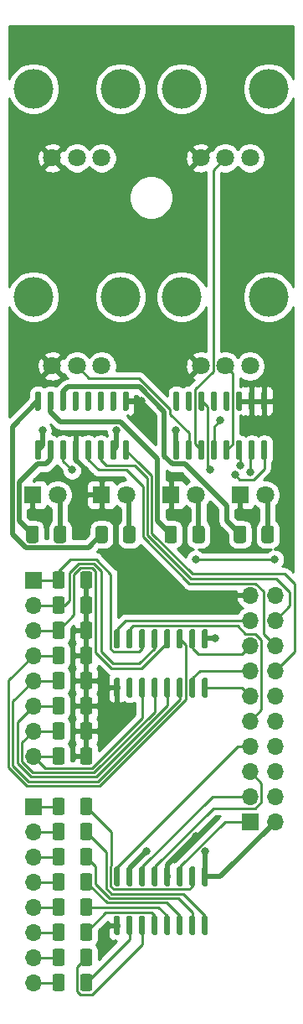
<source format=gbr>
%TF.GenerationSoftware,KiCad,Pcbnew,(5.1.6)-1*%
%TF.CreationDate,2021-02-15T17:49:45+00:00*%
%TF.ProjectId,p3module,70336d6f-6475-46c6-952e-6b696361645f,rev?*%
%TF.SameCoordinates,Original*%
%TF.FileFunction,Copper,L2,Bot*%
%TF.FilePolarity,Positive*%
%FSLAX46Y46*%
G04 Gerber Fmt 4.6, Leading zero omitted, Abs format (unit mm)*
G04 Created by KiCad (PCBNEW (5.1.6)-1) date 2021-02-15 17:49:45*
%MOMM*%
%LPD*%
G01*
G04 APERTURE LIST*
%TA.AperFunction,ComponentPad*%
%ADD10O,1.700000X1.700000*%
%TD*%
%TA.AperFunction,ComponentPad*%
%ADD11R,1.700000X1.700000*%
%TD*%
%TA.AperFunction,WasherPad*%
%ADD12C,4.000000*%
%TD*%
%TA.AperFunction,ComponentPad*%
%ADD13C,1.800000*%
%TD*%
%TA.AperFunction,ComponentPad*%
%ADD14R,1.800000X1.800000*%
%TD*%
%TA.AperFunction,ViaPad*%
%ADD15C,0.800000*%
%TD*%
%TA.AperFunction,Conductor*%
%ADD16C,0.500000*%
%TD*%
%TA.AperFunction,Conductor*%
%ADD17C,0.250000*%
%TD*%
%TA.AperFunction,Conductor*%
%ADD18C,0.254000*%
%TD*%
G04 APERTURE END LIST*
D10*
%TO.P,J2,20*%
%TO.N,/LED_DATA_IN*%
X62540000Y-103140000D03*
%TO.P,J2,19*%
%TO.N,GND*%
X60000000Y-103140000D03*
%TO.P,J2,18*%
%TO.N,/LED_CLOCK*%
X62540000Y-105680000D03*
%TO.P,J2,17*%
%TO.N,/IN_DATA_IN*%
X60000000Y-105680000D03*
%TO.P,J2,16*%
%TO.N,/LED_LATCH*%
X62540000Y-108220000D03*
%TO.P,J2,15*%
%TO.N,/IN_CLOCK_ENABLE*%
X60000000Y-108220000D03*
%TO.P,J2,14*%
%TO.N,/LED_DATA_OUT*%
X62540000Y-110760000D03*
%TO.P,J2,13*%
%TO.N,/IN_CLOCK*%
X60000000Y-110760000D03*
%TO.P,J2,12*%
%TO.N,/ANA_CHAN0*%
X62540000Y-113300000D03*
%TO.P,J2,11*%
%TO.N,/IN_LOAD*%
X60000000Y-113300000D03*
%TO.P,J2,10*%
%TO.N,/ANA_CHAN1*%
X62540000Y-115840000D03*
%TO.P,J2,9*%
%TO.N,/IN_DATA_OUT*%
X60000000Y-115840000D03*
%TO.P,J2,8*%
%TO.N,/ANA_CHAN2*%
X62540000Y-118380000D03*
%TO.P,J2,7*%
%TO.N,/OUT_DATA_OUT*%
X60000000Y-118380000D03*
%TO.P,J2,6*%
%TO.N,/ANA_OUT*%
X62540000Y-120920000D03*
%TO.P,J2,5*%
%TO.N,/OUT_LATCH*%
X60000000Y-120920000D03*
%TO.P,J2,4*%
%TO.N,Net-(J2-Pad4)*%
X62540000Y-123460000D03*
%TO.P,J2,3*%
%TO.N,/OUT_CLOCK*%
X60000000Y-123460000D03*
%TO.P,J2,2*%
%TO.N,VCC*%
X62540000Y-126000000D03*
D11*
%TO.P,J2,1*%
%TO.N,/OUT_DATA_IN*%
X60000000Y-126000000D03*
%TD*%
%TO.P,U4,16*%
%TO.N,VCC*%
%TA.AperFunction,SMDPad,CuDef*%
G36*
G01*
X52405000Y-87500000D02*
X52705000Y-87500000D01*
G75*
G02*
X52855000Y-87650000I0J-150000D01*
G01*
X52855000Y-89300000D01*
G75*
G02*
X52705000Y-89450000I-150000J0D01*
G01*
X52405000Y-89450000D01*
G75*
G02*
X52255000Y-89300000I0J150000D01*
G01*
X52255000Y-87650000D01*
G75*
G02*
X52405000Y-87500000I150000J0D01*
G01*
G37*
%TD.AperFunction*%
%TO.P,U4,15*%
%TO.N,/POT3*%
%TA.AperFunction,SMDPad,CuDef*%
G36*
G01*
X53675000Y-87500000D02*
X53975000Y-87500000D01*
G75*
G02*
X54125000Y-87650000I0J-150000D01*
G01*
X54125000Y-89300000D01*
G75*
G02*
X53975000Y-89450000I-150000J0D01*
G01*
X53675000Y-89450000D01*
G75*
G02*
X53525000Y-89300000I0J150000D01*
G01*
X53525000Y-87650000D01*
G75*
G02*
X53675000Y-87500000I150000J0D01*
G01*
G37*
%TD.AperFunction*%
%TO.P,U4,14*%
%TO.N,/POT2*%
%TA.AperFunction,SMDPad,CuDef*%
G36*
G01*
X54945000Y-87500000D02*
X55245000Y-87500000D01*
G75*
G02*
X55395000Y-87650000I0J-150000D01*
G01*
X55395000Y-89300000D01*
G75*
G02*
X55245000Y-89450000I-150000J0D01*
G01*
X54945000Y-89450000D01*
G75*
G02*
X54795000Y-89300000I0J150000D01*
G01*
X54795000Y-87650000D01*
G75*
G02*
X54945000Y-87500000I150000J0D01*
G01*
G37*
%TD.AperFunction*%
%TO.P,U4,13*%
%TO.N,/POT1*%
%TA.AperFunction,SMDPad,CuDef*%
G36*
G01*
X56215000Y-87500000D02*
X56515000Y-87500000D01*
G75*
G02*
X56665000Y-87650000I0J-150000D01*
G01*
X56665000Y-89300000D01*
G75*
G02*
X56515000Y-89450000I-150000J0D01*
G01*
X56215000Y-89450000D01*
G75*
G02*
X56065000Y-89300000I0J150000D01*
G01*
X56065000Y-87650000D01*
G75*
G02*
X56215000Y-87500000I150000J0D01*
G01*
G37*
%TD.AperFunction*%
%TO.P,U4,12*%
%TO.N,/POT4*%
%TA.AperFunction,SMDPad,CuDef*%
G36*
G01*
X57485000Y-87500000D02*
X57785000Y-87500000D01*
G75*
G02*
X57935000Y-87650000I0J-150000D01*
G01*
X57935000Y-89300000D01*
G75*
G02*
X57785000Y-89450000I-150000J0D01*
G01*
X57485000Y-89450000D01*
G75*
G02*
X57335000Y-89300000I0J150000D01*
G01*
X57335000Y-87650000D01*
G75*
G02*
X57485000Y-87500000I150000J0D01*
G01*
G37*
%TD.AperFunction*%
%TO.P,U4,11*%
%TO.N,/ANA_CHAN0*%
%TA.AperFunction,SMDPad,CuDef*%
G36*
G01*
X58755000Y-87500000D02*
X59055000Y-87500000D01*
G75*
G02*
X59205000Y-87650000I0J-150000D01*
G01*
X59205000Y-89300000D01*
G75*
G02*
X59055000Y-89450000I-150000J0D01*
G01*
X58755000Y-89450000D01*
G75*
G02*
X58605000Y-89300000I0J150000D01*
G01*
X58605000Y-87650000D01*
G75*
G02*
X58755000Y-87500000I150000J0D01*
G01*
G37*
%TD.AperFunction*%
%TO.P,U4,10*%
%TO.N,/ANA_CHAN1*%
%TA.AperFunction,SMDPad,CuDef*%
G36*
G01*
X60025000Y-87500000D02*
X60325000Y-87500000D01*
G75*
G02*
X60475000Y-87650000I0J-150000D01*
G01*
X60475000Y-89300000D01*
G75*
G02*
X60325000Y-89450000I-150000J0D01*
G01*
X60025000Y-89450000D01*
G75*
G02*
X59875000Y-89300000I0J150000D01*
G01*
X59875000Y-87650000D01*
G75*
G02*
X60025000Y-87500000I150000J0D01*
G01*
G37*
%TD.AperFunction*%
%TO.P,U4,9*%
%TO.N,/ANA_CHAN2*%
%TA.AperFunction,SMDPad,CuDef*%
G36*
G01*
X61295000Y-87500000D02*
X61595000Y-87500000D01*
G75*
G02*
X61745000Y-87650000I0J-150000D01*
G01*
X61745000Y-89300000D01*
G75*
G02*
X61595000Y-89450000I-150000J0D01*
G01*
X61295000Y-89450000D01*
G75*
G02*
X61145000Y-89300000I0J150000D01*
G01*
X61145000Y-87650000D01*
G75*
G02*
X61295000Y-87500000I150000J0D01*
G01*
G37*
%TD.AperFunction*%
%TO.P,U4,8*%
%TO.N,GND*%
%TA.AperFunction,SMDPad,CuDef*%
G36*
G01*
X61295000Y-82550000D02*
X61595000Y-82550000D01*
G75*
G02*
X61745000Y-82700000I0J-150000D01*
G01*
X61745000Y-84350000D01*
G75*
G02*
X61595000Y-84500000I-150000J0D01*
G01*
X61295000Y-84500000D01*
G75*
G02*
X61145000Y-84350000I0J150000D01*
G01*
X61145000Y-82700000D01*
G75*
G02*
X61295000Y-82550000I150000J0D01*
G01*
G37*
%TD.AperFunction*%
%TO.P,U4,7*%
%TA.AperFunction,SMDPad,CuDef*%
G36*
G01*
X60025000Y-82550000D02*
X60325000Y-82550000D01*
G75*
G02*
X60475000Y-82700000I0J-150000D01*
G01*
X60475000Y-84350000D01*
G75*
G02*
X60325000Y-84500000I-150000J0D01*
G01*
X60025000Y-84500000D01*
G75*
G02*
X59875000Y-84350000I0J150000D01*
G01*
X59875000Y-82700000D01*
G75*
G02*
X60025000Y-82550000I150000J0D01*
G01*
G37*
%TD.AperFunction*%
%TO.P,U4,6*%
%TA.AperFunction,SMDPad,CuDef*%
G36*
G01*
X58755000Y-82550000D02*
X59055000Y-82550000D01*
G75*
G02*
X59205000Y-82700000I0J-150000D01*
G01*
X59205000Y-84350000D01*
G75*
G02*
X59055000Y-84500000I-150000J0D01*
G01*
X58755000Y-84500000D01*
G75*
G02*
X58605000Y-84350000I0J150000D01*
G01*
X58605000Y-82700000D01*
G75*
G02*
X58755000Y-82550000I150000J0D01*
G01*
G37*
%TD.AperFunction*%
%TO.P,U4,5*%
%TO.N,Net-(U4-Pad5)*%
%TA.AperFunction,SMDPad,CuDef*%
G36*
G01*
X57485000Y-82550000D02*
X57785000Y-82550000D01*
G75*
G02*
X57935000Y-82700000I0J-150000D01*
G01*
X57935000Y-84350000D01*
G75*
G02*
X57785000Y-84500000I-150000J0D01*
G01*
X57485000Y-84500000D01*
G75*
G02*
X57335000Y-84350000I0J150000D01*
G01*
X57335000Y-82700000D01*
G75*
G02*
X57485000Y-82550000I150000J0D01*
G01*
G37*
%TD.AperFunction*%
%TO.P,U4,4*%
%TO.N,Net-(U4-Pad4)*%
%TA.AperFunction,SMDPad,CuDef*%
G36*
G01*
X56215000Y-82550000D02*
X56515000Y-82550000D01*
G75*
G02*
X56665000Y-82700000I0J-150000D01*
G01*
X56665000Y-84350000D01*
G75*
G02*
X56515000Y-84500000I-150000J0D01*
G01*
X56215000Y-84500000D01*
G75*
G02*
X56065000Y-84350000I0J150000D01*
G01*
X56065000Y-82700000D01*
G75*
G02*
X56215000Y-82550000I150000J0D01*
G01*
G37*
%TD.AperFunction*%
%TO.P,U4,3*%
%TO.N,/ANA_OUT*%
%TA.AperFunction,SMDPad,CuDef*%
G36*
G01*
X54945000Y-82550000D02*
X55245000Y-82550000D01*
G75*
G02*
X55395000Y-82700000I0J-150000D01*
G01*
X55395000Y-84350000D01*
G75*
G02*
X55245000Y-84500000I-150000J0D01*
G01*
X54945000Y-84500000D01*
G75*
G02*
X54795000Y-84350000I0J150000D01*
G01*
X54795000Y-82700000D01*
G75*
G02*
X54945000Y-82550000I150000J0D01*
G01*
G37*
%TD.AperFunction*%
%TO.P,U4,2*%
%TO.N,Net-(U4-Pad2)*%
%TA.AperFunction,SMDPad,CuDef*%
G36*
G01*
X53675000Y-82550000D02*
X53975000Y-82550000D01*
G75*
G02*
X54125000Y-82700000I0J-150000D01*
G01*
X54125000Y-84350000D01*
G75*
G02*
X53975000Y-84500000I-150000J0D01*
G01*
X53675000Y-84500000D01*
G75*
G02*
X53525000Y-84350000I0J150000D01*
G01*
X53525000Y-82700000D01*
G75*
G02*
X53675000Y-82550000I150000J0D01*
G01*
G37*
%TD.AperFunction*%
%TO.P,U4,1*%
%TO.N,Net-(U4-Pad1)*%
%TA.AperFunction,SMDPad,CuDef*%
G36*
G01*
X52405000Y-82550000D02*
X52705000Y-82550000D01*
G75*
G02*
X52855000Y-82700000I0J-150000D01*
G01*
X52855000Y-84350000D01*
G75*
G02*
X52705000Y-84500000I-150000J0D01*
G01*
X52405000Y-84500000D01*
G75*
G02*
X52255000Y-84350000I0J150000D01*
G01*
X52255000Y-82700000D01*
G75*
G02*
X52405000Y-82550000I150000J0D01*
G01*
G37*
%TD.AperFunction*%
%TD*%
%TO.P,U3,16*%
%TO.N,VCC*%
%TA.AperFunction,SMDPad,CuDef*%
G36*
G01*
X38405000Y-87500000D02*
X38705000Y-87500000D01*
G75*
G02*
X38855000Y-87650000I0J-150000D01*
G01*
X38855000Y-89300000D01*
G75*
G02*
X38705000Y-89450000I-150000J0D01*
G01*
X38405000Y-89450000D01*
G75*
G02*
X38255000Y-89300000I0J150000D01*
G01*
X38255000Y-87650000D01*
G75*
G02*
X38405000Y-87500000I150000J0D01*
G01*
G37*
%TD.AperFunction*%
%TO.P,U3,15*%
%TO.N,Net-(R17-Pad2)*%
%TA.AperFunction,SMDPad,CuDef*%
G36*
G01*
X39675000Y-87500000D02*
X39975000Y-87500000D01*
G75*
G02*
X40125000Y-87650000I0J-150000D01*
G01*
X40125000Y-89300000D01*
G75*
G02*
X39975000Y-89450000I-150000J0D01*
G01*
X39675000Y-89450000D01*
G75*
G02*
X39525000Y-89300000I0J150000D01*
G01*
X39525000Y-87650000D01*
G75*
G02*
X39675000Y-87500000I150000J0D01*
G01*
G37*
%TD.AperFunction*%
%TO.P,U3,14*%
%TO.N,/LED_DATA_IN*%
%TA.AperFunction,SMDPad,CuDef*%
G36*
G01*
X40945000Y-87500000D02*
X41245000Y-87500000D01*
G75*
G02*
X41395000Y-87650000I0J-150000D01*
G01*
X41395000Y-89300000D01*
G75*
G02*
X41245000Y-89450000I-150000J0D01*
G01*
X40945000Y-89450000D01*
G75*
G02*
X40795000Y-89300000I0J150000D01*
G01*
X40795000Y-87650000D01*
G75*
G02*
X40945000Y-87500000I150000J0D01*
G01*
G37*
%TD.AperFunction*%
%TO.P,U3,13*%
%TO.N,GND*%
%TA.AperFunction,SMDPad,CuDef*%
G36*
G01*
X42215000Y-87500000D02*
X42515000Y-87500000D01*
G75*
G02*
X42665000Y-87650000I0J-150000D01*
G01*
X42665000Y-89300000D01*
G75*
G02*
X42515000Y-89450000I-150000J0D01*
G01*
X42215000Y-89450000D01*
G75*
G02*
X42065000Y-89300000I0J150000D01*
G01*
X42065000Y-87650000D01*
G75*
G02*
X42215000Y-87500000I150000J0D01*
G01*
G37*
%TD.AperFunction*%
%TO.P,U3,12*%
%TO.N,/LED_LATCH*%
%TA.AperFunction,SMDPad,CuDef*%
G36*
G01*
X43485000Y-87500000D02*
X43785000Y-87500000D01*
G75*
G02*
X43935000Y-87650000I0J-150000D01*
G01*
X43935000Y-89300000D01*
G75*
G02*
X43785000Y-89450000I-150000J0D01*
G01*
X43485000Y-89450000D01*
G75*
G02*
X43335000Y-89300000I0J150000D01*
G01*
X43335000Y-87650000D01*
G75*
G02*
X43485000Y-87500000I150000J0D01*
G01*
G37*
%TD.AperFunction*%
%TO.P,U3,11*%
%TO.N,/LED_CLOCK*%
%TA.AperFunction,SMDPad,CuDef*%
G36*
G01*
X44755000Y-87500000D02*
X45055000Y-87500000D01*
G75*
G02*
X45205000Y-87650000I0J-150000D01*
G01*
X45205000Y-89300000D01*
G75*
G02*
X45055000Y-89450000I-150000J0D01*
G01*
X44755000Y-89450000D01*
G75*
G02*
X44605000Y-89300000I0J150000D01*
G01*
X44605000Y-87650000D01*
G75*
G02*
X44755000Y-87500000I150000J0D01*
G01*
G37*
%TD.AperFunction*%
%TO.P,U3,10*%
%TO.N,VCC*%
%TA.AperFunction,SMDPad,CuDef*%
G36*
G01*
X46025000Y-87500000D02*
X46325000Y-87500000D01*
G75*
G02*
X46475000Y-87650000I0J-150000D01*
G01*
X46475000Y-89300000D01*
G75*
G02*
X46325000Y-89450000I-150000J0D01*
G01*
X46025000Y-89450000D01*
G75*
G02*
X45875000Y-89300000I0J150000D01*
G01*
X45875000Y-87650000D01*
G75*
G02*
X46025000Y-87500000I150000J0D01*
G01*
G37*
%TD.AperFunction*%
%TO.P,U3,9*%
%TO.N,/LED_DATA_OUT*%
%TA.AperFunction,SMDPad,CuDef*%
G36*
G01*
X47295000Y-87500000D02*
X47595000Y-87500000D01*
G75*
G02*
X47745000Y-87650000I0J-150000D01*
G01*
X47745000Y-89300000D01*
G75*
G02*
X47595000Y-89450000I-150000J0D01*
G01*
X47295000Y-89450000D01*
G75*
G02*
X47145000Y-89300000I0J150000D01*
G01*
X47145000Y-87650000D01*
G75*
G02*
X47295000Y-87500000I150000J0D01*
G01*
G37*
%TD.AperFunction*%
%TO.P,U3,8*%
%TO.N,GND*%
%TA.AperFunction,SMDPad,CuDef*%
G36*
G01*
X47295000Y-82550000D02*
X47595000Y-82550000D01*
G75*
G02*
X47745000Y-82700000I0J-150000D01*
G01*
X47745000Y-84350000D01*
G75*
G02*
X47595000Y-84500000I-150000J0D01*
G01*
X47295000Y-84500000D01*
G75*
G02*
X47145000Y-84350000I0J150000D01*
G01*
X47145000Y-82700000D01*
G75*
G02*
X47295000Y-82550000I150000J0D01*
G01*
G37*
%TD.AperFunction*%
%TO.P,U3,7*%
%TO.N,Net-(U3-Pad7)*%
%TA.AperFunction,SMDPad,CuDef*%
G36*
G01*
X46025000Y-82550000D02*
X46325000Y-82550000D01*
G75*
G02*
X46475000Y-82700000I0J-150000D01*
G01*
X46475000Y-84350000D01*
G75*
G02*
X46325000Y-84500000I-150000J0D01*
G01*
X46025000Y-84500000D01*
G75*
G02*
X45875000Y-84350000I0J150000D01*
G01*
X45875000Y-82700000D01*
G75*
G02*
X46025000Y-82550000I150000J0D01*
G01*
G37*
%TD.AperFunction*%
%TO.P,U3,6*%
%TO.N,Net-(U3-Pad6)*%
%TA.AperFunction,SMDPad,CuDef*%
G36*
G01*
X44755000Y-82550000D02*
X45055000Y-82550000D01*
G75*
G02*
X45205000Y-82700000I0J-150000D01*
G01*
X45205000Y-84350000D01*
G75*
G02*
X45055000Y-84500000I-150000J0D01*
G01*
X44755000Y-84500000D01*
G75*
G02*
X44605000Y-84350000I0J150000D01*
G01*
X44605000Y-82700000D01*
G75*
G02*
X44755000Y-82550000I150000J0D01*
G01*
G37*
%TD.AperFunction*%
%TO.P,U3,5*%
%TO.N,Net-(U3-Pad5)*%
%TA.AperFunction,SMDPad,CuDef*%
G36*
G01*
X43485000Y-82550000D02*
X43785000Y-82550000D01*
G75*
G02*
X43935000Y-82700000I0J-150000D01*
G01*
X43935000Y-84350000D01*
G75*
G02*
X43785000Y-84500000I-150000J0D01*
G01*
X43485000Y-84500000D01*
G75*
G02*
X43335000Y-84350000I0J150000D01*
G01*
X43335000Y-82700000D01*
G75*
G02*
X43485000Y-82550000I150000J0D01*
G01*
G37*
%TD.AperFunction*%
%TO.P,U3,4*%
%TO.N,Net-(U3-Pad4)*%
%TA.AperFunction,SMDPad,CuDef*%
G36*
G01*
X42215000Y-82550000D02*
X42515000Y-82550000D01*
G75*
G02*
X42665000Y-82700000I0J-150000D01*
G01*
X42665000Y-84350000D01*
G75*
G02*
X42515000Y-84500000I-150000J0D01*
G01*
X42215000Y-84500000D01*
G75*
G02*
X42065000Y-84350000I0J150000D01*
G01*
X42065000Y-82700000D01*
G75*
G02*
X42215000Y-82550000I150000J0D01*
G01*
G37*
%TD.AperFunction*%
%TO.P,U3,3*%
%TO.N,Net-(R20-Pad2)*%
%TA.AperFunction,SMDPad,CuDef*%
G36*
G01*
X40945000Y-82550000D02*
X41245000Y-82550000D01*
G75*
G02*
X41395000Y-82700000I0J-150000D01*
G01*
X41395000Y-84350000D01*
G75*
G02*
X41245000Y-84500000I-150000J0D01*
G01*
X40945000Y-84500000D01*
G75*
G02*
X40795000Y-84350000I0J150000D01*
G01*
X40795000Y-82700000D01*
G75*
G02*
X40945000Y-82550000I150000J0D01*
G01*
G37*
%TD.AperFunction*%
%TO.P,U3,2*%
%TO.N,Net-(R19-Pad2)*%
%TA.AperFunction,SMDPad,CuDef*%
G36*
G01*
X39675000Y-82550000D02*
X39975000Y-82550000D01*
G75*
G02*
X40125000Y-82700000I0J-150000D01*
G01*
X40125000Y-84350000D01*
G75*
G02*
X39975000Y-84500000I-150000J0D01*
G01*
X39675000Y-84500000D01*
G75*
G02*
X39525000Y-84350000I0J150000D01*
G01*
X39525000Y-82700000D01*
G75*
G02*
X39675000Y-82550000I150000J0D01*
G01*
G37*
%TD.AperFunction*%
%TO.P,U3,1*%
%TO.N,Net-(R18-Pad2)*%
%TA.AperFunction,SMDPad,CuDef*%
G36*
G01*
X38405000Y-82550000D02*
X38705000Y-82550000D01*
G75*
G02*
X38855000Y-82700000I0J-150000D01*
G01*
X38855000Y-84350000D01*
G75*
G02*
X38705000Y-84500000I-150000J0D01*
G01*
X38405000Y-84500000D01*
G75*
G02*
X38255000Y-84350000I0J150000D01*
G01*
X38255000Y-82700000D01*
G75*
G02*
X38405000Y-82550000I150000J0D01*
G01*
G37*
%TD.AperFunction*%
%TD*%
%TO.P,U2,16*%
%TO.N,VCC*%
%TA.AperFunction,SMDPad,CuDef*%
G36*
G01*
X55595000Y-108500000D02*
X55295000Y-108500000D01*
G75*
G02*
X55145000Y-108350000I0J150000D01*
G01*
X55145000Y-106700000D01*
G75*
G02*
X55295000Y-106550000I150000J0D01*
G01*
X55595000Y-106550000D01*
G75*
G02*
X55745000Y-106700000I0J-150000D01*
G01*
X55745000Y-108350000D01*
G75*
G02*
X55595000Y-108500000I-150000J0D01*
G01*
G37*
%TD.AperFunction*%
%TO.P,U2,15*%
%TO.N,/IN_CLOCK_ENABLE*%
%TA.AperFunction,SMDPad,CuDef*%
G36*
G01*
X54325000Y-108500000D02*
X54025000Y-108500000D01*
G75*
G02*
X53875000Y-108350000I0J150000D01*
G01*
X53875000Y-106700000D01*
G75*
G02*
X54025000Y-106550000I150000J0D01*
G01*
X54325000Y-106550000D01*
G75*
G02*
X54475000Y-106700000I0J-150000D01*
G01*
X54475000Y-108350000D01*
G75*
G02*
X54325000Y-108500000I-150000J0D01*
G01*
G37*
%TD.AperFunction*%
%TO.P,U2,14*%
%TO.N,Net-(J3-Pad4)*%
%TA.AperFunction,SMDPad,CuDef*%
G36*
G01*
X53055000Y-108500000D02*
X52755000Y-108500000D01*
G75*
G02*
X52605000Y-108350000I0J150000D01*
G01*
X52605000Y-106700000D01*
G75*
G02*
X52755000Y-106550000I150000J0D01*
G01*
X53055000Y-106550000D01*
G75*
G02*
X53205000Y-106700000I0J-150000D01*
G01*
X53205000Y-108350000D01*
G75*
G02*
X53055000Y-108500000I-150000J0D01*
G01*
G37*
%TD.AperFunction*%
%TO.P,U2,13*%
%TO.N,Net-(J3-Pad3)*%
%TA.AperFunction,SMDPad,CuDef*%
G36*
G01*
X51785000Y-108500000D02*
X51485000Y-108500000D01*
G75*
G02*
X51335000Y-108350000I0J150000D01*
G01*
X51335000Y-106700000D01*
G75*
G02*
X51485000Y-106550000I150000J0D01*
G01*
X51785000Y-106550000D01*
G75*
G02*
X51935000Y-106700000I0J-150000D01*
G01*
X51935000Y-108350000D01*
G75*
G02*
X51785000Y-108500000I-150000J0D01*
G01*
G37*
%TD.AperFunction*%
%TO.P,U2,12*%
%TO.N,Net-(J3-Pad2)*%
%TA.AperFunction,SMDPad,CuDef*%
G36*
G01*
X50515000Y-108500000D02*
X50215000Y-108500000D01*
G75*
G02*
X50065000Y-108350000I0J150000D01*
G01*
X50065000Y-106700000D01*
G75*
G02*
X50215000Y-106550000I150000J0D01*
G01*
X50515000Y-106550000D01*
G75*
G02*
X50665000Y-106700000I0J-150000D01*
G01*
X50665000Y-108350000D01*
G75*
G02*
X50515000Y-108500000I-150000J0D01*
G01*
G37*
%TD.AperFunction*%
%TO.P,U2,11*%
%TO.N,Net-(J3-Pad1)*%
%TA.AperFunction,SMDPad,CuDef*%
G36*
G01*
X49245000Y-108500000D02*
X48945000Y-108500000D01*
G75*
G02*
X48795000Y-108350000I0J150000D01*
G01*
X48795000Y-106700000D01*
G75*
G02*
X48945000Y-106550000I150000J0D01*
G01*
X49245000Y-106550000D01*
G75*
G02*
X49395000Y-106700000I0J-150000D01*
G01*
X49395000Y-108350000D01*
G75*
G02*
X49245000Y-108500000I-150000J0D01*
G01*
G37*
%TD.AperFunction*%
%TO.P,U2,10*%
%TO.N,/IN_DATA_OUT*%
%TA.AperFunction,SMDPad,CuDef*%
G36*
G01*
X47975000Y-108500000D02*
X47675000Y-108500000D01*
G75*
G02*
X47525000Y-108350000I0J150000D01*
G01*
X47525000Y-106700000D01*
G75*
G02*
X47675000Y-106550000I150000J0D01*
G01*
X47975000Y-106550000D01*
G75*
G02*
X48125000Y-106700000I0J-150000D01*
G01*
X48125000Y-108350000D01*
G75*
G02*
X47975000Y-108500000I-150000J0D01*
G01*
G37*
%TD.AperFunction*%
%TO.P,U2,9*%
%TO.N,/IN_DATA_IN*%
%TA.AperFunction,SMDPad,CuDef*%
G36*
G01*
X46705000Y-108500000D02*
X46405000Y-108500000D01*
G75*
G02*
X46255000Y-108350000I0J150000D01*
G01*
X46255000Y-106700000D01*
G75*
G02*
X46405000Y-106550000I150000J0D01*
G01*
X46705000Y-106550000D01*
G75*
G02*
X46855000Y-106700000I0J-150000D01*
G01*
X46855000Y-108350000D01*
G75*
G02*
X46705000Y-108500000I-150000J0D01*
G01*
G37*
%TD.AperFunction*%
%TO.P,U2,8*%
%TO.N,GND*%
%TA.AperFunction,SMDPad,CuDef*%
G36*
G01*
X46705000Y-113450000D02*
X46405000Y-113450000D01*
G75*
G02*
X46255000Y-113300000I0J150000D01*
G01*
X46255000Y-111650000D01*
G75*
G02*
X46405000Y-111500000I150000J0D01*
G01*
X46705000Y-111500000D01*
G75*
G02*
X46855000Y-111650000I0J-150000D01*
G01*
X46855000Y-113300000D01*
G75*
G02*
X46705000Y-113450000I-150000J0D01*
G01*
G37*
%TD.AperFunction*%
%TO.P,U2,7*%
%TO.N,Net-(U2-Pad7)*%
%TA.AperFunction,SMDPad,CuDef*%
G36*
G01*
X47975000Y-113450000D02*
X47675000Y-113450000D01*
G75*
G02*
X47525000Y-113300000I0J150000D01*
G01*
X47525000Y-111650000D01*
G75*
G02*
X47675000Y-111500000I150000J0D01*
G01*
X47975000Y-111500000D01*
G75*
G02*
X48125000Y-111650000I0J-150000D01*
G01*
X48125000Y-113300000D01*
G75*
G02*
X47975000Y-113450000I-150000J0D01*
G01*
G37*
%TD.AperFunction*%
%TO.P,U2,6*%
%TO.N,Net-(J3-Pad8)*%
%TA.AperFunction,SMDPad,CuDef*%
G36*
G01*
X49245000Y-113450000D02*
X48945000Y-113450000D01*
G75*
G02*
X48795000Y-113300000I0J150000D01*
G01*
X48795000Y-111650000D01*
G75*
G02*
X48945000Y-111500000I150000J0D01*
G01*
X49245000Y-111500000D01*
G75*
G02*
X49395000Y-111650000I0J-150000D01*
G01*
X49395000Y-113300000D01*
G75*
G02*
X49245000Y-113450000I-150000J0D01*
G01*
G37*
%TD.AperFunction*%
%TO.P,U2,5*%
%TO.N,Net-(J3-Pad7)*%
%TA.AperFunction,SMDPad,CuDef*%
G36*
G01*
X50515000Y-113450000D02*
X50215000Y-113450000D01*
G75*
G02*
X50065000Y-113300000I0J150000D01*
G01*
X50065000Y-111650000D01*
G75*
G02*
X50215000Y-111500000I150000J0D01*
G01*
X50515000Y-111500000D01*
G75*
G02*
X50665000Y-111650000I0J-150000D01*
G01*
X50665000Y-113300000D01*
G75*
G02*
X50515000Y-113450000I-150000J0D01*
G01*
G37*
%TD.AperFunction*%
%TO.P,U2,4*%
%TO.N,Net-(J3-Pad6)*%
%TA.AperFunction,SMDPad,CuDef*%
G36*
G01*
X51785000Y-113450000D02*
X51485000Y-113450000D01*
G75*
G02*
X51335000Y-113300000I0J150000D01*
G01*
X51335000Y-111650000D01*
G75*
G02*
X51485000Y-111500000I150000J0D01*
G01*
X51785000Y-111500000D01*
G75*
G02*
X51935000Y-111650000I0J-150000D01*
G01*
X51935000Y-113300000D01*
G75*
G02*
X51785000Y-113450000I-150000J0D01*
G01*
G37*
%TD.AperFunction*%
%TO.P,U2,3*%
%TO.N,Net-(J3-Pad5)*%
%TA.AperFunction,SMDPad,CuDef*%
G36*
G01*
X53055000Y-113450000D02*
X52755000Y-113450000D01*
G75*
G02*
X52605000Y-113300000I0J150000D01*
G01*
X52605000Y-111650000D01*
G75*
G02*
X52755000Y-111500000I150000J0D01*
G01*
X53055000Y-111500000D01*
G75*
G02*
X53205000Y-111650000I0J-150000D01*
G01*
X53205000Y-113300000D01*
G75*
G02*
X53055000Y-113450000I-150000J0D01*
G01*
G37*
%TD.AperFunction*%
%TO.P,U2,2*%
%TO.N,/IN_CLOCK*%
%TA.AperFunction,SMDPad,CuDef*%
G36*
G01*
X54325000Y-113450000D02*
X54025000Y-113450000D01*
G75*
G02*
X53875000Y-113300000I0J150000D01*
G01*
X53875000Y-111650000D01*
G75*
G02*
X54025000Y-111500000I150000J0D01*
G01*
X54325000Y-111500000D01*
G75*
G02*
X54475000Y-111650000I0J-150000D01*
G01*
X54475000Y-113300000D01*
G75*
G02*
X54325000Y-113450000I-150000J0D01*
G01*
G37*
%TD.AperFunction*%
%TO.P,U2,1*%
%TO.N,/IN_LOAD*%
%TA.AperFunction,SMDPad,CuDef*%
G36*
G01*
X55595000Y-113450000D02*
X55295000Y-113450000D01*
G75*
G02*
X55145000Y-113300000I0J150000D01*
G01*
X55145000Y-111650000D01*
G75*
G02*
X55295000Y-111500000I150000J0D01*
G01*
X55595000Y-111500000D01*
G75*
G02*
X55745000Y-111650000I0J-150000D01*
G01*
X55745000Y-113300000D01*
G75*
G02*
X55595000Y-113450000I-150000J0D01*
G01*
G37*
%TD.AperFunction*%
%TD*%
%TO.P,U1,16*%
%TO.N,VCC*%
%TA.AperFunction,SMDPad,CuDef*%
G36*
G01*
X55595000Y-132500000D02*
X55295000Y-132500000D01*
G75*
G02*
X55145000Y-132350000I0J150000D01*
G01*
X55145000Y-130700000D01*
G75*
G02*
X55295000Y-130550000I150000J0D01*
G01*
X55595000Y-130550000D01*
G75*
G02*
X55745000Y-130700000I0J-150000D01*
G01*
X55745000Y-132350000D01*
G75*
G02*
X55595000Y-132500000I-150000J0D01*
G01*
G37*
%TD.AperFunction*%
%TO.P,U1,15*%
%TO.N,Net-(R1-Pad2)*%
%TA.AperFunction,SMDPad,CuDef*%
G36*
G01*
X54325000Y-132500000D02*
X54025000Y-132500000D01*
G75*
G02*
X53875000Y-132350000I0J150000D01*
G01*
X53875000Y-130700000D01*
G75*
G02*
X54025000Y-130550000I150000J0D01*
G01*
X54325000Y-130550000D01*
G75*
G02*
X54475000Y-130700000I0J-150000D01*
G01*
X54475000Y-132350000D01*
G75*
G02*
X54325000Y-132500000I-150000J0D01*
G01*
G37*
%TD.AperFunction*%
%TO.P,U1,14*%
%TO.N,/OUT_DATA_IN*%
%TA.AperFunction,SMDPad,CuDef*%
G36*
G01*
X53055000Y-132500000D02*
X52755000Y-132500000D01*
G75*
G02*
X52605000Y-132350000I0J150000D01*
G01*
X52605000Y-130700000D01*
G75*
G02*
X52755000Y-130550000I150000J0D01*
G01*
X53055000Y-130550000D01*
G75*
G02*
X53205000Y-130700000I0J-150000D01*
G01*
X53205000Y-132350000D01*
G75*
G02*
X53055000Y-132500000I-150000J0D01*
G01*
G37*
%TD.AperFunction*%
%TO.P,U1,13*%
%TO.N,GND*%
%TA.AperFunction,SMDPad,CuDef*%
G36*
G01*
X51785000Y-132500000D02*
X51485000Y-132500000D01*
G75*
G02*
X51335000Y-132350000I0J150000D01*
G01*
X51335000Y-130700000D01*
G75*
G02*
X51485000Y-130550000I150000J0D01*
G01*
X51785000Y-130550000D01*
G75*
G02*
X51935000Y-130700000I0J-150000D01*
G01*
X51935000Y-132350000D01*
G75*
G02*
X51785000Y-132500000I-150000J0D01*
G01*
G37*
%TD.AperFunction*%
%TO.P,U1,12*%
%TO.N,/OUT_LATCH*%
%TA.AperFunction,SMDPad,CuDef*%
G36*
G01*
X50515000Y-132500000D02*
X50215000Y-132500000D01*
G75*
G02*
X50065000Y-132350000I0J150000D01*
G01*
X50065000Y-130700000D01*
G75*
G02*
X50215000Y-130550000I150000J0D01*
G01*
X50515000Y-130550000D01*
G75*
G02*
X50665000Y-130700000I0J-150000D01*
G01*
X50665000Y-132350000D01*
G75*
G02*
X50515000Y-132500000I-150000J0D01*
G01*
G37*
%TD.AperFunction*%
%TO.P,U1,11*%
%TO.N,/OUT_CLOCK*%
%TA.AperFunction,SMDPad,CuDef*%
G36*
G01*
X49245000Y-132500000D02*
X48945000Y-132500000D01*
G75*
G02*
X48795000Y-132350000I0J150000D01*
G01*
X48795000Y-130700000D01*
G75*
G02*
X48945000Y-130550000I150000J0D01*
G01*
X49245000Y-130550000D01*
G75*
G02*
X49395000Y-130700000I0J-150000D01*
G01*
X49395000Y-132350000D01*
G75*
G02*
X49245000Y-132500000I-150000J0D01*
G01*
G37*
%TD.AperFunction*%
%TO.P,U1,10*%
%TO.N,VCC*%
%TA.AperFunction,SMDPad,CuDef*%
G36*
G01*
X47975000Y-132500000D02*
X47675000Y-132500000D01*
G75*
G02*
X47525000Y-132350000I0J150000D01*
G01*
X47525000Y-130700000D01*
G75*
G02*
X47675000Y-130550000I150000J0D01*
G01*
X47975000Y-130550000D01*
G75*
G02*
X48125000Y-130700000I0J-150000D01*
G01*
X48125000Y-132350000D01*
G75*
G02*
X47975000Y-132500000I-150000J0D01*
G01*
G37*
%TD.AperFunction*%
%TO.P,U1,9*%
%TO.N,/OUT_DATA_OUT*%
%TA.AperFunction,SMDPad,CuDef*%
G36*
G01*
X46705000Y-132500000D02*
X46405000Y-132500000D01*
G75*
G02*
X46255000Y-132350000I0J150000D01*
G01*
X46255000Y-130700000D01*
G75*
G02*
X46405000Y-130550000I150000J0D01*
G01*
X46705000Y-130550000D01*
G75*
G02*
X46855000Y-130700000I0J-150000D01*
G01*
X46855000Y-132350000D01*
G75*
G02*
X46705000Y-132500000I-150000J0D01*
G01*
G37*
%TD.AperFunction*%
%TO.P,U1,8*%
%TO.N,GND*%
%TA.AperFunction,SMDPad,CuDef*%
G36*
G01*
X46705000Y-137450000D02*
X46405000Y-137450000D01*
G75*
G02*
X46255000Y-137300000I0J150000D01*
G01*
X46255000Y-135650000D01*
G75*
G02*
X46405000Y-135500000I150000J0D01*
G01*
X46705000Y-135500000D01*
G75*
G02*
X46855000Y-135650000I0J-150000D01*
G01*
X46855000Y-137300000D01*
G75*
G02*
X46705000Y-137450000I-150000J0D01*
G01*
G37*
%TD.AperFunction*%
%TO.P,U1,7*%
%TO.N,Net-(R8-Pad2)*%
%TA.AperFunction,SMDPad,CuDef*%
G36*
G01*
X47975000Y-137450000D02*
X47675000Y-137450000D01*
G75*
G02*
X47525000Y-137300000I0J150000D01*
G01*
X47525000Y-135650000D01*
G75*
G02*
X47675000Y-135500000I150000J0D01*
G01*
X47975000Y-135500000D01*
G75*
G02*
X48125000Y-135650000I0J-150000D01*
G01*
X48125000Y-137300000D01*
G75*
G02*
X47975000Y-137450000I-150000J0D01*
G01*
G37*
%TD.AperFunction*%
%TO.P,U1,6*%
%TO.N,Net-(R7-Pad2)*%
%TA.AperFunction,SMDPad,CuDef*%
G36*
G01*
X49245000Y-137450000D02*
X48945000Y-137450000D01*
G75*
G02*
X48795000Y-137300000I0J150000D01*
G01*
X48795000Y-135650000D01*
G75*
G02*
X48945000Y-135500000I150000J0D01*
G01*
X49245000Y-135500000D01*
G75*
G02*
X49395000Y-135650000I0J-150000D01*
G01*
X49395000Y-137300000D01*
G75*
G02*
X49245000Y-137450000I-150000J0D01*
G01*
G37*
%TD.AperFunction*%
%TO.P,U1,5*%
%TO.N,Net-(R6-Pad2)*%
%TA.AperFunction,SMDPad,CuDef*%
G36*
G01*
X50515000Y-137450000D02*
X50215000Y-137450000D01*
G75*
G02*
X50065000Y-137300000I0J150000D01*
G01*
X50065000Y-135650000D01*
G75*
G02*
X50215000Y-135500000I150000J0D01*
G01*
X50515000Y-135500000D01*
G75*
G02*
X50665000Y-135650000I0J-150000D01*
G01*
X50665000Y-137300000D01*
G75*
G02*
X50515000Y-137450000I-150000J0D01*
G01*
G37*
%TD.AperFunction*%
%TO.P,U1,4*%
%TO.N,Net-(R5-Pad2)*%
%TA.AperFunction,SMDPad,CuDef*%
G36*
G01*
X51785000Y-137450000D02*
X51485000Y-137450000D01*
G75*
G02*
X51335000Y-137300000I0J150000D01*
G01*
X51335000Y-135650000D01*
G75*
G02*
X51485000Y-135500000I150000J0D01*
G01*
X51785000Y-135500000D01*
G75*
G02*
X51935000Y-135650000I0J-150000D01*
G01*
X51935000Y-137300000D01*
G75*
G02*
X51785000Y-137450000I-150000J0D01*
G01*
G37*
%TD.AperFunction*%
%TO.P,U1,3*%
%TO.N,Net-(R4-Pad2)*%
%TA.AperFunction,SMDPad,CuDef*%
G36*
G01*
X53055000Y-137450000D02*
X52755000Y-137450000D01*
G75*
G02*
X52605000Y-137300000I0J150000D01*
G01*
X52605000Y-135650000D01*
G75*
G02*
X52755000Y-135500000I150000J0D01*
G01*
X53055000Y-135500000D01*
G75*
G02*
X53205000Y-135650000I0J-150000D01*
G01*
X53205000Y-137300000D01*
G75*
G02*
X53055000Y-137450000I-150000J0D01*
G01*
G37*
%TD.AperFunction*%
%TO.P,U1,2*%
%TO.N,Net-(R3-Pad2)*%
%TA.AperFunction,SMDPad,CuDef*%
G36*
G01*
X54325000Y-137450000D02*
X54025000Y-137450000D01*
G75*
G02*
X53875000Y-137300000I0J150000D01*
G01*
X53875000Y-135650000D01*
G75*
G02*
X54025000Y-135500000I150000J0D01*
G01*
X54325000Y-135500000D01*
G75*
G02*
X54475000Y-135650000I0J-150000D01*
G01*
X54475000Y-137300000D01*
G75*
G02*
X54325000Y-137450000I-150000J0D01*
G01*
G37*
%TD.AperFunction*%
%TO.P,U1,1*%
%TO.N,Net-(R2-Pad2)*%
%TA.AperFunction,SMDPad,CuDef*%
G36*
G01*
X55595000Y-137450000D02*
X55295000Y-137450000D01*
G75*
G02*
X55145000Y-137300000I0J150000D01*
G01*
X55145000Y-135650000D01*
G75*
G02*
X55295000Y-135500000I150000J0D01*
G01*
X55595000Y-135500000D01*
G75*
G02*
X55745000Y-135650000I0J-150000D01*
G01*
X55745000Y-137300000D01*
G75*
G02*
X55595000Y-137450000I-150000J0D01*
G01*
G37*
%TD.AperFunction*%
%TD*%
%TO.P,R20,2*%
%TO.N,Net-(R20-Pad2)*%
%TA.AperFunction,SMDPad,CuDef*%
G36*
G01*
X59625000Y-96375000D02*
X59625000Y-97625000D01*
G75*
G02*
X59375000Y-97875000I-250000J0D01*
G01*
X58625000Y-97875000D01*
G75*
G02*
X58375000Y-97625000I0J250000D01*
G01*
X58375000Y-96375000D01*
G75*
G02*
X58625000Y-96125000I250000J0D01*
G01*
X59375000Y-96125000D01*
G75*
G02*
X59625000Y-96375000I0J-250000D01*
G01*
G37*
%TD.AperFunction*%
%TO.P,R20,1*%
%TO.N,Net-(D4-Pad2)*%
%TA.AperFunction,SMDPad,CuDef*%
G36*
G01*
X62425000Y-96375000D02*
X62425000Y-97625000D01*
G75*
G02*
X62175000Y-97875000I-250000J0D01*
G01*
X61425000Y-97875000D01*
G75*
G02*
X61175000Y-97625000I0J250000D01*
G01*
X61175000Y-96375000D01*
G75*
G02*
X61425000Y-96125000I250000J0D01*
G01*
X62175000Y-96125000D01*
G75*
G02*
X62425000Y-96375000I0J-250000D01*
G01*
G37*
%TD.AperFunction*%
%TD*%
%TO.P,R19,2*%
%TO.N,Net-(R19-Pad2)*%
%TA.AperFunction,SMDPad,CuDef*%
G36*
G01*
X52625000Y-96375000D02*
X52625000Y-97625000D01*
G75*
G02*
X52375000Y-97875000I-250000J0D01*
G01*
X51625000Y-97875000D01*
G75*
G02*
X51375000Y-97625000I0J250000D01*
G01*
X51375000Y-96375000D01*
G75*
G02*
X51625000Y-96125000I250000J0D01*
G01*
X52375000Y-96125000D01*
G75*
G02*
X52625000Y-96375000I0J-250000D01*
G01*
G37*
%TD.AperFunction*%
%TO.P,R19,1*%
%TO.N,Net-(D3-Pad2)*%
%TA.AperFunction,SMDPad,CuDef*%
G36*
G01*
X55425000Y-96375000D02*
X55425000Y-97625000D01*
G75*
G02*
X55175000Y-97875000I-250000J0D01*
G01*
X54425000Y-97875000D01*
G75*
G02*
X54175000Y-97625000I0J250000D01*
G01*
X54175000Y-96375000D01*
G75*
G02*
X54425000Y-96125000I250000J0D01*
G01*
X55175000Y-96125000D01*
G75*
G02*
X55425000Y-96375000I0J-250000D01*
G01*
G37*
%TD.AperFunction*%
%TD*%
%TO.P,R18,2*%
%TO.N,Net-(R18-Pad2)*%
%TA.AperFunction,SMDPad,CuDef*%
G36*
G01*
X45625000Y-96375000D02*
X45625000Y-97625000D01*
G75*
G02*
X45375000Y-97875000I-250000J0D01*
G01*
X44625000Y-97875000D01*
G75*
G02*
X44375000Y-97625000I0J250000D01*
G01*
X44375000Y-96375000D01*
G75*
G02*
X44625000Y-96125000I250000J0D01*
G01*
X45375000Y-96125000D01*
G75*
G02*
X45625000Y-96375000I0J-250000D01*
G01*
G37*
%TD.AperFunction*%
%TO.P,R18,1*%
%TO.N,Net-(D2-Pad2)*%
%TA.AperFunction,SMDPad,CuDef*%
G36*
G01*
X48425000Y-96375000D02*
X48425000Y-97625000D01*
G75*
G02*
X48175000Y-97875000I-250000J0D01*
G01*
X47425000Y-97875000D01*
G75*
G02*
X47175000Y-97625000I0J250000D01*
G01*
X47175000Y-96375000D01*
G75*
G02*
X47425000Y-96125000I250000J0D01*
G01*
X48175000Y-96125000D01*
G75*
G02*
X48425000Y-96375000I0J-250000D01*
G01*
G37*
%TD.AperFunction*%
%TD*%
%TO.P,R17,2*%
%TO.N,Net-(R17-Pad2)*%
%TA.AperFunction,SMDPad,CuDef*%
G36*
G01*
X38625000Y-96375000D02*
X38625000Y-97625000D01*
G75*
G02*
X38375000Y-97875000I-250000J0D01*
G01*
X37625000Y-97875000D01*
G75*
G02*
X37375000Y-97625000I0J250000D01*
G01*
X37375000Y-96375000D01*
G75*
G02*
X37625000Y-96125000I250000J0D01*
G01*
X38375000Y-96125000D01*
G75*
G02*
X38625000Y-96375000I0J-250000D01*
G01*
G37*
%TD.AperFunction*%
%TO.P,R17,1*%
%TO.N,Net-(D1-Pad2)*%
%TA.AperFunction,SMDPad,CuDef*%
G36*
G01*
X41425000Y-96375000D02*
X41425000Y-97625000D01*
G75*
G02*
X41175000Y-97875000I-250000J0D01*
G01*
X40425000Y-97875000D01*
G75*
G02*
X40175000Y-97625000I0J250000D01*
G01*
X40175000Y-96375000D01*
G75*
G02*
X40425000Y-96125000I250000J0D01*
G01*
X41175000Y-96125000D01*
G75*
G02*
X41425000Y-96375000I0J-250000D01*
G01*
G37*
%TD.AperFunction*%
%TD*%
%TO.P,R16,2*%
%TO.N,GND*%
%TA.AperFunction,SMDPad,CuDef*%
G36*
G01*
X42815000Y-120005000D02*
X42815000Y-118755000D01*
G75*
G02*
X43065000Y-118505000I250000J0D01*
G01*
X43815000Y-118505000D01*
G75*
G02*
X44065000Y-118755000I0J-250000D01*
G01*
X44065000Y-120005000D01*
G75*
G02*
X43815000Y-120255000I-250000J0D01*
G01*
X43065000Y-120255000D01*
G75*
G02*
X42815000Y-120005000I0J250000D01*
G01*
G37*
%TD.AperFunction*%
%TO.P,R16,1*%
%TO.N,Net-(J3-Pad8)*%
%TA.AperFunction,SMDPad,CuDef*%
G36*
G01*
X40015000Y-120005000D02*
X40015000Y-118755000D01*
G75*
G02*
X40265000Y-118505000I250000J0D01*
G01*
X41015000Y-118505000D01*
G75*
G02*
X41265000Y-118755000I0J-250000D01*
G01*
X41265000Y-120005000D01*
G75*
G02*
X41015000Y-120255000I-250000J0D01*
G01*
X40265000Y-120255000D01*
G75*
G02*
X40015000Y-120005000I0J250000D01*
G01*
G37*
%TD.AperFunction*%
%TD*%
%TO.P,R15,2*%
%TO.N,GND*%
%TA.AperFunction,SMDPad,CuDef*%
G36*
G01*
X42815000Y-117465000D02*
X42815000Y-116215000D01*
G75*
G02*
X43065000Y-115965000I250000J0D01*
G01*
X43815000Y-115965000D01*
G75*
G02*
X44065000Y-116215000I0J-250000D01*
G01*
X44065000Y-117465000D01*
G75*
G02*
X43815000Y-117715000I-250000J0D01*
G01*
X43065000Y-117715000D01*
G75*
G02*
X42815000Y-117465000I0J250000D01*
G01*
G37*
%TD.AperFunction*%
%TO.P,R15,1*%
%TO.N,Net-(J3-Pad7)*%
%TA.AperFunction,SMDPad,CuDef*%
G36*
G01*
X40015000Y-117465000D02*
X40015000Y-116215000D01*
G75*
G02*
X40265000Y-115965000I250000J0D01*
G01*
X41015000Y-115965000D01*
G75*
G02*
X41265000Y-116215000I0J-250000D01*
G01*
X41265000Y-117465000D01*
G75*
G02*
X41015000Y-117715000I-250000J0D01*
G01*
X40265000Y-117715000D01*
G75*
G02*
X40015000Y-117465000I0J250000D01*
G01*
G37*
%TD.AperFunction*%
%TD*%
%TO.P,R14,2*%
%TO.N,GND*%
%TA.AperFunction,SMDPad,CuDef*%
G36*
G01*
X42815000Y-114925000D02*
X42815000Y-113675000D01*
G75*
G02*
X43065000Y-113425000I250000J0D01*
G01*
X43815000Y-113425000D01*
G75*
G02*
X44065000Y-113675000I0J-250000D01*
G01*
X44065000Y-114925000D01*
G75*
G02*
X43815000Y-115175000I-250000J0D01*
G01*
X43065000Y-115175000D01*
G75*
G02*
X42815000Y-114925000I0J250000D01*
G01*
G37*
%TD.AperFunction*%
%TO.P,R14,1*%
%TO.N,Net-(J3-Pad6)*%
%TA.AperFunction,SMDPad,CuDef*%
G36*
G01*
X40015000Y-114925000D02*
X40015000Y-113675000D01*
G75*
G02*
X40265000Y-113425000I250000J0D01*
G01*
X41015000Y-113425000D01*
G75*
G02*
X41265000Y-113675000I0J-250000D01*
G01*
X41265000Y-114925000D01*
G75*
G02*
X41015000Y-115175000I-250000J0D01*
G01*
X40265000Y-115175000D01*
G75*
G02*
X40015000Y-114925000I0J250000D01*
G01*
G37*
%TD.AperFunction*%
%TD*%
%TO.P,R13,2*%
%TO.N,GND*%
%TA.AperFunction,SMDPad,CuDef*%
G36*
G01*
X42815000Y-112385000D02*
X42815000Y-111135000D01*
G75*
G02*
X43065000Y-110885000I250000J0D01*
G01*
X43815000Y-110885000D01*
G75*
G02*
X44065000Y-111135000I0J-250000D01*
G01*
X44065000Y-112385000D01*
G75*
G02*
X43815000Y-112635000I-250000J0D01*
G01*
X43065000Y-112635000D01*
G75*
G02*
X42815000Y-112385000I0J250000D01*
G01*
G37*
%TD.AperFunction*%
%TO.P,R13,1*%
%TO.N,Net-(J3-Pad5)*%
%TA.AperFunction,SMDPad,CuDef*%
G36*
G01*
X40015000Y-112385000D02*
X40015000Y-111135000D01*
G75*
G02*
X40265000Y-110885000I250000J0D01*
G01*
X41015000Y-110885000D01*
G75*
G02*
X41265000Y-111135000I0J-250000D01*
G01*
X41265000Y-112385000D01*
G75*
G02*
X41015000Y-112635000I-250000J0D01*
G01*
X40265000Y-112635000D01*
G75*
G02*
X40015000Y-112385000I0J250000D01*
G01*
G37*
%TD.AperFunction*%
%TD*%
%TO.P,R12,2*%
%TO.N,GND*%
%TA.AperFunction,SMDPad,CuDef*%
G36*
G01*
X42815000Y-109845000D02*
X42815000Y-108595000D01*
G75*
G02*
X43065000Y-108345000I250000J0D01*
G01*
X43815000Y-108345000D01*
G75*
G02*
X44065000Y-108595000I0J-250000D01*
G01*
X44065000Y-109845000D01*
G75*
G02*
X43815000Y-110095000I-250000J0D01*
G01*
X43065000Y-110095000D01*
G75*
G02*
X42815000Y-109845000I0J250000D01*
G01*
G37*
%TD.AperFunction*%
%TO.P,R12,1*%
%TO.N,Net-(J3-Pad4)*%
%TA.AperFunction,SMDPad,CuDef*%
G36*
G01*
X40015000Y-109845000D02*
X40015000Y-108595000D01*
G75*
G02*
X40265000Y-108345000I250000J0D01*
G01*
X41015000Y-108345000D01*
G75*
G02*
X41265000Y-108595000I0J-250000D01*
G01*
X41265000Y-109845000D01*
G75*
G02*
X41015000Y-110095000I-250000J0D01*
G01*
X40265000Y-110095000D01*
G75*
G02*
X40015000Y-109845000I0J250000D01*
G01*
G37*
%TD.AperFunction*%
%TD*%
%TO.P,R11,2*%
%TO.N,GND*%
%TA.AperFunction,SMDPad,CuDef*%
G36*
G01*
X42815000Y-107305000D02*
X42815000Y-106055000D01*
G75*
G02*
X43065000Y-105805000I250000J0D01*
G01*
X43815000Y-105805000D01*
G75*
G02*
X44065000Y-106055000I0J-250000D01*
G01*
X44065000Y-107305000D01*
G75*
G02*
X43815000Y-107555000I-250000J0D01*
G01*
X43065000Y-107555000D01*
G75*
G02*
X42815000Y-107305000I0J250000D01*
G01*
G37*
%TD.AperFunction*%
%TO.P,R11,1*%
%TO.N,Net-(J3-Pad3)*%
%TA.AperFunction,SMDPad,CuDef*%
G36*
G01*
X40015000Y-107305000D02*
X40015000Y-106055000D01*
G75*
G02*
X40265000Y-105805000I250000J0D01*
G01*
X41015000Y-105805000D01*
G75*
G02*
X41265000Y-106055000I0J-250000D01*
G01*
X41265000Y-107305000D01*
G75*
G02*
X41015000Y-107555000I-250000J0D01*
G01*
X40265000Y-107555000D01*
G75*
G02*
X40015000Y-107305000I0J250000D01*
G01*
G37*
%TD.AperFunction*%
%TD*%
%TO.P,R10,2*%
%TO.N,GND*%
%TA.AperFunction,SMDPad,CuDef*%
G36*
G01*
X42815000Y-104765000D02*
X42815000Y-103515000D01*
G75*
G02*
X43065000Y-103265000I250000J0D01*
G01*
X43815000Y-103265000D01*
G75*
G02*
X44065000Y-103515000I0J-250000D01*
G01*
X44065000Y-104765000D01*
G75*
G02*
X43815000Y-105015000I-250000J0D01*
G01*
X43065000Y-105015000D01*
G75*
G02*
X42815000Y-104765000I0J250000D01*
G01*
G37*
%TD.AperFunction*%
%TO.P,R10,1*%
%TO.N,Net-(J3-Pad2)*%
%TA.AperFunction,SMDPad,CuDef*%
G36*
G01*
X40015000Y-104765000D02*
X40015000Y-103515000D01*
G75*
G02*
X40265000Y-103265000I250000J0D01*
G01*
X41015000Y-103265000D01*
G75*
G02*
X41265000Y-103515000I0J-250000D01*
G01*
X41265000Y-104765000D01*
G75*
G02*
X41015000Y-105015000I-250000J0D01*
G01*
X40265000Y-105015000D01*
G75*
G02*
X40015000Y-104765000I0J250000D01*
G01*
G37*
%TD.AperFunction*%
%TD*%
%TO.P,R9,2*%
%TO.N,GND*%
%TA.AperFunction,SMDPad,CuDef*%
G36*
G01*
X42815000Y-102225000D02*
X42815000Y-100975000D01*
G75*
G02*
X43065000Y-100725000I250000J0D01*
G01*
X43815000Y-100725000D01*
G75*
G02*
X44065000Y-100975000I0J-250000D01*
G01*
X44065000Y-102225000D01*
G75*
G02*
X43815000Y-102475000I-250000J0D01*
G01*
X43065000Y-102475000D01*
G75*
G02*
X42815000Y-102225000I0J250000D01*
G01*
G37*
%TD.AperFunction*%
%TO.P,R9,1*%
%TO.N,Net-(J3-Pad1)*%
%TA.AperFunction,SMDPad,CuDef*%
G36*
G01*
X40015000Y-102225000D02*
X40015000Y-100975000D01*
G75*
G02*
X40265000Y-100725000I250000J0D01*
G01*
X41015000Y-100725000D01*
G75*
G02*
X41265000Y-100975000I0J-250000D01*
G01*
X41265000Y-102225000D01*
G75*
G02*
X41015000Y-102475000I-250000J0D01*
G01*
X40265000Y-102475000D01*
G75*
G02*
X40015000Y-102225000I0J250000D01*
G01*
G37*
%TD.AperFunction*%
%TD*%
%TO.P,R8,2*%
%TO.N,Net-(R8-Pad2)*%
%TA.AperFunction,SMDPad,CuDef*%
G36*
G01*
X42815000Y-142865000D02*
X42815000Y-141615000D01*
G75*
G02*
X43065000Y-141365000I250000J0D01*
G01*
X43815000Y-141365000D01*
G75*
G02*
X44065000Y-141615000I0J-250000D01*
G01*
X44065000Y-142865000D01*
G75*
G02*
X43815000Y-143115000I-250000J0D01*
G01*
X43065000Y-143115000D01*
G75*
G02*
X42815000Y-142865000I0J250000D01*
G01*
G37*
%TD.AperFunction*%
%TO.P,R8,1*%
%TO.N,Net-(J1-Pad8)*%
%TA.AperFunction,SMDPad,CuDef*%
G36*
G01*
X40015000Y-142865000D02*
X40015000Y-141615000D01*
G75*
G02*
X40265000Y-141365000I250000J0D01*
G01*
X41015000Y-141365000D01*
G75*
G02*
X41265000Y-141615000I0J-250000D01*
G01*
X41265000Y-142865000D01*
G75*
G02*
X41015000Y-143115000I-250000J0D01*
G01*
X40265000Y-143115000D01*
G75*
G02*
X40015000Y-142865000I0J250000D01*
G01*
G37*
%TD.AperFunction*%
%TD*%
%TO.P,R7,2*%
%TO.N,Net-(R7-Pad2)*%
%TA.AperFunction,SMDPad,CuDef*%
G36*
G01*
X42815000Y-140325000D02*
X42815000Y-139075000D01*
G75*
G02*
X43065000Y-138825000I250000J0D01*
G01*
X43815000Y-138825000D01*
G75*
G02*
X44065000Y-139075000I0J-250000D01*
G01*
X44065000Y-140325000D01*
G75*
G02*
X43815000Y-140575000I-250000J0D01*
G01*
X43065000Y-140575000D01*
G75*
G02*
X42815000Y-140325000I0J250000D01*
G01*
G37*
%TD.AperFunction*%
%TO.P,R7,1*%
%TO.N,Net-(J1-Pad7)*%
%TA.AperFunction,SMDPad,CuDef*%
G36*
G01*
X40015000Y-140325000D02*
X40015000Y-139075000D01*
G75*
G02*
X40265000Y-138825000I250000J0D01*
G01*
X41015000Y-138825000D01*
G75*
G02*
X41265000Y-139075000I0J-250000D01*
G01*
X41265000Y-140325000D01*
G75*
G02*
X41015000Y-140575000I-250000J0D01*
G01*
X40265000Y-140575000D01*
G75*
G02*
X40015000Y-140325000I0J250000D01*
G01*
G37*
%TD.AperFunction*%
%TD*%
%TO.P,R6,2*%
%TO.N,Net-(R6-Pad2)*%
%TA.AperFunction,SMDPad,CuDef*%
G36*
G01*
X42815000Y-137785000D02*
X42815000Y-136535000D01*
G75*
G02*
X43065000Y-136285000I250000J0D01*
G01*
X43815000Y-136285000D01*
G75*
G02*
X44065000Y-136535000I0J-250000D01*
G01*
X44065000Y-137785000D01*
G75*
G02*
X43815000Y-138035000I-250000J0D01*
G01*
X43065000Y-138035000D01*
G75*
G02*
X42815000Y-137785000I0J250000D01*
G01*
G37*
%TD.AperFunction*%
%TO.P,R6,1*%
%TO.N,Net-(J1-Pad6)*%
%TA.AperFunction,SMDPad,CuDef*%
G36*
G01*
X40015000Y-137785000D02*
X40015000Y-136535000D01*
G75*
G02*
X40265000Y-136285000I250000J0D01*
G01*
X41015000Y-136285000D01*
G75*
G02*
X41265000Y-136535000I0J-250000D01*
G01*
X41265000Y-137785000D01*
G75*
G02*
X41015000Y-138035000I-250000J0D01*
G01*
X40265000Y-138035000D01*
G75*
G02*
X40015000Y-137785000I0J250000D01*
G01*
G37*
%TD.AperFunction*%
%TD*%
%TO.P,R5,2*%
%TO.N,Net-(R5-Pad2)*%
%TA.AperFunction,SMDPad,CuDef*%
G36*
G01*
X42815000Y-135245000D02*
X42815000Y-133995000D01*
G75*
G02*
X43065000Y-133745000I250000J0D01*
G01*
X43815000Y-133745000D01*
G75*
G02*
X44065000Y-133995000I0J-250000D01*
G01*
X44065000Y-135245000D01*
G75*
G02*
X43815000Y-135495000I-250000J0D01*
G01*
X43065000Y-135495000D01*
G75*
G02*
X42815000Y-135245000I0J250000D01*
G01*
G37*
%TD.AperFunction*%
%TO.P,R5,1*%
%TO.N,Net-(J1-Pad5)*%
%TA.AperFunction,SMDPad,CuDef*%
G36*
G01*
X40015000Y-135245000D02*
X40015000Y-133995000D01*
G75*
G02*
X40265000Y-133745000I250000J0D01*
G01*
X41015000Y-133745000D01*
G75*
G02*
X41265000Y-133995000I0J-250000D01*
G01*
X41265000Y-135245000D01*
G75*
G02*
X41015000Y-135495000I-250000J0D01*
G01*
X40265000Y-135495000D01*
G75*
G02*
X40015000Y-135245000I0J250000D01*
G01*
G37*
%TD.AperFunction*%
%TD*%
%TO.P,R4,2*%
%TO.N,Net-(R4-Pad2)*%
%TA.AperFunction,SMDPad,CuDef*%
G36*
G01*
X42815000Y-132705000D02*
X42815000Y-131455000D01*
G75*
G02*
X43065000Y-131205000I250000J0D01*
G01*
X43815000Y-131205000D01*
G75*
G02*
X44065000Y-131455000I0J-250000D01*
G01*
X44065000Y-132705000D01*
G75*
G02*
X43815000Y-132955000I-250000J0D01*
G01*
X43065000Y-132955000D01*
G75*
G02*
X42815000Y-132705000I0J250000D01*
G01*
G37*
%TD.AperFunction*%
%TO.P,R4,1*%
%TO.N,Net-(J1-Pad4)*%
%TA.AperFunction,SMDPad,CuDef*%
G36*
G01*
X40015000Y-132705000D02*
X40015000Y-131455000D01*
G75*
G02*
X40265000Y-131205000I250000J0D01*
G01*
X41015000Y-131205000D01*
G75*
G02*
X41265000Y-131455000I0J-250000D01*
G01*
X41265000Y-132705000D01*
G75*
G02*
X41015000Y-132955000I-250000J0D01*
G01*
X40265000Y-132955000D01*
G75*
G02*
X40015000Y-132705000I0J250000D01*
G01*
G37*
%TD.AperFunction*%
%TD*%
%TO.P,R3,2*%
%TO.N,Net-(R3-Pad2)*%
%TA.AperFunction,SMDPad,CuDef*%
G36*
G01*
X42815000Y-130165000D02*
X42815000Y-128915000D01*
G75*
G02*
X43065000Y-128665000I250000J0D01*
G01*
X43815000Y-128665000D01*
G75*
G02*
X44065000Y-128915000I0J-250000D01*
G01*
X44065000Y-130165000D01*
G75*
G02*
X43815000Y-130415000I-250000J0D01*
G01*
X43065000Y-130415000D01*
G75*
G02*
X42815000Y-130165000I0J250000D01*
G01*
G37*
%TD.AperFunction*%
%TO.P,R3,1*%
%TO.N,Net-(J1-Pad3)*%
%TA.AperFunction,SMDPad,CuDef*%
G36*
G01*
X40015000Y-130165000D02*
X40015000Y-128915000D01*
G75*
G02*
X40265000Y-128665000I250000J0D01*
G01*
X41015000Y-128665000D01*
G75*
G02*
X41265000Y-128915000I0J-250000D01*
G01*
X41265000Y-130165000D01*
G75*
G02*
X41015000Y-130415000I-250000J0D01*
G01*
X40265000Y-130415000D01*
G75*
G02*
X40015000Y-130165000I0J250000D01*
G01*
G37*
%TD.AperFunction*%
%TD*%
%TO.P,R2,2*%
%TO.N,Net-(R2-Pad2)*%
%TA.AperFunction,SMDPad,CuDef*%
G36*
G01*
X42815000Y-127625000D02*
X42815000Y-126375000D01*
G75*
G02*
X43065000Y-126125000I250000J0D01*
G01*
X43815000Y-126125000D01*
G75*
G02*
X44065000Y-126375000I0J-250000D01*
G01*
X44065000Y-127625000D01*
G75*
G02*
X43815000Y-127875000I-250000J0D01*
G01*
X43065000Y-127875000D01*
G75*
G02*
X42815000Y-127625000I0J250000D01*
G01*
G37*
%TD.AperFunction*%
%TO.P,R2,1*%
%TO.N,Net-(J1-Pad2)*%
%TA.AperFunction,SMDPad,CuDef*%
G36*
G01*
X40015000Y-127625000D02*
X40015000Y-126375000D01*
G75*
G02*
X40265000Y-126125000I250000J0D01*
G01*
X41015000Y-126125000D01*
G75*
G02*
X41265000Y-126375000I0J-250000D01*
G01*
X41265000Y-127625000D01*
G75*
G02*
X41015000Y-127875000I-250000J0D01*
G01*
X40265000Y-127875000D01*
G75*
G02*
X40015000Y-127625000I0J250000D01*
G01*
G37*
%TD.AperFunction*%
%TD*%
%TO.P,R1,2*%
%TO.N,Net-(R1-Pad2)*%
%TA.AperFunction,SMDPad,CuDef*%
G36*
G01*
X42815000Y-125085000D02*
X42815000Y-123835000D01*
G75*
G02*
X43065000Y-123585000I250000J0D01*
G01*
X43815000Y-123585000D01*
G75*
G02*
X44065000Y-123835000I0J-250000D01*
G01*
X44065000Y-125085000D01*
G75*
G02*
X43815000Y-125335000I-250000J0D01*
G01*
X43065000Y-125335000D01*
G75*
G02*
X42815000Y-125085000I0J250000D01*
G01*
G37*
%TD.AperFunction*%
%TO.P,R1,1*%
%TO.N,Net-(J1-Pad1)*%
%TA.AperFunction,SMDPad,CuDef*%
G36*
G01*
X40015000Y-125085000D02*
X40015000Y-123835000D01*
G75*
G02*
X40265000Y-123585000I250000J0D01*
G01*
X41015000Y-123585000D01*
G75*
G02*
X41265000Y-123835000I0J-250000D01*
G01*
X41265000Y-125085000D01*
G75*
G02*
X41015000Y-125335000I-250000J0D01*
G01*
X40265000Y-125335000D01*
G75*
G02*
X40015000Y-125085000I0J250000D01*
G01*
G37*
%TD.AperFunction*%
%TD*%
D12*
%TO.P,RV4,*%
%TO.N,*%
X61900000Y-73000000D03*
X53100000Y-73000000D03*
D13*
%TO.P,RV4,1*%
%TO.N,VCC*%
X60000000Y-80000000D03*
%TO.P,RV4,2*%
%TO.N,/POT4*%
X57500000Y-80000000D03*
%TO.P,RV4,3*%
%TO.N,GND*%
X55000000Y-80000000D03*
%TD*%
D12*
%TO.P,RV3,*%
%TO.N,*%
X46900000Y-73000000D03*
X38100000Y-73000000D03*
D13*
%TO.P,RV3,1*%
%TO.N,VCC*%
X45000000Y-80000000D03*
%TO.P,RV3,2*%
%TO.N,/POT3*%
X42500000Y-80000000D03*
%TO.P,RV3,3*%
%TO.N,GND*%
X40000000Y-80000000D03*
%TD*%
D12*
%TO.P,RV2,*%
%TO.N,*%
X61900000Y-52000000D03*
X53100000Y-52000000D03*
D13*
%TO.P,RV2,1*%
%TO.N,VCC*%
X60000000Y-59000000D03*
%TO.P,RV2,2*%
%TO.N,/POT2*%
X57500000Y-59000000D03*
%TO.P,RV2,3*%
%TO.N,GND*%
X55000000Y-59000000D03*
%TD*%
D12*
%TO.P,RV1,*%
%TO.N,*%
X46900000Y-52000000D03*
X38100000Y-52000000D03*
D13*
%TO.P,RV1,1*%
%TO.N,VCC*%
X45000000Y-59000000D03*
%TO.P,RV1,2*%
%TO.N,/POT1*%
X42500000Y-59000000D03*
%TO.P,RV1,3*%
%TO.N,GND*%
X40000000Y-59000000D03*
%TD*%
D10*
%TO.P,J3,8*%
%TO.N,Net-(J3-Pad8)*%
X38100000Y-119380000D03*
%TO.P,J3,7*%
%TO.N,Net-(J3-Pad7)*%
X38100000Y-116840000D03*
%TO.P,J3,6*%
%TO.N,Net-(J3-Pad6)*%
X38100000Y-114300000D03*
%TO.P,J3,5*%
%TO.N,Net-(J3-Pad5)*%
X38100000Y-111760000D03*
%TO.P,J3,4*%
%TO.N,Net-(J3-Pad4)*%
X38100000Y-109220000D03*
%TO.P,J3,3*%
%TO.N,Net-(J3-Pad3)*%
X38100000Y-106680000D03*
%TO.P,J3,2*%
%TO.N,Net-(J3-Pad2)*%
X38100000Y-104140000D03*
D11*
%TO.P,J3,1*%
%TO.N,Net-(J3-Pad1)*%
X38100000Y-101600000D03*
%TD*%
D10*
%TO.P,J1,8*%
%TO.N,Net-(J1-Pad8)*%
X38100000Y-142240000D03*
%TO.P,J1,7*%
%TO.N,Net-(J1-Pad7)*%
X38100000Y-139700000D03*
%TO.P,J1,6*%
%TO.N,Net-(J1-Pad6)*%
X38100000Y-137160000D03*
%TO.P,J1,5*%
%TO.N,Net-(J1-Pad5)*%
X38100000Y-134620000D03*
%TO.P,J1,4*%
%TO.N,Net-(J1-Pad4)*%
X38100000Y-132080000D03*
%TO.P,J1,3*%
%TO.N,Net-(J1-Pad3)*%
X38100000Y-129540000D03*
%TO.P,J1,2*%
%TO.N,Net-(J1-Pad2)*%
X38100000Y-127000000D03*
D11*
%TO.P,J1,1*%
%TO.N,Net-(J1-Pad1)*%
X38100000Y-124460000D03*
%TD*%
D13*
%TO.P,D4,2*%
%TO.N,Net-(D4-Pad2)*%
X61540000Y-93000000D03*
D14*
%TO.P,D4,1*%
%TO.N,GND*%
X59000000Y-93000000D03*
%TD*%
D13*
%TO.P,D3,2*%
%TO.N,Net-(D3-Pad2)*%
X54540000Y-93000000D03*
D14*
%TO.P,D3,1*%
%TO.N,GND*%
X52000000Y-93000000D03*
%TD*%
D13*
%TO.P,D2,2*%
%TO.N,Net-(D2-Pad2)*%
X47540000Y-93000000D03*
D14*
%TO.P,D2,1*%
%TO.N,GND*%
X45000000Y-93000000D03*
%TD*%
D13*
%TO.P,D1,2*%
%TO.N,Net-(D1-Pad2)*%
X40540000Y-93000000D03*
D14*
%TO.P,D1,1*%
%TO.N,GND*%
X38000000Y-93000000D03*
%TD*%
D15*
%TO.N,GND*%
X46000000Y-115500000D03*
X49500000Y-103000000D03*
X36500000Y-82000000D03*
X49000000Y-83500000D03*
X45000000Y-138500000D03*
X52000000Y-104500000D03*
X54500000Y-127500000D03*
%TO.N,VCC*%
X56500000Y-107500000D03*
X52500000Y-86500000D03*
X46500000Y-86500000D03*
X39000000Y-86500000D03*
X49500000Y-129000000D03*
X55500000Y-129000000D03*
%TO.N,/ANA_OUT*%
X56000000Y-90500000D03*
%TO.N,/ANA_CHAN2*%
X58500000Y-91000000D03*
%TO.N,/ANA_CHAN1*%
X60000000Y-90725000D03*
%TO.N,/ANA_CHAN0*%
X59000000Y-90000000D03*
%TO.N,/LED_DATA_IN*%
X62500000Y-99500000D03*
X54500000Y-99500000D03*
X42000000Y-90500000D03*
%TO.N,/POT1*%
X57000000Y-85500000D03*
%TD*%
D16*
%TO.N,Net-(D1-Pad2)*%
X40800000Y-93260000D02*
X40540000Y-93000000D01*
X40800000Y-97000000D02*
X40800000Y-93260000D01*
%TO.N,GND*%
X43440000Y-119380000D02*
X43440000Y-116840000D01*
X43440000Y-116840000D02*
X43440000Y-114300000D01*
X43440000Y-111760000D02*
X43440000Y-114300000D01*
X43440000Y-111760000D02*
X43440000Y-109220000D01*
X43440000Y-109220000D02*
X43440000Y-106680000D01*
X43440000Y-106680000D02*
X43440000Y-104140000D01*
X43440000Y-104140000D02*
X43440000Y-101600000D01*
X47445000Y-83525000D02*
X48975000Y-83525000D01*
X48975000Y-83525000D02*
X49000000Y-83500000D01*
X60000000Y-103140000D02*
X53360000Y-103140000D01*
X53360000Y-103140000D02*
X52000000Y-104500000D01*
X51635000Y-130365000D02*
X51635000Y-131525000D01*
X54500000Y-127500000D02*
X51635000Y-130365000D01*
X42365000Y-89450000D02*
X43500000Y-90585000D01*
X42365000Y-88475000D02*
X42365000Y-89450000D01*
%TO.N,Net-(D2-Pad2)*%
X47800000Y-93260000D02*
X47540000Y-93000000D01*
X47800000Y-97000000D02*
X47800000Y-93260000D01*
%TO.N,Net-(D3-Pad2)*%
X54800000Y-93260000D02*
X54540000Y-93000000D01*
X54800000Y-97000000D02*
X54800000Y-93260000D01*
%TO.N,Net-(D4-Pad2)*%
X61800000Y-93260000D02*
X61540000Y-93000000D01*
X61800000Y-97000000D02*
X61800000Y-93260000D01*
D17*
%TO.N,Net-(J1-Pad8)*%
X38100000Y-142240000D02*
X40640000Y-142240000D01*
%TO.N,Net-(J1-Pad7)*%
X38100000Y-139700000D02*
X40640000Y-139700000D01*
%TO.N,Net-(J1-Pad6)*%
X38100000Y-137160000D02*
X40640000Y-137160000D01*
%TO.N,Net-(J1-Pad5)*%
X38100000Y-134620000D02*
X40640000Y-134620000D01*
%TO.N,Net-(J1-Pad4)*%
X38100000Y-132080000D02*
X40640000Y-132080000D01*
%TO.N,Net-(J1-Pad3)*%
X38100000Y-129540000D02*
X40640000Y-129540000D01*
%TO.N,Net-(J1-Pad2)*%
X38100000Y-127000000D02*
X40640000Y-127000000D01*
%TO.N,Net-(J1-Pad1)*%
X38100000Y-124460000D02*
X40640000Y-124460000D01*
D16*
%TO.N,VCC*%
X57015000Y-131525000D02*
X55445000Y-131525000D01*
X62540000Y-126000000D02*
X57015000Y-131525000D01*
X55470000Y-107500000D02*
X55445000Y-107525000D01*
X56500000Y-107500000D02*
X55470000Y-107500000D01*
X52500000Y-88420000D02*
X52555000Y-88475000D01*
X52500000Y-86500000D02*
X52500000Y-88420000D01*
X46500000Y-88150000D02*
X46175000Y-88475000D01*
X46500000Y-86500000D02*
X46500000Y-88150000D01*
X39000000Y-88030000D02*
X38555000Y-88475000D01*
X39000000Y-86500000D02*
X39000000Y-88030000D01*
X47825000Y-131525000D02*
X47825000Y-130675000D01*
X47825000Y-130675000D02*
X49500000Y-129000000D01*
X55500000Y-131470000D02*
X55445000Y-131525000D01*
X55500000Y-129000000D02*
X55500000Y-131470000D01*
D17*
%TO.N,/ANA_OUT*%
X55720010Y-84150010D02*
X55095000Y-83525000D01*
X55720010Y-90220010D02*
X55720010Y-84150010D01*
X56000000Y-90500000D02*
X55720010Y-90220010D01*
%TO.N,/ANA_CHAN2*%
X61445000Y-90353002D02*
X61445000Y-88475000D01*
X60348001Y-91450001D02*
X61445000Y-90353002D01*
X58950001Y-91450001D02*
X60348001Y-91450001D01*
X58500000Y-91000000D02*
X58950001Y-91450001D01*
%TO.N,/ANA_CHAN1*%
X60000000Y-88650000D02*
X60175000Y-88475000D01*
X60000000Y-90725000D02*
X60000000Y-88650000D01*
%TO.N,/ANA_CHAN0*%
X59000000Y-88570000D02*
X58905000Y-88475000D01*
X59000000Y-90000000D02*
X59000000Y-88570000D01*
%TO.N,/LED_DATA_OUT*%
X64500000Y-108800000D02*
X62540000Y-110760000D01*
X63500000Y-101000000D02*
X64500000Y-102000000D01*
X54186810Y-101000000D02*
X63500000Y-101000000D01*
X50074989Y-96888179D02*
X54186810Y-101000000D01*
X50074989Y-91074989D02*
X50074989Y-96888179D01*
X48795001Y-89795001D02*
X50074989Y-91074989D01*
X48765001Y-89795001D02*
X48795001Y-89795001D01*
X64500000Y-102000000D02*
X64500000Y-108800000D01*
X47445000Y-88475000D02*
X48765001Y-89795001D01*
%TO.N,/LED_LATCH*%
X43635000Y-89450000D02*
X44685000Y-90500000D01*
X43635000Y-88475000D02*
X43635000Y-89450000D01*
X61364999Y-107044999D02*
X62540000Y-108220000D01*
X61364999Y-102765997D02*
X61364999Y-107044999D01*
X60564001Y-101964999D02*
X61364999Y-102765997D01*
X53878989Y-101964999D02*
X60564001Y-101964999D01*
X49174971Y-97260981D02*
X53878989Y-101964999D01*
X49174971Y-92174971D02*
X49174971Y-97260981D01*
X47500000Y-90500000D02*
X49174971Y-92174971D01*
X44685000Y-90500000D02*
X47500000Y-90500000D01*
%TO.N,/LED_CLOCK*%
X45455000Y-90000000D02*
X48333590Y-90000000D01*
X44905000Y-88475000D02*
X44905000Y-89450000D01*
X44905000Y-89450000D02*
X45455000Y-90000000D01*
X49624980Y-97074580D02*
X54050400Y-101500000D01*
X48333590Y-90000000D02*
X49624979Y-91291389D01*
X49624979Y-91291389D02*
X49624980Y-97074580D01*
X62639002Y-101500000D02*
X64000000Y-102860998D01*
X54050400Y-101500000D02*
X62639002Y-101500000D01*
X64000000Y-104220000D02*
X62540000Y-105680000D01*
X64000000Y-102860998D02*
X64000000Y-104220000D01*
%TO.N,/LED_DATA_IN*%
X62500000Y-99500000D02*
X54500000Y-99500000D01*
X41095000Y-89595000D02*
X41095000Y-88475000D01*
X42000000Y-90500000D02*
X41095000Y-89595000D01*
%TO.N,/IN_DATA_IN*%
X47425000Y-105680000D02*
X60000000Y-105680000D01*
X46555000Y-106550000D02*
X47425000Y-105680000D01*
X46555000Y-107525000D02*
X46555000Y-106550000D01*
%TO.N,/IN_CLOCK_ENABLE*%
X59150001Y-109069999D02*
X60000000Y-108220000D01*
X54744999Y-109069999D02*
X59150001Y-109069999D01*
X54175000Y-108500000D02*
X54744999Y-109069999D01*
X54175000Y-107525000D02*
X54175000Y-108500000D01*
%TO.N,/IN_CLOCK*%
X54175000Y-111500000D02*
X54915000Y-110760000D01*
X54915000Y-110760000D02*
X60000000Y-110760000D01*
X54175000Y-112475000D02*
X54175000Y-111500000D01*
%TO.N,/IN_LOAD*%
X59175000Y-112475000D02*
X60000000Y-113300000D01*
X55445000Y-112475000D02*
X59175000Y-112475000D01*
%TO.N,/IN_DATA_OUT*%
X61175001Y-114664999D02*
X60000000Y-115840000D01*
X61175001Y-107675001D02*
X61175001Y-114664999D01*
X60544999Y-107044999D02*
X61175001Y-107675001D01*
X59544999Y-107044999D02*
X60544999Y-107044999D01*
X58724990Y-106224990D02*
X59544999Y-107044999D01*
X48150010Y-106224990D02*
X58724990Y-106224990D01*
X47825000Y-106550000D02*
X48150010Y-106224990D01*
X47825000Y-107525000D02*
X47825000Y-106550000D01*
%TO.N,/OUT_DATA_OUT*%
X58797919Y-118380000D02*
X46555000Y-130622919D01*
X46555000Y-130622919D02*
X46555000Y-131525000D01*
X60000000Y-118380000D02*
X58797919Y-118380000D01*
%TO.N,/OUT_LATCH*%
X50365000Y-130550000D02*
X50365000Y-131525000D01*
X56279999Y-124635001D02*
X50365000Y-130550000D01*
X60564001Y-124635001D02*
X56279999Y-124635001D01*
X61175001Y-124024001D02*
X60564001Y-124635001D01*
X61175001Y-122095001D02*
X61175001Y-124024001D01*
X60000000Y-120920000D02*
X61175001Y-122095001D01*
%TO.N,/OUT_CLOCK*%
X49095000Y-130550000D02*
X49095000Y-131525000D01*
X56185000Y-123460000D02*
X49095000Y-130550000D01*
X60000000Y-123460000D02*
X56185000Y-123460000D01*
%TO.N,/OUT_DATA_IN*%
X52905000Y-130550000D02*
X52905000Y-131525000D01*
X57455000Y-126000000D02*
X52905000Y-130550000D01*
X60000000Y-126000000D02*
X57455000Y-126000000D01*
%TO.N,Net-(J3-Pad8)*%
X38100000Y-119380000D02*
X40640000Y-119380000D01*
X49095000Y-115538190D02*
X49095000Y-112475000D01*
X44053180Y-120580010D02*
X49095000Y-115538190D01*
X39300010Y-120580010D02*
X44053180Y-120580010D01*
X38100000Y-119380000D02*
X39300010Y-120580010D01*
%TO.N,Net-(J3-Pad7)*%
X38100000Y-116840000D02*
X40640000Y-116840000D01*
X50365000Y-114904600D02*
X50365000Y-112475000D01*
X44239581Y-121030019D02*
X50365000Y-114904600D01*
X38011018Y-121030020D02*
X44239581Y-121030019D01*
X36924999Y-119944001D02*
X38011018Y-121030020D01*
X36924999Y-118015001D02*
X36924999Y-119944001D01*
X38100000Y-116840000D02*
X36924999Y-118015001D01*
%TO.N,Net-(J3-Pad6)*%
X38100000Y-114300000D02*
X40640000Y-114300000D01*
X51635000Y-114271010D02*
X51635000Y-112475000D01*
X37824619Y-121480029D02*
X44425982Y-121480028D01*
X36474989Y-115925011D02*
X36474990Y-120130402D01*
X44425982Y-121480028D02*
X51635000Y-114271010D01*
X36474990Y-120130402D02*
X37824619Y-121480029D01*
X38100000Y-114300000D02*
X36474989Y-115925011D01*
%TO.N,Net-(J3-Pad5)*%
X38100000Y-111760000D02*
X40640000Y-111760000D01*
X52905000Y-113637420D02*
X52905000Y-112475000D01*
X44612383Y-121930037D02*
X52905000Y-113637420D01*
X36024982Y-120316803D02*
X37638220Y-121930038D01*
X37638220Y-121930038D02*
X44612383Y-121930037D01*
X36024982Y-113835018D02*
X36024982Y-120316803D01*
X38100000Y-111760000D02*
X36024982Y-113835018D01*
%TO.N,Net-(J3-Pad4)*%
X38100000Y-109220000D02*
X40640000Y-109220000D01*
X53530010Y-108150010D02*
X52905000Y-107525000D01*
X53530010Y-113648820D02*
X53530010Y-108150010D01*
X37451821Y-122380047D02*
X44798784Y-122380046D01*
X35574972Y-120503198D02*
X37451821Y-122380047D01*
X35574972Y-111745028D02*
X35574972Y-120503198D01*
X44798784Y-122380046D02*
X53530010Y-113648820D01*
X38100000Y-109220000D02*
X35574972Y-111745028D01*
%TO.N,Net-(J3-Pad3)*%
X38100000Y-106680000D02*
X40640000Y-106680000D01*
X49036768Y-110500000D02*
X51635000Y-107901768D01*
X46000000Y-110500000D02*
X49036768Y-110500000D01*
X44390010Y-100736820D02*
X44390010Y-108890010D01*
X44390010Y-108890010D02*
X46000000Y-110500000D01*
X42826820Y-100399990D02*
X44053180Y-100399990D01*
X51635000Y-107901768D02*
X51635000Y-107525000D01*
X42180000Y-101046810D02*
X42826820Y-100399990D01*
X44053180Y-100399990D02*
X44390010Y-100736820D01*
X42180000Y-105140000D02*
X42180000Y-101046810D01*
X40640000Y-106680000D02*
X42180000Y-105140000D01*
%TO.N,Net-(J3-Pad2)*%
X38100000Y-104140000D02*
X40640000Y-104140000D01*
X41265000Y-104140000D02*
X41729990Y-103675010D01*
X41729991Y-100860409D02*
X42640420Y-99949980D01*
X40640000Y-104140000D02*
X41265000Y-104140000D01*
X41729990Y-103675010D02*
X41729991Y-100860409D01*
X44239581Y-99949981D02*
X45000000Y-100710400D01*
X42640420Y-99949980D02*
X44239581Y-99949981D01*
X45000000Y-100710400D02*
X45000000Y-108863590D01*
X45000000Y-108863590D02*
X46186400Y-110049990D01*
X50365000Y-108500000D02*
X50365000Y-107525000D01*
X48815010Y-110049990D02*
X50365000Y-108500000D01*
X46186400Y-110049990D02*
X48815010Y-110049990D01*
%TO.N,Net-(J3-Pad1)*%
X38100000Y-101600000D02*
X40640000Y-101600000D01*
X46208242Y-108825010D02*
X48769990Y-108825010D01*
X49095000Y-108500000D02*
X49095000Y-107525000D01*
X45929990Y-108546758D02*
X46208242Y-108825010D01*
X45929990Y-101003980D02*
X45929990Y-108546758D01*
X44425982Y-99499972D02*
X45929990Y-101003980D01*
X48769990Y-108825010D02*
X49095000Y-108500000D01*
X41865029Y-99499971D02*
X44425982Y-99499972D01*
X40640000Y-100725000D02*
X41865029Y-99499971D01*
X40640000Y-101600000D02*
X40640000Y-100725000D01*
%TO.N,Net-(R1-Pad2)*%
X43440000Y-124460000D02*
X46000000Y-127020000D01*
X54175000Y-132500000D02*
X54175000Y-131525000D01*
X45929990Y-132546758D02*
X46208242Y-132825010D01*
X45929990Y-130503242D02*
X45929990Y-132546758D01*
X46208242Y-132825010D02*
X53849990Y-132825010D01*
X46000000Y-130433232D02*
X45929990Y-130503242D01*
X53849990Y-132825010D02*
X54175000Y-132500000D01*
X46000000Y-127020000D02*
X46000000Y-130433232D01*
%TO.N,Net-(R2-Pad2)*%
X43440000Y-127000000D02*
X45500000Y-129060000D01*
X45479981Y-132733159D02*
X46021842Y-133275020D01*
X45479980Y-130316842D02*
X45479981Y-132733159D01*
X45500000Y-129060000D02*
X45500000Y-130296822D01*
X45500000Y-130296822D02*
X45479980Y-130316842D01*
X55445000Y-135500000D02*
X55445000Y-136475000D01*
X53220020Y-133275020D02*
X55445000Y-135500000D01*
X46021842Y-133275020D02*
X53220020Y-133275020D01*
%TO.N,Net-(R3-Pad2)*%
X43440000Y-129540000D02*
X44390010Y-130490010D01*
X44390010Y-132279598D02*
X45835442Y-133725030D01*
X44390010Y-130490010D02*
X44390010Y-132279598D01*
X45835442Y-133725030D02*
X52725030Y-133725030D01*
X54175000Y-135175000D02*
X54175000Y-136475000D01*
X52725030Y-133725030D02*
X54175000Y-135175000D01*
%TO.N,Net-(R4-Pad2)*%
X43440000Y-132080000D02*
X45535040Y-134175040D01*
X52905000Y-135500000D02*
X52905000Y-136475000D01*
X51580040Y-134175040D02*
X52905000Y-135500000D01*
X45535040Y-134175040D02*
X51580040Y-134175040D01*
%TO.N,Net-(R5-Pad2)*%
X45343590Y-134620000D02*
X45348640Y-134625050D01*
X43440000Y-134620000D02*
X45343590Y-134620000D01*
X51635000Y-135500000D02*
X51635000Y-136475000D01*
X50760050Y-134625050D02*
X51635000Y-135500000D01*
X45348640Y-134625050D02*
X50760050Y-134625050D01*
%TO.N,Net-(R6-Pad2)*%
X45425010Y-135174990D02*
X50039990Y-135174990D01*
X50365000Y-135500000D02*
X50365000Y-136475000D01*
X50039990Y-135174990D02*
X50365000Y-135500000D01*
X43440000Y-137160000D02*
X45425010Y-135174990D01*
%TO.N,Net-(R7-Pad2)*%
X49095000Y-138398190D02*
X49095000Y-136475000D01*
X44053180Y-143440010D02*
X49095000Y-138398190D01*
X42826820Y-143440010D02*
X44053180Y-143440010D01*
X42489990Y-143103180D02*
X42826820Y-143440010D01*
X42489990Y-140650010D02*
X42489990Y-143103180D01*
X43440000Y-139700000D02*
X42489990Y-140650010D01*
%TO.N,Net-(R8-Pad2)*%
X47825000Y-137855000D02*
X47825000Y-136475000D01*
X43440000Y-142240000D02*
X47825000Y-137855000D01*
D16*
%TO.N,Net-(R17-Pad2)*%
X39825000Y-89450000D02*
X39825000Y-88475000D01*
X39374990Y-89900010D02*
X39825000Y-89450000D01*
X38489988Y-89900010D02*
X39374990Y-89900010D01*
X36649999Y-91739999D02*
X38489988Y-89900010D01*
X36649999Y-95649999D02*
X36649999Y-91739999D01*
X38000000Y-97000000D02*
X36649999Y-95649999D01*
%TO.N,Net-(R18-Pad2)*%
X35949989Y-96939955D02*
X35949989Y-86130011D01*
X35949989Y-86130011D02*
X38555000Y-83525000D01*
X37335044Y-98325010D02*
X35949989Y-96939955D01*
X43674990Y-98325010D02*
X37335044Y-98325010D01*
X45000000Y-97000000D02*
X43674990Y-98325010D01*
%TO.N,Net-(R19-Pad2)*%
X50649999Y-89391997D02*
X46908001Y-85649999D01*
X46908001Y-85649999D02*
X40850001Y-85649999D01*
X52000000Y-97000000D02*
X50649999Y-95649999D01*
X50649999Y-95649999D02*
X50649999Y-89391997D01*
X39825000Y-84624998D02*
X39825000Y-83525000D01*
X40850001Y-85649999D02*
X39825000Y-84624998D01*
%TO.N,Net-(R20-Pad2)*%
X57649999Y-94111997D02*
X53438012Y-89900010D01*
X57649999Y-95649999D02*
X57649999Y-94111997D01*
X59000000Y-97000000D02*
X57649999Y-95649999D01*
X52156466Y-89900010D02*
X52900010Y-89900010D01*
X51350009Y-89093553D02*
X52156466Y-89900010D01*
X48857992Y-82099990D02*
X51350009Y-84592007D01*
X41095000Y-82550000D02*
X41545010Y-82099990D01*
X51350009Y-84592007D02*
X51350009Y-89093553D01*
X41545010Y-82099990D02*
X48857992Y-82099990D01*
X41095000Y-83525000D02*
X41095000Y-82550000D01*
X52900010Y-89900010D02*
X52147974Y-89900010D01*
X53438012Y-89900010D02*
X52900010Y-89900010D01*
D17*
%TO.N,/POT1*%
X56365000Y-88475000D02*
X56365000Y-86135000D01*
X56365000Y-86135000D02*
X57000000Y-85500000D01*
%TO.N,/POT2*%
X54469990Y-87849990D02*
X55095000Y-88475000D01*
X54469990Y-82343012D02*
X54469990Y-87849990D01*
X56274999Y-80538003D02*
X54469990Y-82343012D01*
X56274999Y-60225001D02*
X56274999Y-80538003D01*
X57500000Y-59000000D02*
X56274999Y-60225001D01*
%TO.N,/POT3*%
X53825000Y-87325000D02*
X53825000Y-88475000D01*
X53825000Y-86751998D02*
X53825000Y-87325000D01*
X51929990Y-84856988D02*
X53825000Y-86751998D01*
X51929990Y-84358802D02*
X51929990Y-84856988D01*
X48796189Y-81225001D02*
X51929990Y-84358802D01*
X43725001Y-81225001D02*
X48796189Y-81225001D01*
X42500000Y-80000000D02*
X43725001Y-81225001D01*
%TO.N,/POT4*%
X58260010Y-87849990D02*
X57635000Y-88475000D01*
X58260010Y-80760010D02*
X58260010Y-87849990D01*
X57500000Y-80000000D02*
X58260010Y-80760010D01*
%TD*%
D18*
%TO.N,GND*%
G36*
X45620000Y-136189250D02*
G01*
X45778750Y-136348000D01*
X46428000Y-136348000D01*
X46428000Y-136328000D01*
X46682000Y-136328000D01*
X46682000Y-136348000D01*
X46702000Y-136348000D01*
X46702000Y-136602000D01*
X46682000Y-136602000D01*
X46682000Y-136622000D01*
X46428000Y-136622000D01*
X46428000Y-136602000D01*
X45778750Y-136602000D01*
X45620000Y-136760750D01*
X45616928Y-137450000D01*
X45629188Y-137574482D01*
X45665498Y-137694180D01*
X45724463Y-137804494D01*
X45803815Y-137901185D01*
X45900506Y-137980537D01*
X46010820Y-138039502D01*
X46130518Y-138075812D01*
X46255000Y-138088072D01*
X46269250Y-138085000D01*
X46427998Y-137926252D01*
X46427998Y-138085000D01*
X46520197Y-138085000D01*
X44703072Y-139902126D01*
X44703072Y-139075000D01*
X44686008Y-138901746D01*
X44635472Y-138735150D01*
X44553405Y-138581614D01*
X44442962Y-138447038D01*
X44422201Y-138430000D01*
X44442962Y-138412962D01*
X44553405Y-138278386D01*
X44635472Y-138124850D01*
X44686008Y-137958254D01*
X44703072Y-137785000D01*
X44703072Y-136971729D01*
X45619403Y-136055398D01*
X45620000Y-136189250D01*
G37*
X45620000Y-136189250D02*
X45778750Y-136348000D01*
X46428000Y-136348000D01*
X46428000Y-136328000D01*
X46682000Y-136328000D01*
X46682000Y-136348000D01*
X46702000Y-136348000D01*
X46702000Y-136602000D01*
X46682000Y-136602000D01*
X46682000Y-136622000D01*
X46428000Y-136622000D01*
X46428000Y-136602000D01*
X45778750Y-136602000D01*
X45620000Y-136760750D01*
X45616928Y-137450000D01*
X45629188Y-137574482D01*
X45665498Y-137694180D01*
X45724463Y-137804494D01*
X45803815Y-137901185D01*
X45900506Y-137980537D01*
X46010820Y-138039502D01*
X46130518Y-138075812D01*
X46255000Y-138088072D01*
X46269250Y-138085000D01*
X46427998Y-137926252D01*
X46427998Y-138085000D01*
X46520197Y-138085000D01*
X44703072Y-139902126D01*
X44703072Y-139075000D01*
X44686008Y-138901746D01*
X44635472Y-138735150D01*
X44553405Y-138581614D01*
X44442962Y-138447038D01*
X44422201Y-138430000D01*
X44442962Y-138412962D01*
X44553405Y-138278386D01*
X44635472Y-138124850D01*
X44686008Y-137958254D01*
X44703072Y-137785000D01*
X44703072Y-136971729D01*
X45619403Y-136055398D01*
X45620000Y-136189250D01*
G36*
X51762000Y-131398000D02*
G01*
X51782000Y-131398000D01*
X51782000Y-131652000D01*
X51762000Y-131652000D01*
X51762000Y-131672000D01*
X51508000Y-131672000D01*
X51508000Y-131652000D01*
X51488000Y-131652000D01*
X51488000Y-131398000D01*
X51508000Y-131398000D01*
X51508000Y-131378000D01*
X51762000Y-131378000D01*
X51762000Y-131398000D01*
G37*
X51762000Y-131398000D02*
X51782000Y-131398000D01*
X51782000Y-131652000D01*
X51762000Y-131652000D01*
X51762000Y-131672000D01*
X51508000Y-131672000D01*
X51508000Y-131652000D01*
X51488000Y-131652000D01*
X51488000Y-131398000D01*
X51508000Y-131398000D01*
X51508000Y-131378000D01*
X51762000Y-131378000D01*
X51762000Y-131398000D01*
G36*
X56914999Y-125459999D02*
G01*
X56891201Y-125488997D01*
X52394003Y-129986196D01*
X52364999Y-130009999D01*
X52351581Y-130026350D01*
X52319064Y-130043730D01*
X52289494Y-130019463D01*
X52179180Y-129960498D01*
X52064186Y-129925615D01*
X56594801Y-125395001D01*
X56994199Y-125395001D01*
X56914999Y-125459999D01*
G37*
X56914999Y-125459999D02*
X56891201Y-125488997D01*
X52394003Y-129986196D01*
X52364999Y-130009999D01*
X52351581Y-130026350D01*
X52319064Y-130043730D01*
X52289494Y-130019463D01*
X52179180Y-129960498D01*
X52064186Y-129925615D01*
X56594801Y-125395001D01*
X56994199Y-125395001D01*
X56914999Y-125459999D01*
G36*
X43567000Y-101473000D02*
G01*
X43587000Y-101473000D01*
X43587000Y-101727000D01*
X43567000Y-101727000D01*
X43567000Y-104013000D01*
X43587000Y-104013000D01*
X43587000Y-104267000D01*
X43567000Y-104267000D01*
X43567000Y-106553000D01*
X43587000Y-106553000D01*
X43587000Y-106807000D01*
X43567000Y-106807000D01*
X43567000Y-109093000D01*
X43587000Y-109093000D01*
X43587000Y-109347000D01*
X43567000Y-109347000D01*
X43567000Y-111633000D01*
X44541250Y-111633000D01*
X44700000Y-111474250D01*
X44703072Y-110885000D01*
X44690812Y-110760518D01*
X44654502Y-110640820D01*
X44595537Y-110530506D01*
X44562295Y-110490000D01*
X44595537Y-110449494D01*
X44654502Y-110339180D01*
X44680075Y-110254877D01*
X45436201Y-111011003D01*
X45459999Y-111040001D01*
X45575724Y-111134974D01*
X45695789Y-111199151D01*
X45665498Y-111255820D01*
X45629188Y-111375518D01*
X45616928Y-111500000D01*
X45620000Y-112189250D01*
X45778750Y-112348000D01*
X46428000Y-112348000D01*
X46428000Y-112328000D01*
X46682000Y-112328000D01*
X46682000Y-112348000D01*
X46702000Y-112348000D01*
X46702000Y-112602000D01*
X46682000Y-112602000D01*
X46682000Y-113926250D01*
X46840750Y-114085000D01*
X46855000Y-114088072D01*
X46979482Y-114075812D01*
X47099180Y-114039502D01*
X47209494Y-113980537D01*
X47239064Y-113956270D01*
X47373418Y-114028084D01*
X47521255Y-114072929D01*
X47675000Y-114088072D01*
X47975000Y-114088072D01*
X48128745Y-114072929D01*
X48276582Y-114028084D01*
X48335001Y-113996858D01*
X48335000Y-115223388D01*
X44701236Y-118857153D01*
X44703072Y-118505000D01*
X44690812Y-118380518D01*
X44654502Y-118260820D01*
X44595537Y-118150506D01*
X44562295Y-118110000D01*
X44595537Y-118069494D01*
X44654502Y-117959180D01*
X44690812Y-117839482D01*
X44703072Y-117715000D01*
X44700000Y-117125750D01*
X44541250Y-116967000D01*
X43567000Y-116967000D01*
X43567000Y-119253000D01*
X43587000Y-119253000D01*
X43587000Y-119507000D01*
X43567000Y-119507000D01*
X43567000Y-119527000D01*
X43313000Y-119527000D01*
X43313000Y-119507000D01*
X42338750Y-119507000D01*
X42180000Y-119665750D01*
X42179196Y-119820010D01*
X41903072Y-119820010D01*
X41903072Y-118755000D01*
X41886008Y-118581746D01*
X41835472Y-118415150D01*
X41753405Y-118261614D01*
X41642962Y-118127038D01*
X41622201Y-118110000D01*
X41642962Y-118092962D01*
X41753405Y-117958386D01*
X41835472Y-117804850D01*
X41862727Y-117715000D01*
X42176928Y-117715000D01*
X42189188Y-117839482D01*
X42225498Y-117959180D01*
X42284463Y-118069494D01*
X42317705Y-118110000D01*
X42284463Y-118150506D01*
X42225498Y-118260820D01*
X42189188Y-118380518D01*
X42176928Y-118505000D01*
X42180000Y-119094250D01*
X42338750Y-119253000D01*
X43313000Y-119253000D01*
X43313000Y-116967000D01*
X42338750Y-116967000D01*
X42180000Y-117125750D01*
X42176928Y-117715000D01*
X41862727Y-117715000D01*
X41886008Y-117638254D01*
X41903072Y-117465000D01*
X41903072Y-116215000D01*
X41886008Y-116041746D01*
X41835472Y-115875150D01*
X41753405Y-115721614D01*
X41642962Y-115587038D01*
X41622201Y-115570000D01*
X41642962Y-115552962D01*
X41753405Y-115418386D01*
X41835472Y-115264850D01*
X41862727Y-115175000D01*
X42176928Y-115175000D01*
X42189188Y-115299482D01*
X42225498Y-115419180D01*
X42284463Y-115529494D01*
X42317705Y-115570000D01*
X42284463Y-115610506D01*
X42225498Y-115720820D01*
X42189188Y-115840518D01*
X42176928Y-115965000D01*
X42180000Y-116554250D01*
X42338750Y-116713000D01*
X43313000Y-116713000D01*
X43313000Y-114427000D01*
X43567000Y-114427000D01*
X43567000Y-116713000D01*
X44541250Y-116713000D01*
X44700000Y-116554250D01*
X44703072Y-115965000D01*
X44690812Y-115840518D01*
X44654502Y-115720820D01*
X44595537Y-115610506D01*
X44562295Y-115570000D01*
X44595537Y-115529494D01*
X44654502Y-115419180D01*
X44690812Y-115299482D01*
X44703072Y-115175000D01*
X44700000Y-114585750D01*
X44541250Y-114427000D01*
X43567000Y-114427000D01*
X43313000Y-114427000D01*
X42338750Y-114427000D01*
X42180000Y-114585750D01*
X42176928Y-115175000D01*
X41862727Y-115175000D01*
X41886008Y-115098254D01*
X41903072Y-114925000D01*
X41903072Y-113675000D01*
X41886008Y-113501746D01*
X41835472Y-113335150D01*
X41753405Y-113181614D01*
X41642962Y-113047038D01*
X41622201Y-113030000D01*
X41642962Y-113012962D01*
X41753405Y-112878386D01*
X41835472Y-112724850D01*
X41862727Y-112635000D01*
X42176928Y-112635000D01*
X42189188Y-112759482D01*
X42225498Y-112879180D01*
X42284463Y-112989494D01*
X42317705Y-113030000D01*
X42284463Y-113070506D01*
X42225498Y-113180820D01*
X42189188Y-113300518D01*
X42176928Y-113425000D01*
X42180000Y-114014250D01*
X42338750Y-114173000D01*
X43313000Y-114173000D01*
X43313000Y-111887000D01*
X43567000Y-111887000D01*
X43567000Y-114173000D01*
X44541250Y-114173000D01*
X44700000Y-114014250D01*
X44702941Y-113450000D01*
X45616928Y-113450000D01*
X45629188Y-113574482D01*
X45665498Y-113694180D01*
X45724463Y-113804494D01*
X45803815Y-113901185D01*
X45900506Y-113980537D01*
X46010820Y-114039502D01*
X46130518Y-114075812D01*
X46255000Y-114088072D01*
X46269250Y-114085000D01*
X46428000Y-113926250D01*
X46428000Y-112602000D01*
X45778750Y-112602000D01*
X45620000Y-112760750D01*
X45616928Y-113450000D01*
X44702941Y-113450000D01*
X44703072Y-113425000D01*
X44690812Y-113300518D01*
X44654502Y-113180820D01*
X44595537Y-113070506D01*
X44562295Y-113030000D01*
X44595537Y-112989494D01*
X44654502Y-112879180D01*
X44690812Y-112759482D01*
X44703072Y-112635000D01*
X44700000Y-112045750D01*
X44541250Y-111887000D01*
X43567000Y-111887000D01*
X43313000Y-111887000D01*
X42338750Y-111887000D01*
X42180000Y-112045750D01*
X42176928Y-112635000D01*
X41862727Y-112635000D01*
X41886008Y-112558254D01*
X41903072Y-112385000D01*
X41903072Y-111135000D01*
X41886008Y-110961746D01*
X41835472Y-110795150D01*
X41753405Y-110641614D01*
X41642962Y-110507038D01*
X41622201Y-110490000D01*
X41642962Y-110472962D01*
X41753405Y-110338386D01*
X41835472Y-110184850D01*
X41862727Y-110095000D01*
X42176928Y-110095000D01*
X42189188Y-110219482D01*
X42225498Y-110339180D01*
X42284463Y-110449494D01*
X42317705Y-110490000D01*
X42284463Y-110530506D01*
X42225498Y-110640820D01*
X42189188Y-110760518D01*
X42176928Y-110885000D01*
X42180000Y-111474250D01*
X42338750Y-111633000D01*
X43313000Y-111633000D01*
X43313000Y-109347000D01*
X42338750Y-109347000D01*
X42180000Y-109505750D01*
X42176928Y-110095000D01*
X41862727Y-110095000D01*
X41886008Y-110018254D01*
X41903072Y-109845000D01*
X41903072Y-108595000D01*
X41886008Y-108421746D01*
X41835472Y-108255150D01*
X41753405Y-108101614D01*
X41642962Y-107967038D01*
X41622201Y-107950000D01*
X41642962Y-107932962D01*
X41753405Y-107798386D01*
X41835472Y-107644850D01*
X41862727Y-107555000D01*
X42176928Y-107555000D01*
X42189188Y-107679482D01*
X42225498Y-107799180D01*
X42284463Y-107909494D01*
X42317705Y-107950000D01*
X42284463Y-107990506D01*
X42225498Y-108100820D01*
X42189188Y-108220518D01*
X42176928Y-108345000D01*
X42180000Y-108934250D01*
X42338750Y-109093000D01*
X43313000Y-109093000D01*
X43313000Y-106807000D01*
X42338750Y-106807000D01*
X42180000Y-106965750D01*
X42176928Y-107555000D01*
X41862727Y-107555000D01*
X41886008Y-107478254D01*
X41903072Y-107305000D01*
X41903072Y-106491729D01*
X42179069Y-106215732D01*
X42180000Y-106394250D01*
X42338750Y-106553000D01*
X43313000Y-106553000D01*
X43313000Y-104267000D01*
X43293000Y-104267000D01*
X43293000Y-104013000D01*
X43313000Y-104013000D01*
X43313000Y-101727000D01*
X43293000Y-101727000D01*
X43293000Y-101473000D01*
X43313000Y-101473000D01*
X43313000Y-101453000D01*
X43567000Y-101453000D01*
X43567000Y-101473000D01*
G37*
X43567000Y-101473000D02*
X43587000Y-101473000D01*
X43587000Y-101727000D01*
X43567000Y-101727000D01*
X43567000Y-104013000D01*
X43587000Y-104013000D01*
X43587000Y-104267000D01*
X43567000Y-104267000D01*
X43567000Y-106553000D01*
X43587000Y-106553000D01*
X43587000Y-106807000D01*
X43567000Y-106807000D01*
X43567000Y-109093000D01*
X43587000Y-109093000D01*
X43587000Y-109347000D01*
X43567000Y-109347000D01*
X43567000Y-111633000D01*
X44541250Y-111633000D01*
X44700000Y-111474250D01*
X44703072Y-110885000D01*
X44690812Y-110760518D01*
X44654502Y-110640820D01*
X44595537Y-110530506D01*
X44562295Y-110490000D01*
X44595537Y-110449494D01*
X44654502Y-110339180D01*
X44680075Y-110254877D01*
X45436201Y-111011003D01*
X45459999Y-111040001D01*
X45575724Y-111134974D01*
X45695789Y-111199151D01*
X45665498Y-111255820D01*
X45629188Y-111375518D01*
X45616928Y-111500000D01*
X45620000Y-112189250D01*
X45778750Y-112348000D01*
X46428000Y-112348000D01*
X46428000Y-112328000D01*
X46682000Y-112328000D01*
X46682000Y-112348000D01*
X46702000Y-112348000D01*
X46702000Y-112602000D01*
X46682000Y-112602000D01*
X46682000Y-113926250D01*
X46840750Y-114085000D01*
X46855000Y-114088072D01*
X46979482Y-114075812D01*
X47099180Y-114039502D01*
X47209494Y-113980537D01*
X47239064Y-113956270D01*
X47373418Y-114028084D01*
X47521255Y-114072929D01*
X47675000Y-114088072D01*
X47975000Y-114088072D01*
X48128745Y-114072929D01*
X48276582Y-114028084D01*
X48335001Y-113996858D01*
X48335000Y-115223388D01*
X44701236Y-118857153D01*
X44703072Y-118505000D01*
X44690812Y-118380518D01*
X44654502Y-118260820D01*
X44595537Y-118150506D01*
X44562295Y-118110000D01*
X44595537Y-118069494D01*
X44654502Y-117959180D01*
X44690812Y-117839482D01*
X44703072Y-117715000D01*
X44700000Y-117125750D01*
X44541250Y-116967000D01*
X43567000Y-116967000D01*
X43567000Y-119253000D01*
X43587000Y-119253000D01*
X43587000Y-119507000D01*
X43567000Y-119507000D01*
X43567000Y-119527000D01*
X43313000Y-119527000D01*
X43313000Y-119507000D01*
X42338750Y-119507000D01*
X42180000Y-119665750D01*
X42179196Y-119820010D01*
X41903072Y-119820010D01*
X41903072Y-118755000D01*
X41886008Y-118581746D01*
X41835472Y-118415150D01*
X41753405Y-118261614D01*
X41642962Y-118127038D01*
X41622201Y-118110000D01*
X41642962Y-118092962D01*
X41753405Y-117958386D01*
X41835472Y-117804850D01*
X41862727Y-117715000D01*
X42176928Y-117715000D01*
X42189188Y-117839482D01*
X42225498Y-117959180D01*
X42284463Y-118069494D01*
X42317705Y-118110000D01*
X42284463Y-118150506D01*
X42225498Y-118260820D01*
X42189188Y-118380518D01*
X42176928Y-118505000D01*
X42180000Y-119094250D01*
X42338750Y-119253000D01*
X43313000Y-119253000D01*
X43313000Y-116967000D01*
X42338750Y-116967000D01*
X42180000Y-117125750D01*
X42176928Y-117715000D01*
X41862727Y-117715000D01*
X41886008Y-117638254D01*
X41903072Y-117465000D01*
X41903072Y-116215000D01*
X41886008Y-116041746D01*
X41835472Y-115875150D01*
X41753405Y-115721614D01*
X41642962Y-115587038D01*
X41622201Y-115570000D01*
X41642962Y-115552962D01*
X41753405Y-115418386D01*
X41835472Y-115264850D01*
X41862727Y-115175000D01*
X42176928Y-115175000D01*
X42189188Y-115299482D01*
X42225498Y-115419180D01*
X42284463Y-115529494D01*
X42317705Y-115570000D01*
X42284463Y-115610506D01*
X42225498Y-115720820D01*
X42189188Y-115840518D01*
X42176928Y-115965000D01*
X42180000Y-116554250D01*
X42338750Y-116713000D01*
X43313000Y-116713000D01*
X43313000Y-114427000D01*
X43567000Y-114427000D01*
X43567000Y-116713000D01*
X44541250Y-116713000D01*
X44700000Y-116554250D01*
X44703072Y-115965000D01*
X44690812Y-115840518D01*
X44654502Y-115720820D01*
X44595537Y-115610506D01*
X44562295Y-115570000D01*
X44595537Y-115529494D01*
X44654502Y-115419180D01*
X44690812Y-115299482D01*
X44703072Y-115175000D01*
X44700000Y-114585750D01*
X44541250Y-114427000D01*
X43567000Y-114427000D01*
X43313000Y-114427000D01*
X42338750Y-114427000D01*
X42180000Y-114585750D01*
X42176928Y-115175000D01*
X41862727Y-115175000D01*
X41886008Y-115098254D01*
X41903072Y-114925000D01*
X41903072Y-113675000D01*
X41886008Y-113501746D01*
X41835472Y-113335150D01*
X41753405Y-113181614D01*
X41642962Y-113047038D01*
X41622201Y-113030000D01*
X41642962Y-113012962D01*
X41753405Y-112878386D01*
X41835472Y-112724850D01*
X41862727Y-112635000D01*
X42176928Y-112635000D01*
X42189188Y-112759482D01*
X42225498Y-112879180D01*
X42284463Y-112989494D01*
X42317705Y-113030000D01*
X42284463Y-113070506D01*
X42225498Y-113180820D01*
X42189188Y-113300518D01*
X42176928Y-113425000D01*
X42180000Y-114014250D01*
X42338750Y-114173000D01*
X43313000Y-114173000D01*
X43313000Y-111887000D01*
X43567000Y-111887000D01*
X43567000Y-114173000D01*
X44541250Y-114173000D01*
X44700000Y-114014250D01*
X44702941Y-113450000D01*
X45616928Y-113450000D01*
X45629188Y-113574482D01*
X45665498Y-113694180D01*
X45724463Y-113804494D01*
X45803815Y-113901185D01*
X45900506Y-113980537D01*
X46010820Y-114039502D01*
X46130518Y-114075812D01*
X46255000Y-114088072D01*
X46269250Y-114085000D01*
X46428000Y-113926250D01*
X46428000Y-112602000D01*
X45778750Y-112602000D01*
X45620000Y-112760750D01*
X45616928Y-113450000D01*
X44702941Y-113450000D01*
X44703072Y-113425000D01*
X44690812Y-113300518D01*
X44654502Y-113180820D01*
X44595537Y-113070506D01*
X44562295Y-113030000D01*
X44595537Y-112989494D01*
X44654502Y-112879180D01*
X44690812Y-112759482D01*
X44703072Y-112635000D01*
X44700000Y-112045750D01*
X44541250Y-111887000D01*
X43567000Y-111887000D01*
X43313000Y-111887000D01*
X42338750Y-111887000D01*
X42180000Y-112045750D01*
X42176928Y-112635000D01*
X41862727Y-112635000D01*
X41886008Y-112558254D01*
X41903072Y-112385000D01*
X41903072Y-111135000D01*
X41886008Y-110961746D01*
X41835472Y-110795150D01*
X41753405Y-110641614D01*
X41642962Y-110507038D01*
X41622201Y-110490000D01*
X41642962Y-110472962D01*
X41753405Y-110338386D01*
X41835472Y-110184850D01*
X41862727Y-110095000D01*
X42176928Y-110095000D01*
X42189188Y-110219482D01*
X42225498Y-110339180D01*
X42284463Y-110449494D01*
X42317705Y-110490000D01*
X42284463Y-110530506D01*
X42225498Y-110640820D01*
X42189188Y-110760518D01*
X42176928Y-110885000D01*
X42180000Y-111474250D01*
X42338750Y-111633000D01*
X43313000Y-111633000D01*
X43313000Y-109347000D01*
X42338750Y-109347000D01*
X42180000Y-109505750D01*
X42176928Y-110095000D01*
X41862727Y-110095000D01*
X41886008Y-110018254D01*
X41903072Y-109845000D01*
X41903072Y-108595000D01*
X41886008Y-108421746D01*
X41835472Y-108255150D01*
X41753405Y-108101614D01*
X41642962Y-107967038D01*
X41622201Y-107950000D01*
X41642962Y-107932962D01*
X41753405Y-107798386D01*
X41835472Y-107644850D01*
X41862727Y-107555000D01*
X42176928Y-107555000D01*
X42189188Y-107679482D01*
X42225498Y-107799180D01*
X42284463Y-107909494D01*
X42317705Y-107950000D01*
X42284463Y-107990506D01*
X42225498Y-108100820D01*
X42189188Y-108220518D01*
X42176928Y-108345000D01*
X42180000Y-108934250D01*
X42338750Y-109093000D01*
X43313000Y-109093000D01*
X43313000Y-106807000D01*
X42338750Y-106807000D01*
X42180000Y-106965750D01*
X42176928Y-107555000D01*
X41862727Y-107555000D01*
X41886008Y-107478254D01*
X41903072Y-107305000D01*
X41903072Y-106491729D01*
X42179069Y-106215732D01*
X42180000Y-106394250D01*
X42338750Y-106553000D01*
X43313000Y-106553000D01*
X43313000Y-104267000D01*
X43293000Y-104267000D01*
X43293000Y-104013000D01*
X43313000Y-104013000D01*
X43313000Y-101727000D01*
X43293000Y-101727000D01*
X43293000Y-101473000D01*
X43313000Y-101473000D01*
X43313000Y-101453000D01*
X43567000Y-101453000D01*
X43567000Y-101473000D01*
G36*
X43081582Y-89973651D02*
G01*
X43095000Y-89990001D01*
X43123998Y-90013799D01*
X44121200Y-91011002D01*
X44144999Y-91040001D01*
X44260724Y-91134974D01*
X44392753Y-91205546D01*
X44536014Y-91249003D01*
X44647667Y-91260000D01*
X44647676Y-91260000D01*
X44684999Y-91263676D01*
X44722322Y-91260000D01*
X47185199Y-91260000D01*
X47390199Y-91465000D01*
X47388816Y-91465000D01*
X47092257Y-91523989D01*
X46812905Y-91639701D01*
X46561495Y-91807688D01*
X46495056Y-91874127D01*
X46489502Y-91855820D01*
X46430537Y-91745506D01*
X46351185Y-91648815D01*
X46254494Y-91569463D01*
X46144180Y-91510498D01*
X46024482Y-91474188D01*
X45900000Y-91461928D01*
X45285750Y-91465000D01*
X45127000Y-91623750D01*
X45127000Y-92873000D01*
X45147000Y-92873000D01*
X45147000Y-93127000D01*
X45127000Y-93127000D01*
X45127000Y-94376250D01*
X45285750Y-94535000D01*
X45900000Y-94538072D01*
X46024482Y-94525812D01*
X46144180Y-94489502D01*
X46254494Y-94430537D01*
X46351185Y-94351185D01*
X46430537Y-94254494D01*
X46489502Y-94144180D01*
X46495056Y-94125873D01*
X46561495Y-94192312D01*
X46812905Y-94360299D01*
X46915001Y-94402589D01*
X46915000Y-95650229D01*
X46797038Y-95747038D01*
X46686595Y-95881614D01*
X46604528Y-96035150D01*
X46553992Y-96201746D01*
X46536928Y-96375000D01*
X46536928Y-97625000D01*
X46553992Y-97798254D01*
X46604528Y-97964850D01*
X46686595Y-98118386D01*
X46797038Y-98252962D01*
X46931614Y-98363405D01*
X47085150Y-98445472D01*
X47251746Y-98496008D01*
X47425000Y-98513072D01*
X48175000Y-98513072D01*
X48348254Y-98496008D01*
X48514850Y-98445472D01*
X48668386Y-98363405D01*
X48802962Y-98252962D01*
X48913405Y-98118386D01*
X48928791Y-98089602D01*
X53315189Y-102476001D01*
X53338988Y-102505000D01*
X53367986Y-102528798D01*
X53454712Y-102599973D01*
X53557660Y-102655000D01*
X53586742Y-102670545D01*
X53730003Y-102714002D01*
X53841656Y-102724999D01*
X53841665Y-102724999D01*
X53878988Y-102728675D01*
X53916311Y-102724999D01*
X58576150Y-102724999D01*
X58558524Y-102783110D01*
X58679845Y-103013000D01*
X59873000Y-103013000D01*
X59873000Y-102993000D01*
X60127000Y-102993000D01*
X60127000Y-103013000D01*
X60147000Y-103013000D01*
X60147000Y-103267000D01*
X60127000Y-103267000D01*
X60127000Y-103287000D01*
X59873000Y-103287000D01*
X59873000Y-103267000D01*
X58679845Y-103267000D01*
X58558524Y-103496890D01*
X58603175Y-103644099D01*
X58728359Y-103906920D01*
X58902412Y-104140269D01*
X59118645Y-104335178D01*
X59235534Y-104404805D01*
X59053368Y-104526525D01*
X58846525Y-104733368D01*
X58721822Y-104920000D01*
X47462323Y-104920000D01*
X47425000Y-104916324D01*
X47387677Y-104920000D01*
X47387667Y-104920000D01*
X47276014Y-104930997D01*
X47132753Y-104974454D01*
X47000724Y-105045026D01*
X46884999Y-105139999D01*
X46861201Y-105168997D01*
X46689990Y-105340208D01*
X46689990Y-101041313D01*
X46693667Y-101003980D01*
X46678993Y-100854994D01*
X46635536Y-100711733D01*
X46564964Y-100579704D01*
X46539745Y-100548975D01*
X46469991Y-100463979D01*
X46440994Y-100440182D01*
X44989781Y-98988970D01*
X44965983Y-98959972D01*
X44936983Y-98936172D01*
X44850258Y-98864998D01*
X44718228Y-98794426D01*
X44618424Y-98764152D01*
X44574968Y-98750970D01*
X44507275Y-98744303D01*
X44738506Y-98513072D01*
X45375000Y-98513072D01*
X45548254Y-98496008D01*
X45714850Y-98445472D01*
X45868386Y-98363405D01*
X46002962Y-98252962D01*
X46113405Y-98118386D01*
X46195472Y-97964850D01*
X46246008Y-97798254D01*
X46263072Y-97625000D01*
X46263072Y-96375000D01*
X46246008Y-96201746D01*
X46195472Y-96035150D01*
X46113405Y-95881614D01*
X46002962Y-95747038D01*
X45868386Y-95636595D01*
X45714850Y-95554528D01*
X45548254Y-95503992D01*
X45375000Y-95486928D01*
X44625000Y-95486928D01*
X44451746Y-95503992D01*
X44285150Y-95554528D01*
X44131614Y-95636595D01*
X43997038Y-95747038D01*
X43886595Y-95881614D01*
X43804528Y-96035150D01*
X43753992Y-96201746D01*
X43736928Y-96375000D01*
X43736928Y-97011493D01*
X43308412Y-97440010D01*
X42063072Y-97440010D01*
X42063072Y-96375000D01*
X42046008Y-96201746D01*
X41995472Y-96035150D01*
X41913405Y-95881614D01*
X41802962Y-95747038D01*
X41685000Y-95650230D01*
X41685000Y-94025817D01*
X41732312Y-93978505D01*
X41784767Y-93900000D01*
X43461928Y-93900000D01*
X43474188Y-94024482D01*
X43510498Y-94144180D01*
X43569463Y-94254494D01*
X43648815Y-94351185D01*
X43745506Y-94430537D01*
X43855820Y-94489502D01*
X43975518Y-94525812D01*
X44100000Y-94538072D01*
X44714250Y-94535000D01*
X44873000Y-94376250D01*
X44873000Y-93127000D01*
X43623750Y-93127000D01*
X43465000Y-93285750D01*
X43461928Y-93900000D01*
X41784767Y-93900000D01*
X41900299Y-93727095D01*
X42016011Y-93447743D01*
X42075000Y-93151184D01*
X42075000Y-92848816D01*
X42016011Y-92552257D01*
X41900299Y-92272905D01*
X41784768Y-92100000D01*
X43461928Y-92100000D01*
X43465000Y-92714250D01*
X43623750Y-92873000D01*
X44873000Y-92873000D01*
X44873000Y-91623750D01*
X44714250Y-91465000D01*
X44100000Y-91461928D01*
X43975518Y-91474188D01*
X43855820Y-91510498D01*
X43745506Y-91569463D01*
X43648815Y-91648815D01*
X43569463Y-91745506D01*
X43510498Y-91855820D01*
X43474188Y-91975518D01*
X43461928Y-92100000D01*
X41784768Y-92100000D01*
X41732312Y-92021495D01*
X41518505Y-91807688D01*
X41267095Y-91639701D01*
X40987743Y-91523989D01*
X40691184Y-91465000D01*
X40388816Y-91465000D01*
X40092257Y-91523989D01*
X39812905Y-91639701D01*
X39561495Y-91807688D01*
X39495056Y-91874127D01*
X39489502Y-91855820D01*
X39430537Y-91745506D01*
X39351185Y-91648815D01*
X39254494Y-91569463D01*
X39144180Y-91510498D01*
X39024482Y-91474188D01*
X38900000Y-91461928D01*
X38285750Y-91465000D01*
X38127002Y-91623748D01*
X38127002Y-91514574D01*
X38856567Y-90785010D01*
X39331521Y-90785010D01*
X39374990Y-90789291D01*
X39418459Y-90785010D01*
X39418467Y-90785010D01*
X39548480Y-90772205D01*
X39715303Y-90721599D01*
X39869049Y-90639421D01*
X40003807Y-90528827D01*
X40031524Y-90495054D01*
X40420045Y-90106533D01*
X40453817Y-90078817D01*
X40481354Y-90045264D01*
X40484034Y-90048529D01*
X40554999Y-90135001D01*
X40584002Y-90158803D01*
X40965000Y-90539801D01*
X40965000Y-90601939D01*
X41004774Y-90801898D01*
X41082795Y-90990256D01*
X41196063Y-91159774D01*
X41340226Y-91303937D01*
X41509744Y-91417205D01*
X41698102Y-91495226D01*
X41898061Y-91535000D01*
X42101939Y-91535000D01*
X42301898Y-91495226D01*
X42490256Y-91417205D01*
X42659774Y-91303937D01*
X42803937Y-91159774D01*
X42917205Y-90990256D01*
X42995226Y-90801898D01*
X43035000Y-90601939D01*
X43035000Y-90398061D01*
X42995226Y-90198102D01*
X42925842Y-90030596D01*
X43019494Y-89980537D01*
X43049064Y-89956270D01*
X43081582Y-89973651D01*
G37*
X43081582Y-89973651D02*
X43095000Y-89990001D01*
X43123998Y-90013799D01*
X44121200Y-91011002D01*
X44144999Y-91040001D01*
X44260724Y-91134974D01*
X44392753Y-91205546D01*
X44536014Y-91249003D01*
X44647667Y-91260000D01*
X44647676Y-91260000D01*
X44684999Y-91263676D01*
X44722322Y-91260000D01*
X47185199Y-91260000D01*
X47390199Y-91465000D01*
X47388816Y-91465000D01*
X47092257Y-91523989D01*
X46812905Y-91639701D01*
X46561495Y-91807688D01*
X46495056Y-91874127D01*
X46489502Y-91855820D01*
X46430537Y-91745506D01*
X46351185Y-91648815D01*
X46254494Y-91569463D01*
X46144180Y-91510498D01*
X46024482Y-91474188D01*
X45900000Y-91461928D01*
X45285750Y-91465000D01*
X45127000Y-91623750D01*
X45127000Y-92873000D01*
X45147000Y-92873000D01*
X45147000Y-93127000D01*
X45127000Y-93127000D01*
X45127000Y-94376250D01*
X45285750Y-94535000D01*
X45900000Y-94538072D01*
X46024482Y-94525812D01*
X46144180Y-94489502D01*
X46254494Y-94430537D01*
X46351185Y-94351185D01*
X46430537Y-94254494D01*
X46489502Y-94144180D01*
X46495056Y-94125873D01*
X46561495Y-94192312D01*
X46812905Y-94360299D01*
X46915001Y-94402589D01*
X46915000Y-95650229D01*
X46797038Y-95747038D01*
X46686595Y-95881614D01*
X46604528Y-96035150D01*
X46553992Y-96201746D01*
X46536928Y-96375000D01*
X46536928Y-97625000D01*
X46553992Y-97798254D01*
X46604528Y-97964850D01*
X46686595Y-98118386D01*
X46797038Y-98252962D01*
X46931614Y-98363405D01*
X47085150Y-98445472D01*
X47251746Y-98496008D01*
X47425000Y-98513072D01*
X48175000Y-98513072D01*
X48348254Y-98496008D01*
X48514850Y-98445472D01*
X48668386Y-98363405D01*
X48802962Y-98252962D01*
X48913405Y-98118386D01*
X48928791Y-98089602D01*
X53315189Y-102476001D01*
X53338988Y-102505000D01*
X53367986Y-102528798D01*
X53454712Y-102599973D01*
X53557660Y-102655000D01*
X53586742Y-102670545D01*
X53730003Y-102714002D01*
X53841656Y-102724999D01*
X53841665Y-102724999D01*
X53878988Y-102728675D01*
X53916311Y-102724999D01*
X58576150Y-102724999D01*
X58558524Y-102783110D01*
X58679845Y-103013000D01*
X59873000Y-103013000D01*
X59873000Y-102993000D01*
X60127000Y-102993000D01*
X60127000Y-103013000D01*
X60147000Y-103013000D01*
X60147000Y-103267000D01*
X60127000Y-103267000D01*
X60127000Y-103287000D01*
X59873000Y-103287000D01*
X59873000Y-103267000D01*
X58679845Y-103267000D01*
X58558524Y-103496890D01*
X58603175Y-103644099D01*
X58728359Y-103906920D01*
X58902412Y-104140269D01*
X59118645Y-104335178D01*
X59235534Y-104404805D01*
X59053368Y-104526525D01*
X58846525Y-104733368D01*
X58721822Y-104920000D01*
X47462323Y-104920000D01*
X47425000Y-104916324D01*
X47387677Y-104920000D01*
X47387667Y-104920000D01*
X47276014Y-104930997D01*
X47132753Y-104974454D01*
X47000724Y-105045026D01*
X46884999Y-105139999D01*
X46861201Y-105168997D01*
X46689990Y-105340208D01*
X46689990Y-101041313D01*
X46693667Y-101003980D01*
X46678993Y-100854994D01*
X46635536Y-100711733D01*
X46564964Y-100579704D01*
X46539745Y-100548975D01*
X46469991Y-100463979D01*
X46440994Y-100440182D01*
X44989781Y-98988970D01*
X44965983Y-98959972D01*
X44936983Y-98936172D01*
X44850258Y-98864998D01*
X44718228Y-98794426D01*
X44618424Y-98764152D01*
X44574968Y-98750970D01*
X44507275Y-98744303D01*
X44738506Y-98513072D01*
X45375000Y-98513072D01*
X45548254Y-98496008D01*
X45714850Y-98445472D01*
X45868386Y-98363405D01*
X46002962Y-98252962D01*
X46113405Y-98118386D01*
X46195472Y-97964850D01*
X46246008Y-97798254D01*
X46263072Y-97625000D01*
X46263072Y-96375000D01*
X46246008Y-96201746D01*
X46195472Y-96035150D01*
X46113405Y-95881614D01*
X46002962Y-95747038D01*
X45868386Y-95636595D01*
X45714850Y-95554528D01*
X45548254Y-95503992D01*
X45375000Y-95486928D01*
X44625000Y-95486928D01*
X44451746Y-95503992D01*
X44285150Y-95554528D01*
X44131614Y-95636595D01*
X43997038Y-95747038D01*
X43886595Y-95881614D01*
X43804528Y-96035150D01*
X43753992Y-96201746D01*
X43736928Y-96375000D01*
X43736928Y-97011493D01*
X43308412Y-97440010D01*
X42063072Y-97440010D01*
X42063072Y-96375000D01*
X42046008Y-96201746D01*
X41995472Y-96035150D01*
X41913405Y-95881614D01*
X41802962Y-95747038D01*
X41685000Y-95650230D01*
X41685000Y-94025817D01*
X41732312Y-93978505D01*
X41784767Y-93900000D01*
X43461928Y-93900000D01*
X43474188Y-94024482D01*
X43510498Y-94144180D01*
X43569463Y-94254494D01*
X43648815Y-94351185D01*
X43745506Y-94430537D01*
X43855820Y-94489502D01*
X43975518Y-94525812D01*
X44100000Y-94538072D01*
X44714250Y-94535000D01*
X44873000Y-94376250D01*
X44873000Y-93127000D01*
X43623750Y-93127000D01*
X43465000Y-93285750D01*
X43461928Y-93900000D01*
X41784767Y-93900000D01*
X41900299Y-93727095D01*
X42016011Y-93447743D01*
X42075000Y-93151184D01*
X42075000Y-92848816D01*
X42016011Y-92552257D01*
X41900299Y-92272905D01*
X41784768Y-92100000D01*
X43461928Y-92100000D01*
X43465000Y-92714250D01*
X43623750Y-92873000D01*
X44873000Y-92873000D01*
X44873000Y-91623750D01*
X44714250Y-91465000D01*
X44100000Y-91461928D01*
X43975518Y-91474188D01*
X43855820Y-91510498D01*
X43745506Y-91569463D01*
X43648815Y-91648815D01*
X43569463Y-91745506D01*
X43510498Y-91855820D01*
X43474188Y-91975518D01*
X43461928Y-92100000D01*
X41784768Y-92100000D01*
X41732312Y-92021495D01*
X41518505Y-91807688D01*
X41267095Y-91639701D01*
X40987743Y-91523989D01*
X40691184Y-91465000D01*
X40388816Y-91465000D01*
X40092257Y-91523989D01*
X39812905Y-91639701D01*
X39561495Y-91807688D01*
X39495056Y-91874127D01*
X39489502Y-91855820D01*
X39430537Y-91745506D01*
X39351185Y-91648815D01*
X39254494Y-91569463D01*
X39144180Y-91510498D01*
X39024482Y-91474188D01*
X38900000Y-91461928D01*
X38285750Y-91465000D01*
X38127002Y-91623748D01*
X38127002Y-91514574D01*
X38856567Y-90785010D01*
X39331521Y-90785010D01*
X39374990Y-90789291D01*
X39418459Y-90785010D01*
X39418467Y-90785010D01*
X39548480Y-90772205D01*
X39715303Y-90721599D01*
X39869049Y-90639421D01*
X40003807Y-90528827D01*
X40031524Y-90495054D01*
X40420045Y-90106533D01*
X40453817Y-90078817D01*
X40481354Y-90045264D01*
X40484034Y-90048529D01*
X40554999Y-90135001D01*
X40584002Y-90158803D01*
X40965000Y-90539801D01*
X40965000Y-90601939D01*
X41004774Y-90801898D01*
X41082795Y-90990256D01*
X41196063Y-91159774D01*
X41340226Y-91303937D01*
X41509744Y-91417205D01*
X41698102Y-91495226D01*
X41898061Y-91535000D01*
X42101939Y-91535000D01*
X42301898Y-91495226D01*
X42490256Y-91417205D01*
X42659774Y-91303937D01*
X42803937Y-91159774D01*
X42917205Y-90990256D01*
X42995226Y-90801898D01*
X43035000Y-90601939D01*
X43035000Y-90398061D01*
X42995226Y-90198102D01*
X42925842Y-90030596D01*
X43019494Y-89980537D01*
X43049064Y-89956270D01*
X43081582Y-89973651D01*
G36*
X64340000Y-51005093D02*
G01*
X64235107Y-50751859D01*
X63946738Y-50320285D01*
X63579715Y-49953262D01*
X63148141Y-49664893D01*
X62668601Y-49466261D01*
X62159525Y-49365000D01*
X61640475Y-49365000D01*
X61131399Y-49466261D01*
X60651859Y-49664893D01*
X60220285Y-49953262D01*
X59853262Y-50320285D01*
X59564893Y-50751859D01*
X59366261Y-51231399D01*
X59265000Y-51740475D01*
X59265000Y-52259525D01*
X59366261Y-52768601D01*
X59564893Y-53248141D01*
X59853262Y-53679715D01*
X60220285Y-54046738D01*
X60651859Y-54335107D01*
X61131399Y-54533739D01*
X61640475Y-54635000D01*
X62159525Y-54635000D01*
X62668601Y-54533739D01*
X63148141Y-54335107D01*
X63579715Y-54046738D01*
X63946738Y-53679715D01*
X64235107Y-53248141D01*
X64340000Y-52994907D01*
X64340000Y-72005093D01*
X64235107Y-71751859D01*
X63946738Y-71320285D01*
X63579715Y-70953262D01*
X63148141Y-70664893D01*
X62668601Y-70466261D01*
X62159525Y-70365000D01*
X61640475Y-70365000D01*
X61131399Y-70466261D01*
X60651859Y-70664893D01*
X60220285Y-70953262D01*
X59853262Y-71320285D01*
X59564893Y-71751859D01*
X59366261Y-72231399D01*
X59265000Y-72740475D01*
X59265000Y-73259525D01*
X59366261Y-73768601D01*
X59564893Y-74248141D01*
X59853262Y-74679715D01*
X60220285Y-75046738D01*
X60651859Y-75335107D01*
X61131399Y-75533739D01*
X61640475Y-75635000D01*
X62159525Y-75635000D01*
X62668601Y-75533739D01*
X63148141Y-75335107D01*
X63579715Y-75046738D01*
X63946738Y-74679715D01*
X64235107Y-74248141D01*
X64340000Y-73994907D01*
X64340001Y-100765199D01*
X64063804Y-100489002D01*
X64040001Y-100459999D01*
X63924276Y-100365026D01*
X63792247Y-100294454D01*
X63648986Y-100250997D01*
X63537333Y-100240000D01*
X63537322Y-100240000D01*
X63500000Y-100236324D01*
X63462678Y-100240000D01*
X63223711Y-100240000D01*
X63303937Y-100159774D01*
X63417205Y-99990256D01*
X63495226Y-99801898D01*
X63535000Y-99601939D01*
X63535000Y-99398061D01*
X63495226Y-99198102D01*
X63417205Y-99009744D01*
X63303937Y-98840226D01*
X63159774Y-98696063D01*
X62990256Y-98582795D01*
X62801898Y-98504774D01*
X62601939Y-98465000D01*
X62450474Y-98465000D01*
X62514850Y-98445472D01*
X62668386Y-98363405D01*
X62802962Y-98252962D01*
X62913405Y-98118386D01*
X62995472Y-97964850D01*
X63046008Y-97798254D01*
X63063072Y-97625000D01*
X63063072Y-96375000D01*
X63046008Y-96201746D01*
X62995472Y-96035150D01*
X62913405Y-95881614D01*
X62802962Y-95747038D01*
X62685000Y-95650230D01*
X62685000Y-94025817D01*
X62732312Y-93978505D01*
X62900299Y-93727095D01*
X63016011Y-93447743D01*
X63075000Y-93151184D01*
X63075000Y-92848816D01*
X63016011Y-92552257D01*
X62900299Y-92272905D01*
X62732312Y-92021495D01*
X62518505Y-91807688D01*
X62267095Y-91639701D01*
X61987743Y-91523989D01*
X61691184Y-91465000D01*
X61407803Y-91465000D01*
X61956004Y-90916800D01*
X61985001Y-90893003D01*
X62079974Y-90777278D01*
X62150546Y-90645249D01*
X62194003Y-90501988D01*
X62205000Y-90390335D01*
X62205000Y-90390325D01*
X62208676Y-90353002D01*
X62205000Y-90315679D01*
X62205000Y-89792976D01*
X62250258Y-89737829D01*
X62323084Y-89601582D01*
X62367929Y-89453745D01*
X62383072Y-89300000D01*
X62383072Y-87650000D01*
X62367929Y-87496255D01*
X62323084Y-87348418D01*
X62250258Y-87212171D01*
X62152251Y-87092749D01*
X62032829Y-86994742D01*
X61896582Y-86921916D01*
X61748745Y-86877071D01*
X61595000Y-86861928D01*
X61295000Y-86861928D01*
X61141255Y-86877071D01*
X60993418Y-86921916D01*
X60857171Y-86994742D01*
X60810000Y-87033454D01*
X60762829Y-86994742D01*
X60626582Y-86921916D01*
X60478745Y-86877071D01*
X60325000Y-86861928D01*
X60025000Y-86861928D01*
X59871255Y-86877071D01*
X59723418Y-86921916D01*
X59587171Y-86994742D01*
X59540000Y-87033454D01*
X59492829Y-86994742D01*
X59356582Y-86921916D01*
X59208745Y-86877071D01*
X59055000Y-86861928D01*
X59020010Y-86861928D01*
X59020010Y-85135000D01*
X59032002Y-85135000D01*
X59032002Y-84976252D01*
X59190750Y-85135000D01*
X59205000Y-85138072D01*
X59329482Y-85125812D01*
X59449180Y-85089502D01*
X59540000Y-85040957D01*
X59630820Y-85089502D01*
X59750518Y-85125812D01*
X59875000Y-85138072D01*
X59889250Y-85135000D01*
X60048000Y-84976250D01*
X60048000Y-83652000D01*
X60302000Y-83652000D01*
X60302000Y-84976250D01*
X60460750Y-85135000D01*
X60475000Y-85138072D01*
X60599482Y-85125812D01*
X60719180Y-85089502D01*
X60810000Y-85040957D01*
X60900820Y-85089502D01*
X61020518Y-85125812D01*
X61145000Y-85138072D01*
X61159250Y-85135000D01*
X61318000Y-84976250D01*
X61318000Y-83652000D01*
X61572000Y-83652000D01*
X61572000Y-84976250D01*
X61730750Y-85135000D01*
X61745000Y-85138072D01*
X61869482Y-85125812D01*
X61989180Y-85089502D01*
X62099494Y-85030537D01*
X62196185Y-84951185D01*
X62275537Y-84854494D01*
X62334502Y-84744180D01*
X62370812Y-84624482D01*
X62383072Y-84500000D01*
X62380000Y-83810750D01*
X62221250Y-83652000D01*
X61572000Y-83652000D01*
X61318000Y-83652000D01*
X60302000Y-83652000D01*
X60048000Y-83652000D01*
X59032000Y-83652000D01*
X59032000Y-83672000D01*
X59020010Y-83672000D01*
X59020010Y-83378000D01*
X59032000Y-83378000D01*
X59032000Y-83398000D01*
X60048000Y-83398000D01*
X60048000Y-82073750D01*
X60302000Y-82073750D01*
X60302000Y-83398000D01*
X61318000Y-83398000D01*
X61318000Y-82073750D01*
X61572000Y-82073750D01*
X61572000Y-83398000D01*
X62221250Y-83398000D01*
X62380000Y-83239250D01*
X62383072Y-82550000D01*
X62370812Y-82425518D01*
X62334502Y-82305820D01*
X62275537Y-82195506D01*
X62196185Y-82098815D01*
X62099494Y-82019463D01*
X61989180Y-81960498D01*
X61869482Y-81924188D01*
X61745000Y-81911928D01*
X61730750Y-81915000D01*
X61572000Y-82073750D01*
X61318000Y-82073750D01*
X61159250Y-81915000D01*
X61145000Y-81911928D01*
X61020518Y-81924188D01*
X60900820Y-81960498D01*
X60810000Y-82009043D01*
X60719180Y-81960498D01*
X60599482Y-81924188D01*
X60475000Y-81911928D01*
X60460750Y-81915000D01*
X60302000Y-82073750D01*
X60048000Y-82073750D01*
X59889250Y-81915000D01*
X59875000Y-81911928D01*
X59750518Y-81924188D01*
X59630820Y-81960498D01*
X59540000Y-82009043D01*
X59449180Y-81960498D01*
X59329482Y-81924188D01*
X59205000Y-81911928D01*
X59190750Y-81915000D01*
X59032002Y-82073748D01*
X59032002Y-81915000D01*
X59020010Y-81915000D01*
X59020010Y-81190827D01*
X59021495Y-81192312D01*
X59272905Y-81360299D01*
X59552257Y-81476011D01*
X59848816Y-81535000D01*
X60151184Y-81535000D01*
X60447743Y-81476011D01*
X60727095Y-81360299D01*
X60978505Y-81192312D01*
X61192312Y-80978505D01*
X61360299Y-80727095D01*
X61476011Y-80447743D01*
X61535000Y-80151184D01*
X61535000Y-79848816D01*
X61476011Y-79552257D01*
X61360299Y-79272905D01*
X61192312Y-79021495D01*
X60978505Y-78807688D01*
X60727095Y-78639701D01*
X60447743Y-78523989D01*
X60151184Y-78465000D01*
X59848816Y-78465000D01*
X59552257Y-78523989D01*
X59272905Y-78639701D01*
X59021495Y-78807688D01*
X58807688Y-79021495D01*
X58750000Y-79107831D01*
X58692312Y-79021495D01*
X58478505Y-78807688D01*
X58227095Y-78639701D01*
X57947743Y-78523989D01*
X57651184Y-78465000D01*
X57348816Y-78465000D01*
X57052257Y-78523989D01*
X57034999Y-78531138D01*
X57034999Y-60539802D01*
X57091070Y-60483731D01*
X57348816Y-60535000D01*
X57651184Y-60535000D01*
X57947743Y-60476011D01*
X58227095Y-60360299D01*
X58478505Y-60192312D01*
X58692312Y-59978505D01*
X58750000Y-59892169D01*
X58807688Y-59978505D01*
X59021495Y-60192312D01*
X59272905Y-60360299D01*
X59552257Y-60476011D01*
X59848816Y-60535000D01*
X60151184Y-60535000D01*
X60447743Y-60476011D01*
X60727095Y-60360299D01*
X60978505Y-60192312D01*
X61192312Y-59978505D01*
X61360299Y-59727095D01*
X61476011Y-59447743D01*
X61535000Y-59151184D01*
X61535000Y-58848816D01*
X61476011Y-58552257D01*
X61360299Y-58272905D01*
X61192312Y-58021495D01*
X60978505Y-57807688D01*
X60727095Y-57639701D01*
X60447743Y-57523989D01*
X60151184Y-57465000D01*
X59848816Y-57465000D01*
X59552257Y-57523989D01*
X59272905Y-57639701D01*
X59021495Y-57807688D01*
X58807688Y-58021495D01*
X58750000Y-58107831D01*
X58692312Y-58021495D01*
X58478505Y-57807688D01*
X58227095Y-57639701D01*
X57947743Y-57523989D01*
X57651184Y-57465000D01*
X57348816Y-57465000D01*
X57052257Y-57523989D01*
X56772905Y-57639701D01*
X56521495Y-57807688D01*
X56307688Y-58021495D01*
X56212262Y-58164310D01*
X56064080Y-58115525D01*
X55179605Y-59000000D01*
X55193748Y-59014143D01*
X55014143Y-59193748D01*
X55000000Y-59179605D01*
X54115525Y-60064080D01*
X54199208Y-60318261D01*
X54471775Y-60449158D01*
X54764642Y-60524365D01*
X55066553Y-60540991D01*
X55365907Y-60498397D01*
X55514999Y-60446046D01*
X55515000Y-71944737D01*
X55435107Y-71751859D01*
X55146738Y-71320285D01*
X54779715Y-70953262D01*
X54348141Y-70664893D01*
X53868601Y-70466261D01*
X53359525Y-70365000D01*
X52840475Y-70365000D01*
X52331399Y-70466261D01*
X51851859Y-70664893D01*
X51420285Y-70953262D01*
X51053262Y-71320285D01*
X50764893Y-71751859D01*
X50566261Y-72231399D01*
X50465000Y-72740475D01*
X50465000Y-73259525D01*
X50566261Y-73768601D01*
X50764893Y-74248141D01*
X51053262Y-74679715D01*
X51420285Y-75046738D01*
X51851859Y-75335107D01*
X52331399Y-75533739D01*
X52840475Y-75635000D01*
X53359525Y-75635000D01*
X53868601Y-75533739D01*
X54348141Y-75335107D01*
X54779715Y-75046738D01*
X55146738Y-74679715D01*
X55435107Y-74248141D01*
X55515000Y-74055263D01*
X55515000Y-78547446D01*
X55235358Y-78475635D01*
X54933447Y-78459009D01*
X54634093Y-78501603D01*
X54348801Y-78601778D01*
X54199208Y-78681739D01*
X54115525Y-78935920D01*
X55000000Y-79820395D01*
X55014143Y-79806253D01*
X55193748Y-79985858D01*
X55179605Y-80000000D01*
X55193748Y-80014143D01*
X55014143Y-80193748D01*
X55000000Y-80179605D01*
X54115525Y-81064080D01*
X54199208Y-81318261D01*
X54348327Y-81389874D01*
X53958993Y-81779208D01*
X53929989Y-81803011D01*
X53883240Y-81859975D01*
X53840603Y-81911928D01*
X53675000Y-81911928D01*
X53521255Y-81927071D01*
X53373418Y-81971916D01*
X53237171Y-82044742D01*
X53190000Y-82083454D01*
X53142829Y-82044742D01*
X53006582Y-81971916D01*
X52858745Y-81927071D01*
X52705000Y-81911928D01*
X52405000Y-81911928D01*
X52251255Y-81927071D01*
X52103418Y-81971916D01*
X51967171Y-82044742D01*
X51847749Y-82142749D01*
X51749742Y-82262171D01*
X51676916Y-82398418D01*
X51632071Y-82546255D01*
X51616928Y-82700000D01*
X51616928Y-82970938D01*
X49359993Y-80714004D01*
X49336190Y-80685000D01*
X49220465Y-80590027D01*
X49088436Y-80519455D01*
X48945175Y-80475998D01*
X48833522Y-80465001D01*
X48833511Y-80465001D01*
X48796189Y-80461325D01*
X48758867Y-80465001D01*
X46468862Y-80465001D01*
X46476011Y-80447743D01*
X46535000Y-80151184D01*
X46535000Y-80066553D01*
X53459009Y-80066553D01*
X53501603Y-80365907D01*
X53601778Y-80651199D01*
X53681739Y-80800792D01*
X53935920Y-80884475D01*
X54820395Y-80000000D01*
X53935920Y-79115525D01*
X53681739Y-79199208D01*
X53550842Y-79471775D01*
X53475635Y-79764642D01*
X53459009Y-80066553D01*
X46535000Y-80066553D01*
X46535000Y-79848816D01*
X46476011Y-79552257D01*
X46360299Y-79272905D01*
X46192312Y-79021495D01*
X45978505Y-78807688D01*
X45727095Y-78639701D01*
X45447743Y-78523989D01*
X45151184Y-78465000D01*
X44848816Y-78465000D01*
X44552257Y-78523989D01*
X44272905Y-78639701D01*
X44021495Y-78807688D01*
X43807688Y-79021495D01*
X43750000Y-79107831D01*
X43692312Y-79021495D01*
X43478505Y-78807688D01*
X43227095Y-78639701D01*
X42947743Y-78523989D01*
X42651184Y-78465000D01*
X42348816Y-78465000D01*
X42052257Y-78523989D01*
X41772905Y-78639701D01*
X41521495Y-78807688D01*
X41307688Y-79021495D01*
X41212262Y-79164310D01*
X41064080Y-79115525D01*
X40179605Y-80000000D01*
X41064080Y-80884475D01*
X41212262Y-80835690D01*
X41307688Y-80978505D01*
X41521495Y-81192312D01*
X41549723Y-81211173D01*
X41545009Y-81210709D01*
X41501543Y-81214990D01*
X41501533Y-81214990D01*
X41371520Y-81227795D01*
X41204697Y-81278401D01*
X41050951Y-81360579D01*
X40916193Y-81471173D01*
X40888476Y-81504946D01*
X40499952Y-81893470D01*
X40466184Y-81921183D01*
X40438471Y-81954951D01*
X40438468Y-81954954D01*
X40379431Y-82026890D01*
X40276582Y-81971916D01*
X40128745Y-81927071D01*
X39975000Y-81911928D01*
X39675000Y-81911928D01*
X39521255Y-81927071D01*
X39373418Y-81971916D01*
X39237171Y-82044742D01*
X39190000Y-82083454D01*
X39142829Y-82044742D01*
X39006582Y-81971916D01*
X38858745Y-81927071D01*
X38705000Y-81911928D01*
X38405000Y-81911928D01*
X38251255Y-81927071D01*
X38103418Y-81971916D01*
X37967171Y-82044742D01*
X37847749Y-82142749D01*
X37749742Y-82262171D01*
X37676916Y-82398418D01*
X37632071Y-82546255D01*
X37616928Y-82700000D01*
X37616928Y-83211493D01*
X35660000Y-85168422D01*
X35660000Y-81064080D01*
X39115525Y-81064080D01*
X39199208Y-81318261D01*
X39471775Y-81449158D01*
X39764642Y-81524365D01*
X40066553Y-81540991D01*
X40365907Y-81498397D01*
X40651199Y-81398222D01*
X40800792Y-81318261D01*
X40884475Y-81064080D01*
X40000000Y-80179605D01*
X39115525Y-81064080D01*
X35660000Y-81064080D01*
X35660000Y-80066553D01*
X38459009Y-80066553D01*
X38501603Y-80365907D01*
X38601778Y-80651199D01*
X38681739Y-80800792D01*
X38935920Y-80884475D01*
X39820395Y-80000000D01*
X38935920Y-79115525D01*
X38681739Y-79199208D01*
X38550842Y-79471775D01*
X38475635Y-79764642D01*
X38459009Y-80066553D01*
X35660000Y-80066553D01*
X35660000Y-78935920D01*
X39115525Y-78935920D01*
X40000000Y-79820395D01*
X40884475Y-78935920D01*
X40800792Y-78681739D01*
X40528225Y-78550842D01*
X40235358Y-78475635D01*
X39933447Y-78459009D01*
X39634093Y-78501603D01*
X39348801Y-78601778D01*
X39199208Y-78681739D01*
X39115525Y-78935920D01*
X35660000Y-78935920D01*
X35660000Y-73994907D01*
X35764893Y-74248141D01*
X36053262Y-74679715D01*
X36420285Y-75046738D01*
X36851859Y-75335107D01*
X37331399Y-75533739D01*
X37840475Y-75635000D01*
X38359525Y-75635000D01*
X38868601Y-75533739D01*
X39348141Y-75335107D01*
X39779715Y-75046738D01*
X40146738Y-74679715D01*
X40435107Y-74248141D01*
X40633739Y-73768601D01*
X40735000Y-73259525D01*
X40735000Y-72740475D01*
X44265000Y-72740475D01*
X44265000Y-73259525D01*
X44366261Y-73768601D01*
X44564893Y-74248141D01*
X44853262Y-74679715D01*
X45220285Y-75046738D01*
X45651859Y-75335107D01*
X46131399Y-75533739D01*
X46640475Y-75635000D01*
X47159525Y-75635000D01*
X47668601Y-75533739D01*
X48148141Y-75335107D01*
X48579715Y-75046738D01*
X48946738Y-74679715D01*
X49235107Y-74248141D01*
X49433739Y-73768601D01*
X49535000Y-73259525D01*
X49535000Y-72740475D01*
X49433739Y-72231399D01*
X49235107Y-71751859D01*
X48946738Y-71320285D01*
X48579715Y-70953262D01*
X48148141Y-70664893D01*
X47668601Y-70466261D01*
X47159525Y-70365000D01*
X46640475Y-70365000D01*
X46131399Y-70466261D01*
X45651859Y-70664893D01*
X45220285Y-70953262D01*
X44853262Y-71320285D01*
X44564893Y-71751859D01*
X44366261Y-72231399D01*
X44265000Y-72740475D01*
X40735000Y-72740475D01*
X40633739Y-72231399D01*
X40435107Y-71751859D01*
X40146738Y-71320285D01*
X39779715Y-70953262D01*
X39348141Y-70664893D01*
X38868601Y-70466261D01*
X38359525Y-70365000D01*
X37840475Y-70365000D01*
X37331399Y-70466261D01*
X36851859Y-70664893D01*
X36420285Y-70953262D01*
X36053262Y-71320285D01*
X35764893Y-71751859D01*
X35660000Y-72005093D01*
X35660000Y-62779872D01*
X47765000Y-62779872D01*
X47765000Y-63220128D01*
X47850890Y-63651925D01*
X48019369Y-64058669D01*
X48263962Y-64424729D01*
X48575271Y-64736038D01*
X48941331Y-64980631D01*
X49348075Y-65149110D01*
X49779872Y-65235000D01*
X50220128Y-65235000D01*
X50651925Y-65149110D01*
X51058669Y-64980631D01*
X51424729Y-64736038D01*
X51736038Y-64424729D01*
X51980631Y-64058669D01*
X52149110Y-63651925D01*
X52235000Y-63220128D01*
X52235000Y-62779872D01*
X52149110Y-62348075D01*
X51980631Y-61941331D01*
X51736038Y-61575271D01*
X51424729Y-61263962D01*
X51058669Y-61019369D01*
X50651925Y-60850890D01*
X50220128Y-60765000D01*
X49779872Y-60765000D01*
X49348075Y-60850890D01*
X48941331Y-61019369D01*
X48575271Y-61263962D01*
X48263962Y-61575271D01*
X48019369Y-61941331D01*
X47850890Y-62348075D01*
X47765000Y-62779872D01*
X35660000Y-62779872D01*
X35660000Y-60064080D01*
X39115525Y-60064080D01*
X39199208Y-60318261D01*
X39471775Y-60449158D01*
X39764642Y-60524365D01*
X40066553Y-60540991D01*
X40365907Y-60498397D01*
X40651199Y-60398222D01*
X40800792Y-60318261D01*
X40884475Y-60064080D01*
X40000000Y-59179605D01*
X39115525Y-60064080D01*
X35660000Y-60064080D01*
X35660000Y-59066553D01*
X38459009Y-59066553D01*
X38501603Y-59365907D01*
X38601778Y-59651199D01*
X38681739Y-59800792D01*
X38935920Y-59884475D01*
X39820395Y-59000000D01*
X40179605Y-59000000D01*
X41064080Y-59884475D01*
X41212262Y-59835690D01*
X41307688Y-59978505D01*
X41521495Y-60192312D01*
X41772905Y-60360299D01*
X42052257Y-60476011D01*
X42348816Y-60535000D01*
X42651184Y-60535000D01*
X42947743Y-60476011D01*
X43227095Y-60360299D01*
X43478505Y-60192312D01*
X43692312Y-59978505D01*
X43750000Y-59892169D01*
X43807688Y-59978505D01*
X44021495Y-60192312D01*
X44272905Y-60360299D01*
X44552257Y-60476011D01*
X44848816Y-60535000D01*
X45151184Y-60535000D01*
X45447743Y-60476011D01*
X45727095Y-60360299D01*
X45978505Y-60192312D01*
X46192312Y-59978505D01*
X46360299Y-59727095D01*
X46476011Y-59447743D01*
X46535000Y-59151184D01*
X46535000Y-59066553D01*
X53459009Y-59066553D01*
X53501603Y-59365907D01*
X53601778Y-59651199D01*
X53681739Y-59800792D01*
X53935920Y-59884475D01*
X54820395Y-59000000D01*
X53935920Y-58115525D01*
X53681739Y-58199208D01*
X53550842Y-58471775D01*
X53475635Y-58764642D01*
X53459009Y-59066553D01*
X46535000Y-59066553D01*
X46535000Y-58848816D01*
X46476011Y-58552257D01*
X46360299Y-58272905D01*
X46192312Y-58021495D01*
X46106737Y-57935920D01*
X54115525Y-57935920D01*
X55000000Y-58820395D01*
X55884475Y-57935920D01*
X55800792Y-57681739D01*
X55528225Y-57550842D01*
X55235358Y-57475635D01*
X54933447Y-57459009D01*
X54634093Y-57501603D01*
X54348801Y-57601778D01*
X54199208Y-57681739D01*
X54115525Y-57935920D01*
X46106737Y-57935920D01*
X45978505Y-57807688D01*
X45727095Y-57639701D01*
X45447743Y-57523989D01*
X45151184Y-57465000D01*
X44848816Y-57465000D01*
X44552257Y-57523989D01*
X44272905Y-57639701D01*
X44021495Y-57807688D01*
X43807688Y-58021495D01*
X43750000Y-58107831D01*
X43692312Y-58021495D01*
X43478505Y-57807688D01*
X43227095Y-57639701D01*
X42947743Y-57523989D01*
X42651184Y-57465000D01*
X42348816Y-57465000D01*
X42052257Y-57523989D01*
X41772905Y-57639701D01*
X41521495Y-57807688D01*
X41307688Y-58021495D01*
X41212262Y-58164310D01*
X41064080Y-58115525D01*
X40179605Y-59000000D01*
X39820395Y-59000000D01*
X38935920Y-58115525D01*
X38681739Y-58199208D01*
X38550842Y-58471775D01*
X38475635Y-58764642D01*
X38459009Y-59066553D01*
X35660000Y-59066553D01*
X35660000Y-57935920D01*
X39115525Y-57935920D01*
X40000000Y-58820395D01*
X40884475Y-57935920D01*
X40800792Y-57681739D01*
X40528225Y-57550842D01*
X40235358Y-57475635D01*
X39933447Y-57459009D01*
X39634093Y-57501603D01*
X39348801Y-57601778D01*
X39199208Y-57681739D01*
X39115525Y-57935920D01*
X35660000Y-57935920D01*
X35660000Y-52994907D01*
X35764893Y-53248141D01*
X36053262Y-53679715D01*
X36420285Y-54046738D01*
X36851859Y-54335107D01*
X37331399Y-54533739D01*
X37840475Y-54635000D01*
X38359525Y-54635000D01*
X38868601Y-54533739D01*
X39348141Y-54335107D01*
X39779715Y-54046738D01*
X40146738Y-53679715D01*
X40435107Y-53248141D01*
X40633739Y-52768601D01*
X40735000Y-52259525D01*
X40735000Y-51740475D01*
X44265000Y-51740475D01*
X44265000Y-52259525D01*
X44366261Y-52768601D01*
X44564893Y-53248141D01*
X44853262Y-53679715D01*
X45220285Y-54046738D01*
X45651859Y-54335107D01*
X46131399Y-54533739D01*
X46640475Y-54635000D01*
X47159525Y-54635000D01*
X47668601Y-54533739D01*
X48148141Y-54335107D01*
X48579715Y-54046738D01*
X48946738Y-53679715D01*
X49235107Y-53248141D01*
X49433739Y-52768601D01*
X49535000Y-52259525D01*
X49535000Y-51740475D01*
X50465000Y-51740475D01*
X50465000Y-52259525D01*
X50566261Y-52768601D01*
X50764893Y-53248141D01*
X51053262Y-53679715D01*
X51420285Y-54046738D01*
X51851859Y-54335107D01*
X52331399Y-54533739D01*
X52840475Y-54635000D01*
X53359525Y-54635000D01*
X53868601Y-54533739D01*
X54348141Y-54335107D01*
X54779715Y-54046738D01*
X55146738Y-53679715D01*
X55435107Y-53248141D01*
X55633739Y-52768601D01*
X55735000Y-52259525D01*
X55735000Y-51740475D01*
X55633739Y-51231399D01*
X55435107Y-50751859D01*
X55146738Y-50320285D01*
X54779715Y-49953262D01*
X54348141Y-49664893D01*
X53868601Y-49466261D01*
X53359525Y-49365000D01*
X52840475Y-49365000D01*
X52331399Y-49466261D01*
X51851859Y-49664893D01*
X51420285Y-49953262D01*
X51053262Y-50320285D01*
X50764893Y-50751859D01*
X50566261Y-51231399D01*
X50465000Y-51740475D01*
X49535000Y-51740475D01*
X49433739Y-51231399D01*
X49235107Y-50751859D01*
X48946738Y-50320285D01*
X48579715Y-49953262D01*
X48148141Y-49664893D01*
X47668601Y-49466261D01*
X47159525Y-49365000D01*
X46640475Y-49365000D01*
X46131399Y-49466261D01*
X45651859Y-49664893D01*
X45220285Y-49953262D01*
X44853262Y-50320285D01*
X44564893Y-50751859D01*
X44366261Y-51231399D01*
X44265000Y-51740475D01*
X40735000Y-51740475D01*
X40633739Y-51231399D01*
X40435107Y-50751859D01*
X40146738Y-50320285D01*
X39779715Y-49953262D01*
X39348141Y-49664893D01*
X38868601Y-49466261D01*
X38359525Y-49365000D01*
X37840475Y-49365000D01*
X37331399Y-49466261D01*
X36851859Y-49664893D01*
X36420285Y-49953262D01*
X36053262Y-50320285D01*
X35764893Y-50751859D01*
X35660000Y-51005093D01*
X35660000Y-45660000D01*
X64340000Y-45660000D01*
X64340000Y-51005093D01*
G37*
X64340000Y-51005093D02*
X64235107Y-50751859D01*
X63946738Y-50320285D01*
X63579715Y-49953262D01*
X63148141Y-49664893D01*
X62668601Y-49466261D01*
X62159525Y-49365000D01*
X61640475Y-49365000D01*
X61131399Y-49466261D01*
X60651859Y-49664893D01*
X60220285Y-49953262D01*
X59853262Y-50320285D01*
X59564893Y-50751859D01*
X59366261Y-51231399D01*
X59265000Y-51740475D01*
X59265000Y-52259525D01*
X59366261Y-52768601D01*
X59564893Y-53248141D01*
X59853262Y-53679715D01*
X60220285Y-54046738D01*
X60651859Y-54335107D01*
X61131399Y-54533739D01*
X61640475Y-54635000D01*
X62159525Y-54635000D01*
X62668601Y-54533739D01*
X63148141Y-54335107D01*
X63579715Y-54046738D01*
X63946738Y-53679715D01*
X64235107Y-53248141D01*
X64340000Y-52994907D01*
X64340000Y-72005093D01*
X64235107Y-71751859D01*
X63946738Y-71320285D01*
X63579715Y-70953262D01*
X63148141Y-70664893D01*
X62668601Y-70466261D01*
X62159525Y-70365000D01*
X61640475Y-70365000D01*
X61131399Y-70466261D01*
X60651859Y-70664893D01*
X60220285Y-70953262D01*
X59853262Y-71320285D01*
X59564893Y-71751859D01*
X59366261Y-72231399D01*
X59265000Y-72740475D01*
X59265000Y-73259525D01*
X59366261Y-73768601D01*
X59564893Y-74248141D01*
X59853262Y-74679715D01*
X60220285Y-75046738D01*
X60651859Y-75335107D01*
X61131399Y-75533739D01*
X61640475Y-75635000D01*
X62159525Y-75635000D01*
X62668601Y-75533739D01*
X63148141Y-75335107D01*
X63579715Y-75046738D01*
X63946738Y-74679715D01*
X64235107Y-74248141D01*
X64340000Y-73994907D01*
X64340001Y-100765199D01*
X64063804Y-100489002D01*
X64040001Y-100459999D01*
X63924276Y-100365026D01*
X63792247Y-100294454D01*
X63648986Y-100250997D01*
X63537333Y-100240000D01*
X63537322Y-100240000D01*
X63500000Y-100236324D01*
X63462678Y-100240000D01*
X63223711Y-100240000D01*
X63303937Y-100159774D01*
X63417205Y-99990256D01*
X63495226Y-99801898D01*
X63535000Y-99601939D01*
X63535000Y-99398061D01*
X63495226Y-99198102D01*
X63417205Y-99009744D01*
X63303937Y-98840226D01*
X63159774Y-98696063D01*
X62990256Y-98582795D01*
X62801898Y-98504774D01*
X62601939Y-98465000D01*
X62450474Y-98465000D01*
X62514850Y-98445472D01*
X62668386Y-98363405D01*
X62802962Y-98252962D01*
X62913405Y-98118386D01*
X62995472Y-97964850D01*
X63046008Y-97798254D01*
X63063072Y-97625000D01*
X63063072Y-96375000D01*
X63046008Y-96201746D01*
X62995472Y-96035150D01*
X62913405Y-95881614D01*
X62802962Y-95747038D01*
X62685000Y-95650230D01*
X62685000Y-94025817D01*
X62732312Y-93978505D01*
X62900299Y-93727095D01*
X63016011Y-93447743D01*
X63075000Y-93151184D01*
X63075000Y-92848816D01*
X63016011Y-92552257D01*
X62900299Y-92272905D01*
X62732312Y-92021495D01*
X62518505Y-91807688D01*
X62267095Y-91639701D01*
X61987743Y-91523989D01*
X61691184Y-91465000D01*
X61407803Y-91465000D01*
X61956004Y-90916800D01*
X61985001Y-90893003D01*
X62079974Y-90777278D01*
X62150546Y-90645249D01*
X62194003Y-90501988D01*
X62205000Y-90390335D01*
X62205000Y-90390325D01*
X62208676Y-90353002D01*
X62205000Y-90315679D01*
X62205000Y-89792976D01*
X62250258Y-89737829D01*
X62323084Y-89601582D01*
X62367929Y-89453745D01*
X62383072Y-89300000D01*
X62383072Y-87650000D01*
X62367929Y-87496255D01*
X62323084Y-87348418D01*
X62250258Y-87212171D01*
X62152251Y-87092749D01*
X62032829Y-86994742D01*
X61896582Y-86921916D01*
X61748745Y-86877071D01*
X61595000Y-86861928D01*
X61295000Y-86861928D01*
X61141255Y-86877071D01*
X60993418Y-86921916D01*
X60857171Y-86994742D01*
X60810000Y-87033454D01*
X60762829Y-86994742D01*
X60626582Y-86921916D01*
X60478745Y-86877071D01*
X60325000Y-86861928D01*
X60025000Y-86861928D01*
X59871255Y-86877071D01*
X59723418Y-86921916D01*
X59587171Y-86994742D01*
X59540000Y-87033454D01*
X59492829Y-86994742D01*
X59356582Y-86921916D01*
X59208745Y-86877071D01*
X59055000Y-86861928D01*
X59020010Y-86861928D01*
X59020010Y-85135000D01*
X59032002Y-85135000D01*
X59032002Y-84976252D01*
X59190750Y-85135000D01*
X59205000Y-85138072D01*
X59329482Y-85125812D01*
X59449180Y-85089502D01*
X59540000Y-85040957D01*
X59630820Y-85089502D01*
X59750518Y-85125812D01*
X59875000Y-85138072D01*
X59889250Y-85135000D01*
X60048000Y-84976250D01*
X60048000Y-83652000D01*
X60302000Y-83652000D01*
X60302000Y-84976250D01*
X60460750Y-85135000D01*
X60475000Y-85138072D01*
X60599482Y-85125812D01*
X60719180Y-85089502D01*
X60810000Y-85040957D01*
X60900820Y-85089502D01*
X61020518Y-85125812D01*
X61145000Y-85138072D01*
X61159250Y-85135000D01*
X61318000Y-84976250D01*
X61318000Y-83652000D01*
X61572000Y-83652000D01*
X61572000Y-84976250D01*
X61730750Y-85135000D01*
X61745000Y-85138072D01*
X61869482Y-85125812D01*
X61989180Y-85089502D01*
X62099494Y-85030537D01*
X62196185Y-84951185D01*
X62275537Y-84854494D01*
X62334502Y-84744180D01*
X62370812Y-84624482D01*
X62383072Y-84500000D01*
X62380000Y-83810750D01*
X62221250Y-83652000D01*
X61572000Y-83652000D01*
X61318000Y-83652000D01*
X60302000Y-83652000D01*
X60048000Y-83652000D01*
X59032000Y-83652000D01*
X59032000Y-83672000D01*
X59020010Y-83672000D01*
X59020010Y-83378000D01*
X59032000Y-83378000D01*
X59032000Y-83398000D01*
X60048000Y-83398000D01*
X60048000Y-82073750D01*
X60302000Y-82073750D01*
X60302000Y-83398000D01*
X61318000Y-83398000D01*
X61318000Y-82073750D01*
X61572000Y-82073750D01*
X61572000Y-83398000D01*
X62221250Y-83398000D01*
X62380000Y-83239250D01*
X62383072Y-82550000D01*
X62370812Y-82425518D01*
X62334502Y-82305820D01*
X62275537Y-82195506D01*
X62196185Y-82098815D01*
X62099494Y-82019463D01*
X61989180Y-81960498D01*
X61869482Y-81924188D01*
X61745000Y-81911928D01*
X61730750Y-81915000D01*
X61572000Y-82073750D01*
X61318000Y-82073750D01*
X61159250Y-81915000D01*
X61145000Y-81911928D01*
X61020518Y-81924188D01*
X60900820Y-81960498D01*
X60810000Y-82009043D01*
X60719180Y-81960498D01*
X60599482Y-81924188D01*
X60475000Y-81911928D01*
X60460750Y-81915000D01*
X60302000Y-82073750D01*
X60048000Y-82073750D01*
X59889250Y-81915000D01*
X59875000Y-81911928D01*
X59750518Y-81924188D01*
X59630820Y-81960498D01*
X59540000Y-82009043D01*
X59449180Y-81960498D01*
X59329482Y-81924188D01*
X59205000Y-81911928D01*
X59190750Y-81915000D01*
X59032002Y-82073748D01*
X59032002Y-81915000D01*
X59020010Y-81915000D01*
X59020010Y-81190827D01*
X59021495Y-81192312D01*
X59272905Y-81360299D01*
X59552257Y-81476011D01*
X59848816Y-81535000D01*
X60151184Y-81535000D01*
X60447743Y-81476011D01*
X60727095Y-81360299D01*
X60978505Y-81192312D01*
X61192312Y-80978505D01*
X61360299Y-80727095D01*
X61476011Y-80447743D01*
X61535000Y-80151184D01*
X61535000Y-79848816D01*
X61476011Y-79552257D01*
X61360299Y-79272905D01*
X61192312Y-79021495D01*
X60978505Y-78807688D01*
X60727095Y-78639701D01*
X60447743Y-78523989D01*
X60151184Y-78465000D01*
X59848816Y-78465000D01*
X59552257Y-78523989D01*
X59272905Y-78639701D01*
X59021495Y-78807688D01*
X58807688Y-79021495D01*
X58750000Y-79107831D01*
X58692312Y-79021495D01*
X58478505Y-78807688D01*
X58227095Y-78639701D01*
X57947743Y-78523989D01*
X57651184Y-78465000D01*
X57348816Y-78465000D01*
X57052257Y-78523989D01*
X57034999Y-78531138D01*
X57034999Y-60539802D01*
X57091070Y-60483731D01*
X57348816Y-60535000D01*
X57651184Y-60535000D01*
X57947743Y-60476011D01*
X58227095Y-60360299D01*
X58478505Y-60192312D01*
X58692312Y-59978505D01*
X58750000Y-59892169D01*
X58807688Y-59978505D01*
X59021495Y-60192312D01*
X59272905Y-60360299D01*
X59552257Y-60476011D01*
X59848816Y-60535000D01*
X60151184Y-60535000D01*
X60447743Y-60476011D01*
X60727095Y-60360299D01*
X60978505Y-60192312D01*
X61192312Y-59978505D01*
X61360299Y-59727095D01*
X61476011Y-59447743D01*
X61535000Y-59151184D01*
X61535000Y-58848816D01*
X61476011Y-58552257D01*
X61360299Y-58272905D01*
X61192312Y-58021495D01*
X60978505Y-57807688D01*
X60727095Y-57639701D01*
X60447743Y-57523989D01*
X60151184Y-57465000D01*
X59848816Y-57465000D01*
X59552257Y-57523989D01*
X59272905Y-57639701D01*
X59021495Y-57807688D01*
X58807688Y-58021495D01*
X58750000Y-58107831D01*
X58692312Y-58021495D01*
X58478505Y-57807688D01*
X58227095Y-57639701D01*
X57947743Y-57523989D01*
X57651184Y-57465000D01*
X57348816Y-57465000D01*
X57052257Y-57523989D01*
X56772905Y-57639701D01*
X56521495Y-57807688D01*
X56307688Y-58021495D01*
X56212262Y-58164310D01*
X56064080Y-58115525D01*
X55179605Y-59000000D01*
X55193748Y-59014143D01*
X55014143Y-59193748D01*
X55000000Y-59179605D01*
X54115525Y-60064080D01*
X54199208Y-60318261D01*
X54471775Y-60449158D01*
X54764642Y-60524365D01*
X55066553Y-60540991D01*
X55365907Y-60498397D01*
X55514999Y-60446046D01*
X55515000Y-71944737D01*
X55435107Y-71751859D01*
X55146738Y-71320285D01*
X54779715Y-70953262D01*
X54348141Y-70664893D01*
X53868601Y-70466261D01*
X53359525Y-70365000D01*
X52840475Y-70365000D01*
X52331399Y-70466261D01*
X51851859Y-70664893D01*
X51420285Y-70953262D01*
X51053262Y-71320285D01*
X50764893Y-71751859D01*
X50566261Y-72231399D01*
X50465000Y-72740475D01*
X50465000Y-73259525D01*
X50566261Y-73768601D01*
X50764893Y-74248141D01*
X51053262Y-74679715D01*
X51420285Y-75046738D01*
X51851859Y-75335107D01*
X52331399Y-75533739D01*
X52840475Y-75635000D01*
X53359525Y-75635000D01*
X53868601Y-75533739D01*
X54348141Y-75335107D01*
X54779715Y-75046738D01*
X55146738Y-74679715D01*
X55435107Y-74248141D01*
X55515000Y-74055263D01*
X55515000Y-78547446D01*
X55235358Y-78475635D01*
X54933447Y-78459009D01*
X54634093Y-78501603D01*
X54348801Y-78601778D01*
X54199208Y-78681739D01*
X54115525Y-78935920D01*
X55000000Y-79820395D01*
X55014143Y-79806253D01*
X55193748Y-79985858D01*
X55179605Y-80000000D01*
X55193748Y-80014143D01*
X55014143Y-80193748D01*
X55000000Y-80179605D01*
X54115525Y-81064080D01*
X54199208Y-81318261D01*
X54348327Y-81389874D01*
X53958993Y-81779208D01*
X53929989Y-81803011D01*
X53883240Y-81859975D01*
X53840603Y-81911928D01*
X53675000Y-81911928D01*
X53521255Y-81927071D01*
X53373418Y-81971916D01*
X53237171Y-82044742D01*
X53190000Y-82083454D01*
X53142829Y-82044742D01*
X53006582Y-81971916D01*
X52858745Y-81927071D01*
X52705000Y-81911928D01*
X52405000Y-81911928D01*
X52251255Y-81927071D01*
X52103418Y-81971916D01*
X51967171Y-82044742D01*
X51847749Y-82142749D01*
X51749742Y-82262171D01*
X51676916Y-82398418D01*
X51632071Y-82546255D01*
X51616928Y-82700000D01*
X51616928Y-82970938D01*
X49359993Y-80714004D01*
X49336190Y-80685000D01*
X49220465Y-80590027D01*
X49088436Y-80519455D01*
X48945175Y-80475998D01*
X48833522Y-80465001D01*
X48833511Y-80465001D01*
X48796189Y-80461325D01*
X48758867Y-80465001D01*
X46468862Y-80465001D01*
X46476011Y-80447743D01*
X46535000Y-80151184D01*
X46535000Y-80066553D01*
X53459009Y-80066553D01*
X53501603Y-80365907D01*
X53601778Y-80651199D01*
X53681739Y-80800792D01*
X53935920Y-80884475D01*
X54820395Y-80000000D01*
X53935920Y-79115525D01*
X53681739Y-79199208D01*
X53550842Y-79471775D01*
X53475635Y-79764642D01*
X53459009Y-80066553D01*
X46535000Y-80066553D01*
X46535000Y-79848816D01*
X46476011Y-79552257D01*
X46360299Y-79272905D01*
X46192312Y-79021495D01*
X45978505Y-78807688D01*
X45727095Y-78639701D01*
X45447743Y-78523989D01*
X45151184Y-78465000D01*
X44848816Y-78465000D01*
X44552257Y-78523989D01*
X44272905Y-78639701D01*
X44021495Y-78807688D01*
X43807688Y-79021495D01*
X43750000Y-79107831D01*
X43692312Y-79021495D01*
X43478505Y-78807688D01*
X43227095Y-78639701D01*
X42947743Y-78523989D01*
X42651184Y-78465000D01*
X42348816Y-78465000D01*
X42052257Y-78523989D01*
X41772905Y-78639701D01*
X41521495Y-78807688D01*
X41307688Y-79021495D01*
X41212262Y-79164310D01*
X41064080Y-79115525D01*
X40179605Y-80000000D01*
X41064080Y-80884475D01*
X41212262Y-80835690D01*
X41307688Y-80978505D01*
X41521495Y-81192312D01*
X41549723Y-81211173D01*
X41545009Y-81210709D01*
X41501543Y-81214990D01*
X41501533Y-81214990D01*
X41371520Y-81227795D01*
X41204697Y-81278401D01*
X41050951Y-81360579D01*
X40916193Y-81471173D01*
X40888476Y-81504946D01*
X40499952Y-81893470D01*
X40466184Y-81921183D01*
X40438471Y-81954951D01*
X40438468Y-81954954D01*
X40379431Y-82026890D01*
X40276582Y-81971916D01*
X40128745Y-81927071D01*
X39975000Y-81911928D01*
X39675000Y-81911928D01*
X39521255Y-81927071D01*
X39373418Y-81971916D01*
X39237171Y-82044742D01*
X39190000Y-82083454D01*
X39142829Y-82044742D01*
X39006582Y-81971916D01*
X38858745Y-81927071D01*
X38705000Y-81911928D01*
X38405000Y-81911928D01*
X38251255Y-81927071D01*
X38103418Y-81971916D01*
X37967171Y-82044742D01*
X37847749Y-82142749D01*
X37749742Y-82262171D01*
X37676916Y-82398418D01*
X37632071Y-82546255D01*
X37616928Y-82700000D01*
X37616928Y-83211493D01*
X35660000Y-85168422D01*
X35660000Y-81064080D01*
X39115525Y-81064080D01*
X39199208Y-81318261D01*
X39471775Y-81449158D01*
X39764642Y-81524365D01*
X40066553Y-81540991D01*
X40365907Y-81498397D01*
X40651199Y-81398222D01*
X40800792Y-81318261D01*
X40884475Y-81064080D01*
X40000000Y-80179605D01*
X39115525Y-81064080D01*
X35660000Y-81064080D01*
X35660000Y-80066553D01*
X38459009Y-80066553D01*
X38501603Y-80365907D01*
X38601778Y-80651199D01*
X38681739Y-80800792D01*
X38935920Y-80884475D01*
X39820395Y-80000000D01*
X38935920Y-79115525D01*
X38681739Y-79199208D01*
X38550842Y-79471775D01*
X38475635Y-79764642D01*
X38459009Y-80066553D01*
X35660000Y-80066553D01*
X35660000Y-78935920D01*
X39115525Y-78935920D01*
X40000000Y-79820395D01*
X40884475Y-78935920D01*
X40800792Y-78681739D01*
X40528225Y-78550842D01*
X40235358Y-78475635D01*
X39933447Y-78459009D01*
X39634093Y-78501603D01*
X39348801Y-78601778D01*
X39199208Y-78681739D01*
X39115525Y-78935920D01*
X35660000Y-78935920D01*
X35660000Y-73994907D01*
X35764893Y-74248141D01*
X36053262Y-74679715D01*
X36420285Y-75046738D01*
X36851859Y-75335107D01*
X37331399Y-75533739D01*
X37840475Y-75635000D01*
X38359525Y-75635000D01*
X38868601Y-75533739D01*
X39348141Y-75335107D01*
X39779715Y-75046738D01*
X40146738Y-74679715D01*
X40435107Y-74248141D01*
X40633739Y-73768601D01*
X40735000Y-73259525D01*
X40735000Y-72740475D01*
X44265000Y-72740475D01*
X44265000Y-73259525D01*
X44366261Y-73768601D01*
X44564893Y-74248141D01*
X44853262Y-74679715D01*
X45220285Y-75046738D01*
X45651859Y-75335107D01*
X46131399Y-75533739D01*
X46640475Y-75635000D01*
X47159525Y-75635000D01*
X47668601Y-75533739D01*
X48148141Y-75335107D01*
X48579715Y-75046738D01*
X48946738Y-74679715D01*
X49235107Y-74248141D01*
X49433739Y-73768601D01*
X49535000Y-73259525D01*
X49535000Y-72740475D01*
X49433739Y-72231399D01*
X49235107Y-71751859D01*
X48946738Y-71320285D01*
X48579715Y-70953262D01*
X48148141Y-70664893D01*
X47668601Y-70466261D01*
X47159525Y-70365000D01*
X46640475Y-70365000D01*
X46131399Y-70466261D01*
X45651859Y-70664893D01*
X45220285Y-70953262D01*
X44853262Y-71320285D01*
X44564893Y-71751859D01*
X44366261Y-72231399D01*
X44265000Y-72740475D01*
X40735000Y-72740475D01*
X40633739Y-72231399D01*
X40435107Y-71751859D01*
X40146738Y-71320285D01*
X39779715Y-70953262D01*
X39348141Y-70664893D01*
X38868601Y-70466261D01*
X38359525Y-70365000D01*
X37840475Y-70365000D01*
X37331399Y-70466261D01*
X36851859Y-70664893D01*
X36420285Y-70953262D01*
X36053262Y-71320285D01*
X35764893Y-71751859D01*
X35660000Y-72005093D01*
X35660000Y-62779872D01*
X47765000Y-62779872D01*
X47765000Y-63220128D01*
X47850890Y-63651925D01*
X48019369Y-64058669D01*
X48263962Y-64424729D01*
X48575271Y-64736038D01*
X48941331Y-64980631D01*
X49348075Y-65149110D01*
X49779872Y-65235000D01*
X50220128Y-65235000D01*
X50651925Y-65149110D01*
X51058669Y-64980631D01*
X51424729Y-64736038D01*
X51736038Y-64424729D01*
X51980631Y-64058669D01*
X52149110Y-63651925D01*
X52235000Y-63220128D01*
X52235000Y-62779872D01*
X52149110Y-62348075D01*
X51980631Y-61941331D01*
X51736038Y-61575271D01*
X51424729Y-61263962D01*
X51058669Y-61019369D01*
X50651925Y-60850890D01*
X50220128Y-60765000D01*
X49779872Y-60765000D01*
X49348075Y-60850890D01*
X48941331Y-61019369D01*
X48575271Y-61263962D01*
X48263962Y-61575271D01*
X48019369Y-61941331D01*
X47850890Y-62348075D01*
X47765000Y-62779872D01*
X35660000Y-62779872D01*
X35660000Y-60064080D01*
X39115525Y-60064080D01*
X39199208Y-60318261D01*
X39471775Y-60449158D01*
X39764642Y-60524365D01*
X40066553Y-60540991D01*
X40365907Y-60498397D01*
X40651199Y-60398222D01*
X40800792Y-60318261D01*
X40884475Y-60064080D01*
X40000000Y-59179605D01*
X39115525Y-60064080D01*
X35660000Y-60064080D01*
X35660000Y-59066553D01*
X38459009Y-59066553D01*
X38501603Y-59365907D01*
X38601778Y-59651199D01*
X38681739Y-59800792D01*
X38935920Y-59884475D01*
X39820395Y-59000000D01*
X40179605Y-59000000D01*
X41064080Y-59884475D01*
X41212262Y-59835690D01*
X41307688Y-59978505D01*
X41521495Y-60192312D01*
X41772905Y-60360299D01*
X42052257Y-60476011D01*
X42348816Y-60535000D01*
X42651184Y-60535000D01*
X42947743Y-60476011D01*
X43227095Y-60360299D01*
X43478505Y-60192312D01*
X43692312Y-59978505D01*
X43750000Y-59892169D01*
X43807688Y-59978505D01*
X44021495Y-60192312D01*
X44272905Y-60360299D01*
X44552257Y-60476011D01*
X44848816Y-60535000D01*
X45151184Y-60535000D01*
X45447743Y-60476011D01*
X45727095Y-60360299D01*
X45978505Y-60192312D01*
X46192312Y-59978505D01*
X46360299Y-59727095D01*
X46476011Y-59447743D01*
X46535000Y-59151184D01*
X46535000Y-59066553D01*
X53459009Y-59066553D01*
X53501603Y-59365907D01*
X53601778Y-59651199D01*
X53681739Y-59800792D01*
X53935920Y-59884475D01*
X54820395Y-59000000D01*
X53935920Y-58115525D01*
X53681739Y-58199208D01*
X53550842Y-58471775D01*
X53475635Y-58764642D01*
X53459009Y-59066553D01*
X46535000Y-59066553D01*
X46535000Y-58848816D01*
X46476011Y-58552257D01*
X46360299Y-58272905D01*
X46192312Y-58021495D01*
X46106737Y-57935920D01*
X54115525Y-57935920D01*
X55000000Y-58820395D01*
X55884475Y-57935920D01*
X55800792Y-57681739D01*
X55528225Y-57550842D01*
X55235358Y-57475635D01*
X54933447Y-57459009D01*
X54634093Y-57501603D01*
X54348801Y-57601778D01*
X54199208Y-57681739D01*
X54115525Y-57935920D01*
X46106737Y-57935920D01*
X45978505Y-57807688D01*
X45727095Y-57639701D01*
X45447743Y-57523989D01*
X45151184Y-57465000D01*
X44848816Y-57465000D01*
X44552257Y-57523989D01*
X44272905Y-57639701D01*
X44021495Y-57807688D01*
X43807688Y-58021495D01*
X43750000Y-58107831D01*
X43692312Y-58021495D01*
X43478505Y-57807688D01*
X43227095Y-57639701D01*
X42947743Y-57523989D01*
X42651184Y-57465000D01*
X42348816Y-57465000D01*
X42052257Y-57523989D01*
X41772905Y-57639701D01*
X41521495Y-57807688D01*
X41307688Y-58021495D01*
X41212262Y-58164310D01*
X41064080Y-58115525D01*
X40179605Y-59000000D01*
X39820395Y-59000000D01*
X38935920Y-58115525D01*
X38681739Y-58199208D01*
X38550842Y-58471775D01*
X38475635Y-58764642D01*
X38459009Y-59066553D01*
X35660000Y-59066553D01*
X35660000Y-57935920D01*
X39115525Y-57935920D01*
X40000000Y-58820395D01*
X40884475Y-57935920D01*
X40800792Y-57681739D01*
X40528225Y-57550842D01*
X40235358Y-57475635D01*
X39933447Y-57459009D01*
X39634093Y-57501603D01*
X39348801Y-57601778D01*
X39199208Y-57681739D01*
X39115525Y-57935920D01*
X35660000Y-57935920D01*
X35660000Y-52994907D01*
X35764893Y-53248141D01*
X36053262Y-53679715D01*
X36420285Y-54046738D01*
X36851859Y-54335107D01*
X37331399Y-54533739D01*
X37840475Y-54635000D01*
X38359525Y-54635000D01*
X38868601Y-54533739D01*
X39348141Y-54335107D01*
X39779715Y-54046738D01*
X40146738Y-53679715D01*
X40435107Y-53248141D01*
X40633739Y-52768601D01*
X40735000Y-52259525D01*
X40735000Y-51740475D01*
X44265000Y-51740475D01*
X44265000Y-52259525D01*
X44366261Y-52768601D01*
X44564893Y-53248141D01*
X44853262Y-53679715D01*
X45220285Y-54046738D01*
X45651859Y-54335107D01*
X46131399Y-54533739D01*
X46640475Y-54635000D01*
X47159525Y-54635000D01*
X47668601Y-54533739D01*
X48148141Y-54335107D01*
X48579715Y-54046738D01*
X48946738Y-53679715D01*
X49235107Y-53248141D01*
X49433739Y-52768601D01*
X49535000Y-52259525D01*
X49535000Y-51740475D01*
X50465000Y-51740475D01*
X50465000Y-52259525D01*
X50566261Y-52768601D01*
X50764893Y-53248141D01*
X51053262Y-53679715D01*
X51420285Y-54046738D01*
X51851859Y-54335107D01*
X52331399Y-54533739D01*
X52840475Y-54635000D01*
X53359525Y-54635000D01*
X53868601Y-54533739D01*
X54348141Y-54335107D01*
X54779715Y-54046738D01*
X55146738Y-53679715D01*
X55435107Y-53248141D01*
X55633739Y-52768601D01*
X55735000Y-52259525D01*
X55735000Y-51740475D01*
X55633739Y-51231399D01*
X55435107Y-50751859D01*
X55146738Y-50320285D01*
X54779715Y-49953262D01*
X54348141Y-49664893D01*
X53868601Y-49466261D01*
X53359525Y-49365000D01*
X52840475Y-49365000D01*
X52331399Y-49466261D01*
X51851859Y-49664893D01*
X51420285Y-49953262D01*
X51053262Y-50320285D01*
X50764893Y-50751859D01*
X50566261Y-51231399D01*
X50465000Y-51740475D01*
X49535000Y-51740475D01*
X49433739Y-51231399D01*
X49235107Y-50751859D01*
X48946738Y-50320285D01*
X48579715Y-49953262D01*
X48148141Y-49664893D01*
X47668601Y-49466261D01*
X47159525Y-49365000D01*
X46640475Y-49365000D01*
X46131399Y-49466261D01*
X45651859Y-49664893D01*
X45220285Y-49953262D01*
X44853262Y-50320285D01*
X44564893Y-50751859D01*
X44366261Y-51231399D01*
X44265000Y-51740475D01*
X40735000Y-51740475D01*
X40633739Y-51231399D01*
X40435107Y-50751859D01*
X40146738Y-50320285D01*
X39779715Y-49953262D01*
X39348141Y-49664893D01*
X38868601Y-49466261D01*
X38359525Y-49365000D01*
X37840475Y-49365000D01*
X37331399Y-49466261D01*
X36851859Y-49664893D01*
X36420285Y-49953262D01*
X36053262Y-50320285D01*
X35764893Y-50751859D01*
X35660000Y-51005093D01*
X35660000Y-45660000D01*
X64340000Y-45660000D01*
X64340000Y-51005093D01*
G36*
X51653915Y-90639421D02*
G01*
X51807661Y-90721599D01*
X51974484Y-90772205D01*
X52104497Y-90785010D01*
X52112999Y-90785010D01*
X52156465Y-90789291D01*
X52199931Y-90785010D01*
X53071434Y-90785010D01*
X53892963Y-91606540D01*
X53812905Y-91639701D01*
X53561495Y-91807688D01*
X53495056Y-91874127D01*
X53489502Y-91855820D01*
X53430537Y-91745506D01*
X53351185Y-91648815D01*
X53254494Y-91569463D01*
X53144180Y-91510498D01*
X53024482Y-91474188D01*
X52900000Y-91461928D01*
X52285750Y-91465000D01*
X52127000Y-91623750D01*
X52127000Y-92873000D01*
X52147000Y-92873000D01*
X52147000Y-93127000D01*
X52127000Y-93127000D01*
X52127000Y-94376250D01*
X52285750Y-94535000D01*
X52900000Y-94538072D01*
X53024482Y-94525812D01*
X53144180Y-94489502D01*
X53254494Y-94430537D01*
X53351185Y-94351185D01*
X53430537Y-94254494D01*
X53489502Y-94144180D01*
X53495056Y-94125873D01*
X53561495Y-94192312D01*
X53812905Y-94360299D01*
X53915001Y-94402589D01*
X53915000Y-95650229D01*
X53797038Y-95747038D01*
X53686595Y-95881614D01*
X53604528Y-96035150D01*
X53553992Y-96201746D01*
X53536928Y-96375000D01*
X53536928Y-97625000D01*
X53553992Y-97798254D01*
X53604528Y-97964850D01*
X53686595Y-98118386D01*
X53797038Y-98252962D01*
X53931614Y-98363405D01*
X54085150Y-98445472D01*
X54247954Y-98494858D01*
X54198102Y-98504774D01*
X54009744Y-98582795D01*
X53840226Y-98696063D01*
X53696063Y-98840226D01*
X53582795Y-99009744D01*
X53504774Y-99198102D01*
X53497298Y-99235686D01*
X52708891Y-98447280D01*
X52714850Y-98445472D01*
X52868386Y-98363405D01*
X53002962Y-98252962D01*
X53113405Y-98118386D01*
X53195472Y-97964850D01*
X53246008Y-97798254D01*
X53263072Y-97625000D01*
X53263072Y-96375000D01*
X53246008Y-96201746D01*
X53195472Y-96035150D01*
X53113405Y-95881614D01*
X53002962Y-95747038D01*
X52868386Y-95636595D01*
X52714850Y-95554528D01*
X52548254Y-95503992D01*
X52375000Y-95486928D01*
X51738506Y-95486928D01*
X51534999Y-95283421D01*
X51534999Y-94535896D01*
X51714250Y-94535000D01*
X51873000Y-94376250D01*
X51873000Y-93127000D01*
X51853000Y-93127000D01*
X51853000Y-92873000D01*
X51873000Y-92873000D01*
X51873000Y-91623750D01*
X51714250Y-91465000D01*
X51534999Y-91464104D01*
X51534999Y-90541828D01*
X51653915Y-90639421D01*
G37*
X51653915Y-90639421D02*
X51807661Y-90721599D01*
X51974484Y-90772205D01*
X52104497Y-90785010D01*
X52112999Y-90785010D01*
X52156465Y-90789291D01*
X52199931Y-90785010D01*
X53071434Y-90785010D01*
X53892963Y-91606540D01*
X53812905Y-91639701D01*
X53561495Y-91807688D01*
X53495056Y-91874127D01*
X53489502Y-91855820D01*
X53430537Y-91745506D01*
X53351185Y-91648815D01*
X53254494Y-91569463D01*
X53144180Y-91510498D01*
X53024482Y-91474188D01*
X52900000Y-91461928D01*
X52285750Y-91465000D01*
X52127000Y-91623750D01*
X52127000Y-92873000D01*
X52147000Y-92873000D01*
X52147000Y-93127000D01*
X52127000Y-93127000D01*
X52127000Y-94376250D01*
X52285750Y-94535000D01*
X52900000Y-94538072D01*
X53024482Y-94525812D01*
X53144180Y-94489502D01*
X53254494Y-94430537D01*
X53351185Y-94351185D01*
X53430537Y-94254494D01*
X53489502Y-94144180D01*
X53495056Y-94125873D01*
X53561495Y-94192312D01*
X53812905Y-94360299D01*
X53915001Y-94402589D01*
X53915000Y-95650229D01*
X53797038Y-95747038D01*
X53686595Y-95881614D01*
X53604528Y-96035150D01*
X53553992Y-96201746D01*
X53536928Y-96375000D01*
X53536928Y-97625000D01*
X53553992Y-97798254D01*
X53604528Y-97964850D01*
X53686595Y-98118386D01*
X53797038Y-98252962D01*
X53931614Y-98363405D01*
X54085150Y-98445472D01*
X54247954Y-98494858D01*
X54198102Y-98504774D01*
X54009744Y-98582795D01*
X53840226Y-98696063D01*
X53696063Y-98840226D01*
X53582795Y-99009744D01*
X53504774Y-99198102D01*
X53497298Y-99235686D01*
X52708891Y-98447280D01*
X52714850Y-98445472D01*
X52868386Y-98363405D01*
X53002962Y-98252962D01*
X53113405Y-98118386D01*
X53195472Y-97964850D01*
X53246008Y-97798254D01*
X53263072Y-97625000D01*
X53263072Y-96375000D01*
X53246008Y-96201746D01*
X53195472Y-96035150D01*
X53113405Y-95881614D01*
X53002962Y-95747038D01*
X52868386Y-95636595D01*
X52714850Y-95554528D01*
X52548254Y-95503992D01*
X52375000Y-95486928D01*
X51738506Y-95486928D01*
X51534999Y-95283421D01*
X51534999Y-94535896D01*
X51714250Y-94535000D01*
X51873000Y-94376250D01*
X51873000Y-93127000D01*
X51853000Y-93127000D01*
X51853000Y-92873000D01*
X51873000Y-92873000D01*
X51873000Y-91623750D01*
X51714250Y-91465000D01*
X51534999Y-91464104D01*
X51534999Y-90541828D01*
X51653915Y-90639421D01*
G36*
X59127000Y-92873000D02*
G01*
X59147000Y-92873000D01*
X59147000Y-93127000D01*
X59127000Y-93127000D01*
X59127000Y-94376250D01*
X59285750Y-94535000D01*
X59900000Y-94538072D01*
X60024482Y-94525812D01*
X60144180Y-94489502D01*
X60254494Y-94430537D01*
X60351185Y-94351185D01*
X60430537Y-94254494D01*
X60489502Y-94144180D01*
X60495056Y-94125873D01*
X60561495Y-94192312D01*
X60812905Y-94360299D01*
X60915001Y-94402589D01*
X60915000Y-95650229D01*
X60797038Y-95747038D01*
X60686595Y-95881614D01*
X60604528Y-96035150D01*
X60553992Y-96201746D01*
X60536928Y-96375000D01*
X60536928Y-97625000D01*
X60553992Y-97798254D01*
X60604528Y-97964850D01*
X60686595Y-98118386D01*
X60797038Y-98252962D01*
X60931614Y-98363405D01*
X61085150Y-98445472D01*
X61251746Y-98496008D01*
X61425000Y-98513072D01*
X62175000Y-98513072D01*
X62179026Y-98512675D01*
X62009744Y-98582795D01*
X61840226Y-98696063D01*
X61796289Y-98740000D01*
X55203711Y-98740000D01*
X55159774Y-98696063D01*
X54990256Y-98582795D01*
X54821931Y-98513072D01*
X55175000Y-98513072D01*
X55348254Y-98496008D01*
X55514850Y-98445472D01*
X55668386Y-98363405D01*
X55802962Y-98252962D01*
X55913405Y-98118386D01*
X55995472Y-97964850D01*
X56046008Y-97798254D01*
X56063072Y-97625000D01*
X56063072Y-96375000D01*
X56046008Y-96201746D01*
X55995472Y-96035150D01*
X55913405Y-95881614D01*
X55802962Y-95747038D01*
X55685000Y-95650230D01*
X55685000Y-94025817D01*
X55732312Y-93978505D01*
X55900299Y-93727095D01*
X55933460Y-93647037D01*
X56765000Y-94478577D01*
X56764999Y-95606529D01*
X56760718Y-95649999D01*
X56764999Y-95693468D01*
X56764999Y-95693475D01*
X56777804Y-95823488D01*
X56828410Y-95990311D01*
X56910588Y-96144057D01*
X57021182Y-96278816D01*
X57054955Y-96306533D01*
X57736928Y-96988507D01*
X57736928Y-97625000D01*
X57753992Y-97798254D01*
X57804528Y-97964850D01*
X57886595Y-98118386D01*
X57997038Y-98252962D01*
X58131614Y-98363405D01*
X58285150Y-98445472D01*
X58451746Y-98496008D01*
X58625000Y-98513072D01*
X59375000Y-98513072D01*
X59548254Y-98496008D01*
X59714850Y-98445472D01*
X59868386Y-98363405D01*
X60002962Y-98252962D01*
X60113405Y-98118386D01*
X60195472Y-97964850D01*
X60246008Y-97798254D01*
X60263072Y-97625000D01*
X60263072Y-96375000D01*
X60246008Y-96201746D01*
X60195472Y-96035150D01*
X60113405Y-95881614D01*
X60002962Y-95747038D01*
X59868386Y-95636595D01*
X59714850Y-95554528D01*
X59548254Y-95503992D01*
X59375000Y-95486928D01*
X58738506Y-95486928D01*
X58534999Y-95283421D01*
X58534999Y-94535896D01*
X58714250Y-94535000D01*
X58873000Y-94376250D01*
X58873000Y-93127000D01*
X58853000Y-93127000D01*
X58853000Y-92873000D01*
X58873000Y-92873000D01*
X58873000Y-92853000D01*
X59127000Y-92853000D01*
X59127000Y-92873000D01*
G37*
X59127000Y-92873000D02*
X59147000Y-92873000D01*
X59147000Y-93127000D01*
X59127000Y-93127000D01*
X59127000Y-94376250D01*
X59285750Y-94535000D01*
X59900000Y-94538072D01*
X60024482Y-94525812D01*
X60144180Y-94489502D01*
X60254494Y-94430537D01*
X60351185Y-94351185D01*
X60430537Y-94254494D01*
X60489502Y-94144180D01*
X60495056Y-94125873D01*
X60561495Y-94192312D01*
X60812905Y-94360299D01*
X60915001Y-94402589D01*
X60915000Y-95650229D01*
X60797038Y-95747038D01*
X60686595Y-95881614D01*
X60604528Y-96035150D01*
X60553992Y-96201746D01*
X60536928Y-96375000D01*
X60536928Y-97625000D01*
X60553992Y-97798254D01*
X60604528Y-97964850D01*
X60686595Y-98118386D01*
X60797038Y-98252962D01*
X60931614Y-98363405D01*
X61085150Y-98445472D01*
X61251746Y-98496008D01*
X61425000Y-98513072D01*
X62175000Y-98513072D01*
X62179026Y-98512675D01*
X62009744Y-98582795D01*
X61840226Y-98696063D01*
X61796289Y-98740000D01*
X55203711Y-98740000D01*
X55159774Y-98696063D01*
X54990256Y-98582795D01*
X54821931Y-98513072D01*
X55175000Y-98513072D01*
X55348254Y-98496008D01*
X55514850Y-98445472D01*
X55668386Y-98363405D01*
X55802962Y-98252962D01*
X55913405Y-98118386D01*
X55995472Y-97964850D01*
X56046008Y-97798254D01*
X56063072Y-97625000D01*
X56063072Y-96375000D01*
X56046008Y-96201746D01*
X55995472Y-96035150D01*
X55913405Y-95881614D01*
X55802962Y-95747038D01*
X55685000Y-95650230D01*
X55685000Y-94025817D01*
X55732312Y-93978505D01*
X55900299Y-93727095D01*
X55933460Y-93647037D01*
X56765000Y-94478577D01*
X56764999Y-95606529D01*
X56760718Y-95649999D01*
X56764999Y-95693468D01*
X56764999Y-95693475D01*
X56777804Y-95823488D01*
X56828410Y-95990311D01*
X56910588Y-96144057D01*
X57021182Y-96278816D01*
X57054955Y-96306533D01*
X57736928Y-96988507D01*
X57736928Y-97625000D01*
X57753992Y-97798254D01*
X57804528Y-97964850D01*
X57886595Y-98118386D01*
X57997038Y-98252962D01*
X58131614Y-98363405D01*
X58285150Y-98445472D01*
X58451746Y-98496008D01*
X58625000Y-98513072D01*
X59375000Y-98513072D01*
X59548254Y-98496008D01*
X59714850Y-98445472D01*
X59868386Y-98363405D01*
X60002962Y-98252962D01*
X60113405Y-98118386D01*
X60195472Y-97964850D01*
X60246008Y-97798254D01*
X60263072Y-97625000D01*
X60263072Y-96375000D01*
X60246008Y-96201746D01*
X60195472Y-96035150D01*
X60113405Y-95881614D01*
X60002962Y-95747038D01*
X59868386Y-95636595D01*
X59714850Y-95554528D01*
X59548254Y-95503992D01*
X59375000Y-95486928D01*
X58738506Y-95486928D01*
X58534999Y-95283421D01*
X58534999Y-94535896D01*
X58714250Y-94535000D01*
X58873000Y-94376250D01*
X58873000Y-93127000D01*
X58853000Y-93127000D01*
X58853000Y-92873000D01*
X58873000Y-92873000D01*
X58873000Y-92853000D01*
X59127000Y-92853000D01*
X59127000Y-92873000D01*
G36*
X38127000Y-92873000D02*
G01*
X38147000Y-92873000D01*
X38147000Y-93127000D01*
X38127000Y-93127000D01*
X38127000Y-94376250D01*
X38285750Y-94535000D01*
X38900000Y-94538072D01*
X39024482Y-94525812D01*
X39144180Y-94489502D01*
X39254494Y-94430537D01*
X39351185Y-94351185D01*
X39430537Y-94254494D01*
X39489502Y-94144180D01*
X39495056Y-94125873D01*
X39561495Y-94192312D01*
X39812905Y-94360299D01*
X39915001Y-94402589D01*
X39915000Y-95650229D01*
X39797038Y-95747038D01*
X39686595Y-95881614D01*
X39604528Y-96035150D01*
X39553992Y-96201746D01*
X39536928Y-96375000D01*
X39536928Y-97440010D01*
X39263072Y-97440010D01*
X39263072Y-96375000D01*
X39246008Y-96201746D01*
X39195472Y-96035150D01*
X39113405Y-95881614D01*
X39002962Y-95747038D01*
X38868386Y-95636595D01*
X38714850Y-95554528D01*
X38548254Y-95503992D01*
X38375000Y-95486928D01*
X37738506Y-95486928D01*
X37534999Y-95283421D01*
X37534999Y-94535896D01*
X37714250Y-94535000D01*
X37873000Y-94376250D01*
X37873000Y-93127000D01*
X37853000Y-93127000D01*
X37853000Y-92873000D01*
X37873000Y-92873000D01*
X37873000Y-92853000D01*
X38127000Y-92853000D01*
X38127000Y-92873000D01*
G37*
X38127000Y-92873000D02*
X38147000Y-92873000D01*
X38147000Y-93127000D01*
X38127000Y-93127000D01*
X38127000Y-94376250D01*
X38285750Y-94535000D01*
X38900000Y-94538072D01*
X39024482Y-94525812D01*
X39144180Y-94489502D01*
X39254494Y-94430537D01*
X39351185Y-94351185D01*
X39430537Y-94254494D01*
X39489502Y-94144180D01*
X39495056Y-94125873D01*
X39561495Y-94192312D01*
X39812905Y-94360299D01*
X39915001Y-94402589D01*
X39915000Y-95650229D01*
X39797038Y-95747038D01*
X39686595Y-95881614D01*
X39604528Y-96035150D01*
X39553992Y-96201746D01*
X39536928Y-96375000D01*
X39536928Y-97440010D01*
X39263072Y-97440010D01*
X39263072Y-96375000D01*
X39246008Y-96201746D01*
X39195472Y-96035150D01*
X39113405Y-95881614D01*
X39002962Y-95747038D01*
X38868386Y-95636595D01*
X38714850Y-95554528D01*
X38548254Y-95503992D01*
X38375000Y-95486928D01*
X37738506Y-95486928D01*
X37534999Y-95283421D01*
X37534999Y-94535896D01*
X37714250Y-94535000D01*
X37873000Y-94376250D01*
X37873000Y-93127000D01*
X37853000Y-93127000D01*
X37853000Y-92873000D01*
X37873000Y-92873000D01*
X37873000Y-92853000D01*
X38127000Y-92853000D01*
X38127000Y-92873000D01*
G36*
X40193471Y-86245048D02*
G01*
X40221184Y-86278816D01*
X40254952Y-86306529D01*
X40254954Y-86306531D01*
X40326453Y-86365209D01*
X40355942Y-86389410D01*
X40509688Y-86471588D01*
X40676511Y-86522194D01*
X40806524Y-86534999D01*
X40806534Y-86534999D01*
X40850000Y-86539280D01*
X40893466Y-86534999D01*
X45465000Y-86534999D01*
X45465000Y-86601939D01*
X45504774Y-86801898D01*
X45582795Y-86990256D01*
X45586281Y-86995473D01*
X45540000Y-87033454D01*
X45492829Y-86994742D01*
X45356582Y-86921916D01*
X45208745Y-86877071D01*
X45055000Y-86861928D01*
X44755000Y-86861928D01*
X44601255Y-86877071D01*
X44453418Y-86921916D01*
X44317171Y-86994742D01*
X44270000Y-87033454D01*
X44222829Y-86994742D01*
X44086582Y-86921916D01*
X43938745Y-86877071D01*
X43785000Y-86861928D01*
X43485000Y-86861928D01*
X43331255Y-86877071D01*
X43183418Y-86921916D01*
X43049064Y-86993730D01*
X43019494Y-86969463D01*
X42909180Y-86910498D01*
X42789482Y-86874188D01*
X42665000Y-86861928D01*
X42650750Y-86865000D01*
X42492000Y-87023750D01*
X42492000Y-88348000D01*
X42512000Y-88348000D01*
X42512000Y-88602000D01*
X42492000Y-88602000D01*
X42492000Y-88622000D01*
X42238000Y-88622000D01*
X42238000Y-88602000D01*
X42218000Y-88602000D01*
X42218000Y-88348000D01*
X42238000Y-88348000D01*
X42238000Y-87023750D01*
X42079250Y-86865000D01*
X42065000Y-86861928D01*
X41940518Y-86874188D01*
X41820820Y-86910498D01*
X41710506Y-86969463D01*
X41680936Y-86993730D01*
X41546582Y-86921916D01*
X41398745Y-86877071D01*
X41245000Y-86861928D01*
X40945000Y-86861928D01*
X40791255Y-86877071D01*
X40643418Y-86921916D01*
X40507171Y-86994742D01*
X40460000Y-87033454D01*
X40412829Y-86994742D01*
X40276582Y-86921916D01*
X40128745Y-86877071D01*
X39975000Y-86861928D01*
X39970361Y-86861928D01*
X39995226Y-86801898D01*
X40035000Y-86601939D01*
X40035000Y-86398061D01*
X39995226Y-86198102D01*
X39917205Y-86009744D01*
X39834721Y-85886298D01*
X40193471Y-86245048D01*
G37*
X40193471Y-86245048D02*
X40221184Y-86278816D01*
X40254952Y-86306529D01*
X40254954Y-86306531D01*
X40326453Y-86365209D01*
X40355942Y-86389410D01*
X40509688Y-86471588D01*
X40676511Y-86522194D01*
X40806524Y-86534999D01*
X40806534Y-86534999D01*
X40850000Y-86539280D01*
X40893466Y-86534999D01*
X45465000Y-86534999D01*
X45465000Y-86601939D01*
X45504774Y-86801898D01*
X45582795Y-86990256D01*
X45586281Y-86995473D01*
X45540000Y-87033454D01*
X45492829Y-86994742D01*
X45356582Y-86921916D01*
X45208745Y-86877071D01*
X45055000Y-86861928D01*
X44755000Y-86861928D01*
X44601255Y-86877071D01*
X44453418Y-86921916D01*
X44317171Y-86994742D01*
X44270000Y-87033454D01*
X44222829Y-86994742D01*
X44086582Y-86921916D01*
X43938745Y-86877071D01*
X43785000Y-86861928D01*
X43485000Y-86861928D01*
X43331255Y-86877071D01*
X43183418Y-86921916D01*
X43049064Y-86993730D01*
X43019494Y-86969463D01*
X42909180Y-86910498D01*
X42789482Y-86874188D01*
X42665000Y-86861928D01*
X42650750Y-86865000D01*
X42492000Y-87023750D01*
X42492000Y-88348000D01*
X42512000Y-88348000D01*
X42512000Y-88602000D01*
X42492000Y-88602000D01*
X42492000Y-88622000D01*
X42238000Y-88622000D01*
X42238000Y-88602000D01*
X42218000Y-88602000D01*
X42218000Y-88348000D01*
X42238000Y-88348000D01*
X42238000Y-87023750D01*
X42079250Y-86865000D01*
X42065000Y-86861928D01*
X41940518Y-86874188D01*
X41820820Y-86910498D01*
X41710506Y-86969463D01*
X41680936Y-86993730D01*
X41546582Y-86921916D01*
X41398745Y-86877071D01*
X41245000Y-86861928D01*
X40945000Y-86861928D01*
X40791255Y-86877071D01*
X40643418Y-86921916D01*
X40507171Y-86994742D01*
X40460000Y-87033454D01*
X40412829Y-86994742D01*
X40276582Y-86921916D01*
X40128745Y-86877071D01*
X39975000Y-86861928D01*
X39970361Y-86861928D01*
X39995226Y-86801898D01*
X40035000Y-86601939D01*
X40035000Y-86398061D01*
X39995226Y-86198102D01*
X39917205Y-86009744D01*
X39834721Y-85886298D01*
X40193471Y-86245048D01*
G36*
X50465009Y-84958586D02*
G01*
X50465010Y-87955429D01*
X47572002Y-85062422D01*
X47572002Y-84976252D01*
X47730750Y-85135000D01*
X47745000Y-85138072D01*
X47869482Y-85125812D01*
X47989180Y-85089502D01*
X48099494Y-85030537D01*
X48196185Y-84951185D01*
X48275537Y-84854494D01*
X48334502Y-84744180D01*
X48370812Y-84624482D01*
X48383072Y-84500000D01*
X48380000Y-83810750D01*
X48221250Y-83652000D01*
X47572000Y-83652000D01*
X47572000Y-83672000D01*
X47318000Y-83672000D01*
X47318000Y-83652000D01*
X47298000Y-83652000D01*
X47298000Y-83398000D01*
X47318000Y-83398000D01*
X47318000Y-83378000D01*
X47572000Y-83378000D01*
X47572000Y-83398000D01*
X48221250Y-83398000D01*
X48380000Y-83239250D01*
X48381133Y-82984990D01*
X48491414Y-82984990D01*
X50465009Y-84958586D01*
G37*
X50465009Y-84958586D02*
X50465010Y-87955429D01*
X47572002Y-85062422D01*
X47572002Y-84976252D01*
X47730750Y-85135000D01*
X47745000Y-85138072D01*
X47869482Y-85125812D01*
X47989180Y-85089502D01*
X48099494Y-85030537D01*
X48196185Y-84951185D01*
X48275537Y-84854494D01*
X48334502Y-84744180D01*
X48370812Y-84624482D01*
X48383072Y-84500000D01*
X48380000Y-83810750D01*
X48221250Y-83652000D01*
X47572000Y-83652000D01*
X47572000Y-83672000D01*
X47318000Y-83672000D01*
X47318000Y-83652000D01*
X47298000Y-83652000D01*
X47298000Y-83398000D01*
X47318000Y-83398000D01*
X47318000Y-83378000D01*
X47572000Y-83378000D01*
X47572000Y-83398000D01*
X48221250Y-83398000D01*
X48380000Y-83239250D01*
X48381133Y-82984990D01*
X48491414Y-82984990D01*
X50465009Y-84958586D01*
%TD*%
M02*

</source>
